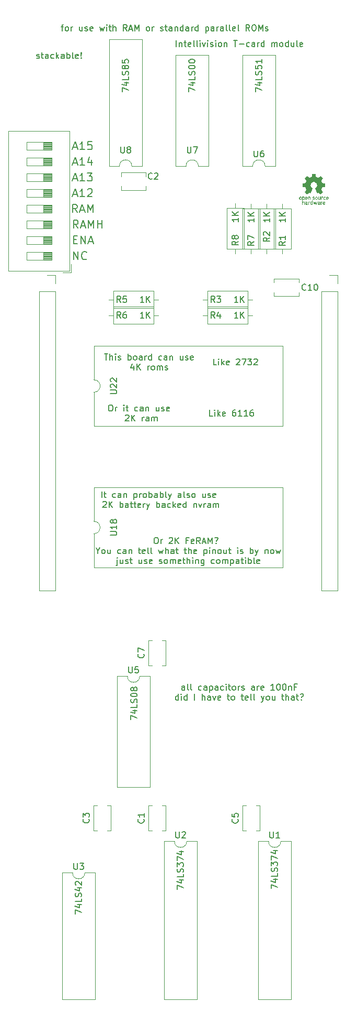
<source format=gto>
G04 #@! TF.GenerationSoftware,KiCad,Pcbnew,(6.0.4)*
G04 #@! TF.CreationDate,2022-12-31T00:19:43-05:00*
G04 #@! TF.ProjectId,intellivision t-card replic,696e7465-6c6c-4697-9669-73696f6e2074,rev?*
G04 #@! TF.SameCoordinates,Original*
G04 #@! TF.FileFunction,Legend,Top*
G04 #@! TF.FilePolarity,Positive*
%FSLAX46Y46*%
G04 Gerber Fmt 4.6, Leading zero omitted, Abs format (unit mm)*
G04 Created by KiCad (PCBNEW (6.0.4)) date 2022-12-31 00:19:43*
%MOMM*%
%LPD*%
G01*
G04 APERTURE LIST*
%ADD10C,0.150000*%
%ADD11C,0.200000*%
%ADD12C,0.120000*%
%ADD13C,1.600000*%
%ADD14O,1.600000X1.600000*%
%ADD15R,1.600000X1.600000*%
%ADD16R,1.700000X1.700000*%
%ADD17O,1.700000X1.700000*%
%ADD18C,3.200000*%
%ADD19R,1.270000X8.840000*%
G04 APERTURE END LIST*
D10*
X123317380Y-82367380D02*
X122841190Y-82367380D01*
X122841190Y-81367380D01*
X123650714Y-82367380D02*
X123650714Y-81700714D01*
X123650714Y-81367380D02*
X123603095Y-81415000D01*
X123650714Y-81462619D01*
X123698333Y-81415000D01*
X123650714Y-81367380D01*
X123650714Y-81462619D01*
X124126904Y-82367380D02*
X124126904Y-81367380D01*
X124222142Y-81986428D02*
X124507857Y-82367380D01*
X124507857Y-81700714D02*
X124126904Y-82081666D01*
X125317380Y-82319761D02*
X125222142Y-82367380D01*
X125031666Y-82367380D01*
X124936428Y-82319761D01*
X124888809Y-82224523D01*
X124888809Y-81843571D01*
X124936428Y-81748333D01*
X125031666Y-81700714D01*
X125222142Y-81700714D01*
X125317380Y-81748333D01*
X125365000Y-81843571D01*
X125365000Y-81938809D01*
X124888809Y-82034047D01*
X126984047Y-81367380D02*
X126793571Y-81367380D01*
X126698333Y-81415000D01*
X126650714Y-81462619D01*
X126555476Y-81605476D01*
X126507857Y-81795952D01*
X126507857Y-82176904D01*
X126555476Y-82272142D01*
X126603095Y-82319761D01*
X126698333Y-82367380D01*
X126888809Y-82367380D01*
X126984047Y-82319761D01*
X127031666Y-82272142D01*
X127079285Y-82176904D01*
X127079285Y-81938809D01*
X127031666Y-81843571D01*
X126984047Y-81795952D01*
X126888809Y-81748333D01*
X126698333Y-81748333D01*
X126603095Y-81795952D01*
X126555476Y-81843571D01*
X126507857Y-81938809D01*
X128031666Y-82367380D02*
X127460238Y-82367380D01*
X127745952Y-82367380D02*
X127745952Y-81367380D01*
X127650714Y-81510238D01*
X127555476Y-81605476D01*
X127460238Y-81653095D01*
X128984047Y-82367380D02*
X128412619Y-82367380D01*
X128698333Y-82367380D02*
X128698333Y-81367380D01*
X128603095Y-81510238D01*
X128507857Y-81605476D01*
X128412619Y-81653095D01*
X129841190Y-81367380D02*
X129650714Y-81367380D01*
X129555476Y-81415000D01*
X129507857Y-81462619D01*
X129412619Y-81605476D01*
X129365000Y-81795952D01*
X129365000Y-82176904D01*
X129412619Y-82272142D01*
X129460238Y-82319761D01*
X129555476Y-82367380D01*
X129745952Y-82367380D01*
X129841190Y-82319761D01*
X129888809Y-82272142D01*
X129936428Y-82176904D01*
X129936428Y-81938809D01*
X129888809Y-81843571D01*
X129841190Y-81795952D01*
X129745952Y-81748333D01*
X129555476Y-81748333D01*
X129460238Y-81795952D01*
X129412619Y-81843571D01*
X129365000Y-81938809D01*
X98760476Y-19470714D02*
X99141428Y-19470714D01*
X98903333Y-20137380D02*
X98903333Y-19280238D01*
X98950952Y-19185000D01*
X99046190Y-19137380D01*
X99141428Y-19137380D01*
X99617619Y-20137380D02*
X99522380Y-20089761D01*
X99474761Y-20042142D01*
X99427142Y-19946904D01*
X99427142Y-19661190D01*
X99474761Y-19565952D01*
X99522380Y-19518333D01*
X99617619Y-19470714D01*
X99760476Y-19470714D01*
X99855714Y-19518333D01*
X99903333Y-19565952D01*
X99950952Y-19661190D01*
X99950952Y-19946904D01*
X99903333Y-20042142D01*
X99855714Y-20089761D01*
X99760476Y-20137380D01*
X99617619Y-20137380D01*
X100379523Y-20137380D02*
X100379523Y-19470714D01*
X100379523Y-19661190D02*
X100427142Y-19565952D01*
X100474761Y-19518333D01*
X100570000Y-19470714D01*
X100665238Y-19470714D01*
X102189047Y-19470714D02*
X102189047Y-20137380D01*
X101760476Y-19470714D02*
X101760476Y-19994523D01*
X101808095Y-20089761D01*
X101903333Y-20137380D01*
X102046190Y-20137380D01*
X102141428Y-20089761D01*
X102189047Y-20042142D01*
X102617619Y-20089761D02*
X102712857Y-20137380D01*
X102903333Y-20137380D01*
X102998571Y-20089761D01*
X103046190Y-19994523D01*
X103046190Y-19946904D01*
X102998571Y-19851666D01*
X102903333Y-19804047D01*
X102760476Y-19804047D01*
X102665238Y-19756428D01*
X102617619Y-19661190D01*
X102617619Y-19613571D01*
X102665238Y-19518333D01*
X102760476Y-19470714D01*
X102903333Y-19470714D01*
X102998571Y-19518333D01*
X103855714Y-20089761D02*
X103760476Y-20137380D01*
X103570000Y-20137380D01*
X103474761Y-20089761D01*
X103427142Y-19994523D01*
X103427142Y-19613571D01*
X103474761Y-19518333D01*
X103570000Y-19470714D01*
X103760476Y-19470714D01*
X103855714Y-19518333D01*
X103903333Y-19613571D01*
X103903333Y-19708809D01*
X103427142Y-19804047D01*
X104998571Y-19470714D02*
X105189047Y-20137380D01*
X105379523Y-19661190D01*
X105570000Y-20137380D01*
X105760476Y-19470714D01*
X106141428Y-20137380D02*
X106141428Y-19470714D01*
X106141428Y-19137380D02*
X106093809Y-19185000D01*
X106141428Y-19232619D01*
X106189047Y-19185000D01*
X106141428Y-19137380D01*
X106141428Y-19232619D01*
X106474761Y-19470714D02*
X106855714Y-19470714D01*
X106617619Y-19137380D02*
X106617619Y-19994523D01*
X106665238Y-20089761D01*
X106760476Y-20137380D01*
X106855714Y-20137380D01*
X107189047Y-20137380D02*
X107189047Y-19137380D01*
X107617619Y-20137380D02*
X107617619Y-19613571D01*
X107570000Y-19518333D01*
X107474761Y-19470714D01*
X107331904Y-19470714D01*
X107236666Y-19518333D01*
X107189047Y-19565952D01*
X109427142Y-20137380D02*
X109093809Y-19661190D01*
X108855714Y-20137380D02*
X108855714Y-19137380D01*
X109236666Y-19137380D01*
X109331904Y-19185000D01*
X109379523Y-19232619D01*
X109427142Y-19327857D01*
X109427142Y-19470714D01*
X109379523Y-19565952D01*
X109331904Y-19613571D01*
X109236666Y-19661190D01*
X108855714Y-19661190D01*
X109808095Y-19851666D02*
X110284285Y-19851666D01*
X109712857Y-20137380D02*
X110046190Y-19137380D01*
X110379523Y-20137380D01*
X110712857Y-20137380D02*
X110712857Y-19137380D01*
X111046190Y-19851666D01*
X111379523Y-19137380D01*
X111379523Y-20137380D01*
X112760476Y-20137380D02*
X112665238Y-20089761D01*
X112617619Y-20042142D01*
X112570000Y-19946904D01*
X112570000Y-19661190D01*
X112617619Y-19565952D01*
X112665238Y-19518333D01*
X112760476Y-19470714D01*
X112903333Y-19470714D01*
X112998571Y-19518333D01*
X113046190Y-19565952D01*
X113093809Y-19661190D01*
X113093809Y-19946904D01*
X113046190Y-20042142D01*
X112998571Y-20089761D01*
X112903333Y-20137380D01*
X112760476Y-20137380D01*
X113522380Y-20137380D02*
X113522380Y-19470714D01*
X113522380Y-19661190D02*
X113570000Y-19565952D01*
X113617619Y-19518333D01*
X113712857Y-19470714D01*
X113808095Y-19470714D01*
X114855714Y-20089761D02*
X114950952Y-20137380D01*
X115141428Y-20137380D01*
X115236666Y-20089761D01*
X115284285Y-19994523D01*
X115284285Y-19946904D01*
X115236666Y-19851666D01*
X115141428Y-19804047D01*
X114998571Y-19804047D01*
X114903333Y-19756428D01*
X114855714Y-19661190D01*
X114855714Y-19613571D01*
X114903333Y-19518333D01*
X114998571Y-19470714D01*
X115141428Y-19470714D01*
X115236666Y-19518333D01*
X115570000Y-19470714D02*
X115950952Y-19470714D01*
X115712857Y-19137380D02*
X115712857Y-19994523D01*
X115760476Y-20089761D01*
X115855714Y-20137380D01*
X115950952Y-20137380D01*
X116712857Y-20137380D02*
X116712857Y-19613571D01*
X116665238Y-19518333D01*
X116569999Y-19470714D01*
X116379523Y-19470714D01*
X116284285Y-19518333D01*
X116712857Y-20089761D02*
X116617619Y-20137380D01*
X116379523Y-20137380D01*
X116284285Y-20089761D01*
X116236666Y-19994523D01*
X116236666Y-19899285D01*
X116284285Y-19804047D01*
X116379523Y-19756428D01*
X116617619Y-19756428D01*
X116712857Y-19708809D01*
X117189047Y-19470714D02*
X117189047Y-20137380D01*
X117189047Y-19565952D02*
X117236666Y-19518333D01*
X117331904Y-19470714D01*
X117474761Y-19470714D01*
X117569999Y-19518333D01*
X117617619Y-19613571D01*
X117617619Y-20137380D01*
X118522380Y-20137380D02*
X118522380Y-19137380D01*
X118522380Y-20089761D02*
X118427142Y-20137380D01*
X118236666Y-20137380D01*
X118141428Y-20089761D01*
X118093809Y-20042142D01*
X118046190Y-19946904D01*
X118046190Y-19661190D01*
X118093809Y-19565952D01*
X118141428Y-19518333D01*
X118236666Y-19470714D01*
X118427142Y-19470714D01*
X118522380Y-19518333D01*
X119427142Y-20137380D02*
X119427142Y-19613571D01*
X119379523Y-19518333D01*
X119284285Y-19470714D01*
X119093809Y-19470714D01*
X118998571Y-19518333D01*
X119427142Y-20089761D02*
X119331904Y-20137380D01*
X119093809Y-20137380D01*
X118998571Y-20089761D01*
X118950952Y-19994523D01*
X118950952Y-19899285D01*
X118998571Y-19804047D01*
X119093809Y-19756428D01*
X119331904Y-19756428D01*
X119427142Y-19708809D01*
X119903333Y-20137380D02*
X119903333Y-19470714D01*
X119903333Y-19661190D02*
X119950952Y-19565952D01*
X119998571Y-19518333D01*
X120093809Y-19470714D01*
X120189047Y-19470714D01*
X120950952Y-20137380D02*
X120950952Y-19137380D01*
X120950952Y-20089761D02*
X120855714Y-20137380D01*
X120665238Y-20137380D01*
X120569999Y-20089761D01*
X120522380Y-20042142D01*
X120474761Y-19946904D01*
X120474761Y-19661190D01*
X120522380Y-19565952D01*
X120569999Y-19518333D01*
X120665238Y-19470714D01*
X120855714Y-19470714D01*
X120950952Y-19518333D01*
X122189047Y-19470714D02*
X122189047Y-20470714D01*
X122189047Y-19518333D02*
X122284285Y-19470714D01*
X122474761Y-19470714D01*
X122569999Y-19518333D01*
X122617619Y-19565952D01*
X122665238Y-19661190D01*
X122665238Y-19946904D01*
X122617619Y-20042142D01*
X122569999Y-20089761D01*
X122474761Y-20137380D01*
X122284285Y-20137380D01*
X122189047Y-20089761D01*
X123522380Y-20137380D02*
X123522380Y-19613571D01*
X123474761Y-19518333D01*
X123379523Y-19470714D01*
X123189047Y-19470714D01*
X123093809Y-19518333D01*
X123522380Y-20089761D02*
X123427142Y-20137380D01*
X123189047Y-20137380D01*
X123093809Y-20089761D01*
X123046190Y-19994523D01*
X123046190Y-19899285D01*
X123093809Y-19804047D01*
X123189047Y-19756428D01*
X123427142Y-19756428D01*
X123522380Y-19708809D01*
X123998571Y-20137380D02*
X123998571Y-19470714D01*
X123998571Y-19661190D02*
X124046190Y-19565952D01*
X124093809Y-19518333D01*
X124189047Y-19470714D01*
X124284285Y-19470714D01*
X125046190Y-20137380D02*
X125046190Y-19613571D01*
X124998571Y-19518333D01*
X124903333Y-19470714D01*
X124712857Y-19470714D01*
X124617619Y-19518333D01*
X125046190Y-20089761D02*
X124950952Y-20137380D01*
X124712857Y-20137380D01*
X124617619Y-20089761D01*
X124569999Y-19994523D01*
X124569999Y-19899285D01*
X124617619Y-19804047D01*
X124712857Y-19756428D01*
X124950952Y-19756428D01*
X125046190Y-19708809D01*
X125665238Y-20137380D02*
X125569999Y-20089761D01*
X125522380Y-19994523D01*
X125522380Y-19137380D01*
X126189047Y-20137380D02*
X126093809Y-20089761D01*
X126046190Y-19994523D01*
X126046190Y-19137380D01*
X126950952Y-20089761D02*
X126855714Y-20137380D01*
X126665238Y-20137380D01*
X126569999Y-20089761D01*
X126522380Y-19994523D01*
X126522380Y-19613571D01*
X126569999Y-19518333D01*
X126665238Y-19470714D01*
X126855714Y-19470714D01*
X126950952Y-19518333D01*
X126998571Y-19613571D01*
X126998571Y-19708809D01*
X126522380Y-19804047D01*
X127569999Y-20137380D02*
X127474761Y-20089761D01*
X127427142Y-19994523D01*
X127427142Y-19137380D01*
X129284285Y-20137380D02*
X128950952Y-19661190D01*
X128712857Y-20137380D02*
X128712857Y-19137380D01*
X129093809Y-19137380D01*
X129189047Y-19185000D01*
X129236666Y-19232619D01*
X129284285Y-19327857D01*
X129284285Y-19470714D01*
X129236666Y-19565952D01*
X129189047Y-19613571D01*
X129093809Y-19661190D01*
X128712857Y-19661190D01*
X129903333Y-19137380D02*
X130093809Y-19137380D01*
X130189047Y-19185000D01*
X130284285Y-19280238D01*
X130331904Y-19470714D01*
X130331904Y-19804047D01*
X130284285Y-19994523D01*
X130189047Y-20089761D01*
X130093809Y-20137380D01*
X129903333Y-20137380D01*
X129808095Y-20089761D01*
X129712857Y-19994523D01*
X129665238Y-19804047D01*
X129665238Y-19470714D01*
X129712857Y-19280238D01*
X129808095Y-19185000D01*
X129903333Y-19137380D01*
X130760476Y-20137380D02*
X130760476Y-19137380D01*
X131093809Y-19851666D01*
X131427142Y-19137380D01*
X131427142Y-20137380D01*
X131855714Y-20089761D02*
X131950952Y-20137380D01*
X132141428Y-20137380D01*
X132236666Y-20089761D01*
X132284285Y-19994523D01*
X132284285Y-19946904D01*
X132236666Y-19851666D01*
X132141428Y-19804047D01*
X131998571Y-19804047D01*
X131903333Y-19756428D01*
X131855714Y-19661190D01*
X131855714Y-19613571D01*
X131903333Y-19518333D01*
X131998571Y-19470714D01*
X132141428Y-19470714D01*
X132236666Y-19518333D01*
D11*
X100707619Y-44031666D02*
X101326666Y-44031666D01*
X100583809Y-44403095D02*
X101017142Y-43103095D01*
X101450476Y-44403095D01*
X102564761Y-44403095D02*
X101821904Y-44403095D01*
X102193333Y-44403095D02*
X102193333Y-43103095D01*
X102069523Y-43288809D01*
X101945714Y-43412619D01*
X101821904Y-43474523D01*
X102998095Y-43103095D02*
X103802857Y-43103095D01*
X103369523Y-43598333D01*
X103555238Y-43598333D01*
X103679047Y-43660238D01*
X103740952Y-43722142D01*
X103802857Y-43845952D01*
X103802857Y-44155476D01*
X103740952Y-44279285D01*
X103679047Y-44341190D01*
X103555238Y-44403095D01*
X103183809Y-44403095D01*
X103060000Y-44341190D01*
X102998095Y-44279285D01*
X100769523Y-53882142D02*
X101202857Y-53882142D01*
X101388571Y-54563095D02*
X100769523Y-54563095D01*
X100769523Y-53263095D01*
X101388571Y-53263095D01*
X101945714Y-54563095D02*
X101945714Y-53263095D01*
X102688571Y-54563095D01*
X102688571Y-53263095D01*
X103245714Y-54191666D02*
X103864761Y-54191666D01*
X103121904Y-54563095D02*
X103555238Y-53263095D01*
X103988571Y-54563095D01*
X100707619Y-38951666D02*
X101326666Y-38951666D01*
X100583809Y-39323095D02*
X101017142Y-38023095D01*
X101450476Y-39323095D01*
X102564761Y-39323095D02*
X101821904Y-39323095D01*
X102193333Y-39323095D02*
X102193333Y-38023095D01*
X102069523Y-38208809D01*
X101945714Y-38332619D01*
X101821904Y-38394523D01*
X103740952Y-38023095D02*
X103121904Y-38023095D01*
X103060000Y-38642142D01*
X103121904Y-38580238D01*
X103245714Y-38518333D01*
X103555238Y-38518333D01*
X103679047Y-38580238D01*
X103740952Y-38642142D01*
X103802857Y-38765952D01*
X103802857Y-39075476D01*
X103740952Y-39199285D01*
X103679047Y-39261190D01*
X103555238Y-39323095D01*
X103245714Y-39323095D01*
X103121904Y-39261190D01*
X103060000Y-39199285D01*
D10*
X117420714Y-22677380D02*
X117420714Y-21677380D01*
X117896904Y-22010714D02*
X117896904Y-22677380D01*
X117896904Y-22105952D02*
X117944523Y-22058333D01*
X118039761Y-22010714D01*
X118182619Y-22010714D01*
X118277857Y-22058333D01*
X118325476Y-22153571D01*
X118325476Y-22677380D01*
X118658809Y-22010714D02*
X119039761Y-22010714D01*
X118801666Y-21677380D02*
X118801666Y-22534523D01*
X118849285Y-22629761D01*
X118944523Y-22677380D01*
X119039761Y-22677380D01*
X119754047Y-22629761D02*
X119658809Y-22677380D01*
X119468333Y-22677380D01*
X119373095Y-22629761D01*
X119325476Y-22534523D01*
X119325476Y-22153571D01*
X119373095Y-22058333D01*
X119468333Y-22010714D01*
X119658809Y-22010714D01*
X119754047Y-22058333D01*
X119801666Y-22153571D01*
X119801666Y-22248809D01*
X119325476Y-22344047D01*
X120373095Y-22677380D02*
X120277857Y-22629761D01*
X120230238Y-22534523D01*
X120230238Y-21677380D01*
X120896904Y-22677380D02*
X120801666Y-22629761D01*
X120754047Y-22534523D01*
X120754047Y-21677380D01*
X121277857Y-22677380D02*
X121277857Y-22010714D01*
X121277857Y-21677380D02*
X121230238Y-21725000D01*
X121277857Y-21772619D01*
X121325476Y-21725000D01*
X121277857Y-21677380D01*
X121277857Y-21772619D01*
X121658809Y-22010714D02*
X121896904Y-22677380D01*
X122135000Y-22010714D01*
X122515952Y-22677380D02*
X122515952Y-22010714D01*
X122515952Y-21677380D02*
X122468333Y-21725000D01*
X122515952Y-21772619D01*
X122563571Y-21725000D01*
X122515952Y-21677380D01*
X122515952Y-21772619D01*
X122944523Y-22629761D02*
X123039761Y-22677380D01*
X123230238Y-22677380D01*
X123325476Y-22629761D01*
X123373095Y-22534523D01*
X123373095Y-22486904D01*
X123325476Y-22391666D01*
X123230238Y-22344047D01*
X123087380Y-22344047D01*
X122992142Y-22296428D01*
X122944523Y-22201190D01*
X122944523Y-22153571D01*
X122992142Y-22058333D01*
X123087380Y-22010714D01*
X123230238Y-22010714D01*
X123325476Y-22058333D01*
X123801666Y-22677380D02*
X123801666Y-22010714D01*
X123801666Y-21677380D02*
X123754047Y-21725000D01*
X123801666Y-21772619D01*
X123849285Y-21725000D01*
X123801666Y-21677380D01*
X123801666Y-21772619D01*
X124420714Y-22677380D02*
X124325476Y-22629761D01*
X124277857Y-22582142D01*
X124230238Y-22486904D01*
X124230238Y-22201190D01*
X124277857Y-22105952D01*
X124325476Y-22058333D01*
X124420714Y-22010714D01*
X124563571Y-22010714D01*
X124658809Y-22058333D01*
X124706428Y-22105952D01*
X124754047Y-22201190D01*
X124754047Y-22486904D01*
X124706428Y-22582142D01*
X124658809Y-22629761D01*
X124563571Y-22677380D01*
X124420714Y-22677380D01*
X125182619Y-22010714D02*
X125182619Y-22677380D01*
X125182619Y-22105952D02*
X125230238Y-22058333D01*
X125325476Y-22010714D01*
X125468333Y-22010714D01*
X125563571Y-22058333D01*
X125611190Y-22153571D01*
X125611190Y-22677380D01*
X126706428Y-21677380D02*
X127277857Y-21677380D01*
X126992142Y-22677380D02*
X126992142Y-21677380D01*
X127611190Y-22296428D02*
X128373095Y-22296428D01*
X129277857Y-22629761D02*
X129182619Y-22677380D01*
X128992142Y-22677380D01*
X128896904Y-22629761D01*
X128849285Y-22582142D01*
X128801666Y-22486904D01*
X128801666Y-22201190D01*
X128849285Y-22105952D01*
X128896904Y-22058333D01*
X128992142Y-22010714D01*
X129182619Y-22010714D01*
X129277857Y-22058333D01*
X130135000Y-22677380D02*
X130135000Y-22153571D01*
X130087380Y-22058333D01*
X129992142Y-22010714D01*
X129801666Y-22010714D01*
X129706428Y-22058333D01*
X130135000Y-22629761D02*
X130039761Y-22677380D01*
X129801666Y-22677380D01*
X129706428Y-22629761D01*
X129658809Y-22534523D01*
X129658809Y-22439285D01*
X129706428Y-22344047D01*
X129801666Y-22296428D01*
X130039761Y-22296428D01*
X130135000Y-22248809D01*
X130611190Y-22677380D02*
X130611190Y-22010714D01*
X130611190Y-22201190D02*
X130658809Y-22105952D01*
X130706428Y-22058333D01*
X130801666Y-22010714D01*
X130896904Y-22010714D01*
X131658809Y-22677380D02*
X131658809Y-21677380D01*
X131658809Y-22629761D02*
X131563571Y-22677380D01*
X131373095Y-22677380D01*
X131277857Y-22629761D01*
X131230238Y-22582142D01*
X131182619Y-22486904D01*
X131182619Y-22201190D01*
X131230238Y-22105952D01*
X131277857Y-22058333D01*
X131373095Y-22010714D01*
X131563571Y-22010714D01*
X131658809Y-22058333D01*
X132896904Y-22677380D02*
X132896904Y-22010714D01*
X132896904Y-22105952D02*
X132944523Y-22058333D01*
X133039761Y-22010714D01*
X133182619Y-22010714D01*
X133277857Y-22058333D01*
X133325476Y-22153571D01*
X133325476Y-22677380D01*
X133325476Y-22153571D02*
X133373095Y-22058333D01*
X133468333Y-22010714D01*
X133611190Y-22010714D01*
X133706428Y-22058333D01*
X133754047Y-22153571D01*
X133754047Y-22677380D01*
X134373095Y-22677380D02*
X134277857Y-22629761D01*
X134230238Y-22582142D01*
X134182619Y-22486904D01*
X134182619Y-22201190D01*
X134230238Y-22105952D01*
X134277857Y-22058333D01*
X134373095Y-22010714D01*
X134515952Y-22010714D01*
X134611190Y-22058333D01*
X134658809Y-22105952D01*
X134706428Y-22201190D01*
X134706428Y-22486904D01*
X134658809Y-22582142D01*
X134611190Y-22629761D01*
X134515952Y-22677380D01*
X134373095Y-22677380D01*
X135563571Y-22677380D02*
X135563571Y-21677380D01*
X135563571Y-22629761D02*
X135468333Y-22677380D01*
X135277857Y-22677380D01*
X135182619Y-22629761D01*
X135135000Y-22582142D01*
X135087380Y-22486904D01*
X135087380Y-22201190D01*
X135135000Y-22105952D01*
X135182619Y-22058333D01*
X135277857Y-22010714D01*
X135468333Y-22010714D01*
X135563571Y-22058333D01*
X136468333Y-22010714D02*
X136468333Y-22677380D01*
X136039761Y-22010714D02*
X136039761Y-22534523D01*
X136087380Y-22629761D01*
X136182619Y-22677380D01*
X136325476Y-22677380D01*
X136420714Y-22629761D01*
X136468333Y-22582142D01*
X137087380Y-22677380D02*
X136992142Y-22629761D01*
X136944523Y-22534523D01*
X136944523Y-21677380D01*
X137849285Y-22629761D02*
X137754047Y-22677380D01*
X137563571Y-22677380D01*
X137468333Y-22629761D01*
X137420714Y-22534523D01*
X137420714Y-22153571D01*
X137468333Y-22058333D01*
X137563571Y-22010714D01*
X137754047Y-22010714D01*
X137849285Y-22058333D01*
X137896904Y-22153571D01*
X137896904Y-22248809D01*
X137420714Y-22344047D01*
X123952380Y-74112380D02*
X123476190Y-74112380D01*
X123476190Y-73112380D01*
X124285714Y-74112380D02*
X124285714Y-73445714D01*
X124285714Y-73112380D02*
X124238095Y-73160000D01*
X124285714Y-73207619D01*
X124333333Y-73160000D01*
X124285714Y-73112380D01*
X124285714Y-73207619D01*
X124761904Y-74112380D02*
X124761904Y-73112380D01*
X124857142Y-73731428D02*
X125142857Y-74112380D01*
X125142857Y-73445714D02*
X124761904Y-73826666D01*
X125952380Y-74064761D02*
X125857142Y-74112380D01*
X125666666Y-74112380D01*
X125571428Y-74064761D01*
X125523809Y-73969523D01*
X125523809Y-73588571D01*
X125571428Y-73493333D01*
X125666666Y-73445714D01*
X125857142Y-73445714D01*
X125952380Y-73493333D01*
X126000000Y-73588571D01*
X126000000Y-73683809D01*
X125523809Y-73779047D01*
X127142857Y-73207619D02*
X127190476Y-73160000D01*
X127285714Y-73112380D01*
X127523809Y-73112380D01*
X127619047Y-73160000D01*
X127666666Y-73207619D01*
X127714285Y-73302857D01*
X127714285Y-73398095D01*
X127666666Y-73540952D01*
X127095238Y-74112380D01*
X127714285Y-74112380D01*
X128047619Y-73112380D02*
X128714285Y-73112380D01*
X128285714Y-74112380D01*
X129000000Y-73112380D02*
X129619047Y-73112380D01*
X129285714Y-73493333D01*
X129428571Y-73493333D01*
X129523809Y-73540952D01*
X129571428Y-73588571D01*
X129619047Y-73683809D01*
X129619047Y-73921904D01*
X129571428Y-74017142D01*
X129523809Y-74064761D01*
X129428571Y-74112380D01*
X129142857Y-74112380D01*
X129047619Y-74064761D01*
X129000000Y-74017142D01*
X130000000Y-73207619D02*
X130047619Y-73160000D01*
X130142857Y-73112380D01*
X130380952Y-73112380D01*
X130476190Y-73160000D01*
X130523809Y-73207619D01*
X130571428Y-73302857D01*
X130571428Y-73398095D01*
X130523809Y-73540952D01*
X129952380Y-74112380D01*
X130571428Y-74112380D01*
D11*
X100707619Y-41491666D02*
X101326666Y-41491666D01*
X100583809Y-41863095D02*
X101017142Y-40563095D01*
X101450476Y-41863095D01*
X102564761Y-41863095D02*
X101821904Y-41863095D01*
X102193333Y-41863095D02*
X102193333Y-40563095D01*
X102069523Y-40748809D01*
X101945714Y-40872619D01*
X101821904Y-40934523D01*
X103679047Y-40996428D02*
X103679047Y-41863095D01*
X103369523Y-40501190D02*
X103060000Y-41429761D01*
X103864761Y-41429761D01*
D10*
X106688571Y-80562380D02*
X106879047Y-80562380D01*
X106974285Y-80610000D01*
X107069523Y-80705238D01*
X107117142Y-80895714D01*
X107117142Y-81229047D01*
X107069523Y-81419523D01*
X106974285Y-81514761D01*
X106879047Y-81562380D01*
X106688571Y-81562380D01*
X106593333Y-81514761D01*
X106498095Y-81419523D01*
X106450476Y-81229047D01*
X106450476Y-80895714D01*
X106498095Y-80705238D01*
X106593333Y-80610000D01*
X106688571Y-80562380D01*
X107545714Y-81562380D02*
X107545714Y-80895714D01*
X107545714Y-81086190D02*
X107593333Y-80990952D01*
X107640952Y-80943333D01*
X107736190Y-80895714D01*
X107831428Y-80895714D01*
X108926666Y-81562380D02*
X108926666Y-80895714D01*
X108926666Y-80562380D02*
X108879047Y-80610000D01*
X108926666Y-80657619D01*
X108974285Y-80610000D01*
X108926666Y-80562380D01*
X108926666Y-80657619D01*
X109260000Y-80895714D02*
X109640952Y-80895714D01*
X109402857Y-80562380D02*
X109402857Y-81419523D01*
X109450476Y-81514761D01*
X109545714Y-81562380D01*
X109640952Y-81562380D01*
X111164761Y-81514761D02*
X111069523Y-81562380D01*
X110879047Y-81562380D01*
X110783809Y-81514761D01*
X110736190Y-81467142D01*
X110688571Y-81371904D01*
X110688571Y-81086190D01*
X110736190Y-80990952D01*
X110783809Y-80943333D01*
X110879047Y-80895714D01*
X111069523Y-80895714D01*
X111164761Y-80943333D01*
X112021904Y-81562380D02*
X112021904Y-81038571D01*
X111974285Y-80943333D01*
X111879047Y-80895714D01*
X111688571Y-80895714D01*
X111593333Y-80943333D01*
X112021904Y-81514761D02*
X111926666Y-81562380D01*
X111688571Y-81562380D01*
X111593333Y-81514761D01*
X111545714Y-81419523D01*
X111545714Y-81324285D01*
X111593333Y-81229047D01*
X111688571Y-81181428D01*
X111926666Y-81181428D01*
X112021904Y-81133809D01*
X112498095Y-80895714D02*
X112498095Y-81562380D01*
X112498095Y-80990952D02*
X112545714Y-80943333D01*
X112640952Y-80895714D01*
X112783809Y-80895714D01*
X112879047Y-80943333D01*
X112926666Y-81038571D01*
X112926666Y-81562380D01*
X114593333Y-80895714D02*
X114593333Y-81562380D01*
X114164761Y-80895714D02*
X114164761Y-81419523D01*
X114212380Y-81514761D01*
X114307619Y-81562380D01*
X114450476Y-81562380D01*
X114545714Y-81514761D01*
X114593333Y-81467142D01*
X115021904Y-81514761D02*
X115117142Y-81562380D01*
X115307619Y-81562380D01*
X115402857Y-81514761D01*
X115450476Y-81419523D01*
X115450476Y-81371904D01*
X115402857Y-81276666D01*
X115307619Y-81229047D01*
X115164761Y-81229047D01*
X115069523Y-81181428D01*
X115021904Y-81086190D01*
X115021904Y-81038571D01*
X115069523Y-80943333D01*
X115164761Y-80895714D01*
X115307619Y-80895714D01*
X115402857Y-80943333D01*
X116260000Y-81514761D02*
X116164761Y-81562380D01*
X115974285Y-81562380D01*
X115879047Y-81514761D01*
X115831428Y-81419523D01*
X115831428Y-81038571D01*
X115879047Y-80943333D01*
X115974285Y-80895714D01*
X116164761Y-80895714D01*
X116260000Y-80943333D01*
X116307619Y-81038571D01*
X116307619Y-81133809D01*
X115831428Y-81229047D01*
X109164761Y-82267619D02*
X109212380Y-82220000D01*
X109307619Y-82172380D01*
X109545714Y-82172380D01*
X109640952Y-82220000D01*
X109688571Y-82267619D01*
X109736190Y-82362857D01*
X109736190Y-82458095D01*
X109688571Y-82600952D01*
X109117142Y-83172380D01*
X109736190Y-83172380D01*
X110164761Y-83172380D02*
X110164761Y-82172380D01*
X110736190Y-83172380D02*
X110307619Y-82600952D01*
X110736190Y-82172380D02*
X110164761Y-82743809D01*
X111926666Y-83172380D02*
X111926666Y-82505714D01*
X111926666Y-82696190D02*
X111974285Y-82600952D01*
X112021904Y-82553333D01*
X112117142Y-82505714D01*
X112212380Y-82505714D01*
X112974285Y-83172380D02*
X112974285Y-82648571D01*
X112926666Y-82553333D01*
X112831428Y-82505714D01*
X112640952Y-82505714D01*
X112545714Y-82553333D01*
X112974285Y-83124761D02*
X112879047Y-83172380D01*
X112640952Y-83172380D01*
X112545714Y-83124761D01*
X112498095Y-83029523D01*
X112498095Y-82934285D01*
X112545714Y-82839047D01*
X112640952Y-82791428D01*
X112879047Y-82791428D01*
X112974285Y-82743809D01*
X113450476Y-83172380D02*
X113450476Y-82505714D01*
X113450476Y-82600952D02*
X113498095Y-82553333D01*
X113593333Y-82505714D01*
X113736190Y-82505714D01*
X113831428Y-82553333D01*
X113879047Y-82648571D01*
X113879047Y-83172380D01*
X113879047Y-82648571D02*
X113926666Y-82553333D01*
X114021904Y-82505714D01*
X114164761Y-82505714D01*
X114260000Y-82553333D01*
X114307619Y-82648571D01*
X114307619Y-83172380D01*
X118777857Y-126647380D02*
X118777857Y-126123571D01*
X118730238Y-126028333D01*
X118635000Y-125980714D01*
X118444523Y-125980714D01*
X118349285Y-126028333D01*
X118777857Y-126599761D02*
X118682619Y-126647380D01*
X118444523Y-126647380D01*
X118349285Y-126599761D01*
X118301666Y-126504523D01*
X118301666Y-126409285D01*
X118349285Y-126314047D01*
X118444523Y-126266428D01*
X118682619Y-126266428D01*
X118777857Y-126218809D01*
X119396904Y-126647380D02*
X119301666Y-126599761D01*
X119254047Y-126504523D01*
X119254047Y-125647380D01*
X119920714Y-126647380D02*
X119825476Y-126599761D01*
X119777857Y-126504523D01*
X119777857Y-125647380D01*
X121492142Y-126599761D02*
X121396904Y-126647380D01*
X121206428Y-126647380D01*
X121111190Y-126599761D01*
X121063571Y-126552142D01*
X121015952Y-126456904D01*
X121015952Y-126171190D01*
X121063571Y-126075952D01*
X121111190Y-126028333D01*
X121206428Y-125980714D01*
X121396904Y-125980714D01*
X121492142Y-126028333D01*
X122349285Y-126647380D02*
X122349285Y-126123571D01*
X122301666Y-126028333D01*
X122206428Y-125980714D01*
X122015952Y-125980714D01*
X121920714Y-126028333D01*
X122349285Y-126599761D02*
X122254047Y-126647380D01*
X122015952Y-126647380D01*
X121920714Y-126599761D01*
X121873095Y-126504523D01*
X121873095Y-126409285D01*
X121920714Y-126314047D01*
X122015952Y-126266428D01*
X122254047Y-126266428D01*
X122349285Y-126218809D01*
X122825476Y-125980714D02*
X122825476Y-126980714D01*
X122825476Y-126028333D02*
X122920714Y-125980714D01*
X123111190Y-125980714D01*
X123206428Y-126028333D01*
X123254047Y-126075952D01*
X123301666Y-126171190D01*
X123301666Y-126456904D01*
X123254047Y-126552142D01*
X123206428Y-126599761D01*
X123111190Y-126647380D01*
X122920714Y-126647380D01*
X122825476Y-126599761D01*
X124158809Y-126647380D02*
X124158809Y-126123571D01*
X124111190Y-126028333D01*
X124015952Y-125980714D01*
X123825476Y-125980714D01*
X123730238Y-126028333D01*
X124158809Y-126599761D02*
X124063571Y-126647380D01*
X123825476Y-126647380D01*
X123730238Y-126599761D01*
X123682619Y-126504523D01*
X123682619Y-126409285D01*
X123730238Y-126314047D01*
X123825476Y-126266428D01*
X124063571Y-126266428D01*
X124158809Y-126218809D01*
X125063571Y-126599761D02*
X124968333Y-126647380D01*
X124777857Y-126647380D01*
X124682619Y-126599761D01*
X124635000Y-126552142D01*
X124587380Y-126456904D01*
X124587380Y-126171190D01*
X124635000Y-126075952D01*
X124682619Y-126028333D01*
X124777857Y-125980714D01*
X124968333Y-125980714D01*
X125063571Y-126028333D01*
X125492142Y-126647380D02*
X125492142Y-125980714D01*
X125492142Y-125647380D02*
X125444523Y-125695000D01*
X125492142Y-125742619D01*
X125539761Y-125695000D01*
X125492142Y-125647380D01*
X125492142Y-125742619D01*
X125825476Y-125980714D02*
X126206428Y-125980714D01*
X125968333Y-125647380D02*
X125968333Y-126504523D01*
X126015952Y-126599761D01*
X126111190Y-126647380D01*
X126206428Y-126647380D01*
X126682619Y-126647380D02*
X126587380Y-126599761D01*
X126539761Y-126552142D01*
X126492142Y-126456904D01*
X126492142Y-126171190D01*
X126539761Y-126075952D01*
X126587380Y-126028333D01*
X126682619Y-125980714D01*
X126825476Y-125980714D01*
X126920714Y-126028333D01*
X126968333Y-126075952D01*
X127015952Y-126171190D01*
X127015952Y-126456904D01*
X126968333Y-126552142D01*
X126920714Y-126599761D01*
X126825476Y-126647380D01*
X126682619Y-126647380D01*
X127444523Y-126647380D02*
X127444523Y-125980714D01*
X127444523Y-126171190D02*
X127492142Y-126075952D01*
X127539761Y-126028333D01*
X127635000Y-125980714D01*
X127730238Y-125980714D01*
X128015952Y-126599761D02*
X128111190Y-126647380D01*
X128301666Y-126647380D01*
X128396904Y-126599761D01*
X128444523Y-126504523D01*
X128444523Y-126456904D01*
X128396904Y-126361666D01*
X128301666Y-126314047D01*
X128158809Y-126314047D01*
X128063571Y-126266428D01*
X128015952Y-126171190D01*
X128015952Y-126123571D01*
X128063571Y-126028333D01*
X128158809Y-125980714D01*
X128301666Y-125980714D01*
X128396904Y-126028333D01*
X130063571Y-126647380D02*
X130063571Y-126123571D01*
X130015952Y-126028333D01*
X129920714Y-125980714D01*
X129730238Y-125980714D01*
X129635000Y-126028333D01*
X130063571Y-126599761D02*
X129968333Y-126647380D01*
X129730238Y-126647380D01*
X129635000Y-126599761D01*
X129587380Y-126504523D01*
X129587380Y-126409285D01*
X129635000Y-126314047D01*
X129730238Y-126266428D01*
X129968333Y-126266428D01*
X130063571Y-126218809D01*
X130539761Y-126647380D02*
X130539761Y-125980714D01*
X130539761Y-126171190D02*
X130587380Y-126075952D01*
X130635000Y-126028333D01*
X130730238Y-125980714D01*
X130825476Y-125980714D01*
X131539761Y-126599761D02*
X131444523Y-126647380D01*
X131254047Y-126647380D01*
X131158809Y-126599761D01*
X131111190Y-126504523D01*
X131111190Y-126123571D01*
X131158809Y-126028333D01*
X131254047Y-125980714D01*
X131444523Y-125980714D01*
X131539761Y-126028333D01*
X131587380Y-126123571D01*
X131587380Y-126218809D01*
X131111190Y-126314047D01*
X133301666Y-126647380D02*
X132730238Y-126647380D01*
X133015952Y-126647380D02*
X133015952Y-125647380D01*
X132920714Y-125790238D01*
X132825476Y-125885476D01*
X132730238Y-125933095D01*
X133920714Y-125647380D02*
X134015952Y-125647380D01*
X134111190Y-125695000D01*
X134158809Y-125742619D01*
X134206428Y-125837857D01*
X134254047Y-126028333D01*
X134254047Y-126266428D01*
X134206428Y-126456904D01*
X134158809Y-126552142D01*
X134111190Y-126599761D01*
X134015952Y-126647380D01*
X133920714Y-126647380D01*
X133825476Y-126599761D01*
X133777857Y-126552142D01*
X133730238Y-126456904D01*
X133682619Y-126266428D01*
X133682619Y-126028333D01*
X133730238Y-125837857D01*
X133777857Y-125742619D01*
X133825476Y-125695000D01*
X133920714Y-125647380D01*
X134873095Y-125647380D02*
X134968333Y-125647380D01*
X135063571Y-125695000D01*
X135111190Y-125742619D01*
X135158809Y-125837857D01*
X135206428Y-126028333D01*
X135206428Y-126266428D01*
X135158809Y-126456904D01*
X135111190Y-126552142D01*
X135063571Y-126599761D01*
X134968333Y-126647380D01*
X134873095Y-126647380D01*
X134777857Y-126599761D01*
X134730238Y-126552142D01*
X134682619Y-126456904D01*
X134635000Y-126266428D01*
X134635000Y-126028333D01*
X134682619Y-125837857D01*
X134730238Y-125742619D01*
X134777857Y-125695000D01*
X134873095Y-125647380D01*
X135635000Y-125980714D02*
X135635000Y-126647380D01*
X135635000Y-126075952D02*
X135682619Y-126028333D01*
X135777857Y-125980714D01*
X135920714Y-125980714D01*
X136015952Y-126028333D01*
X136063571Y-126123571D01*
X136063571Y-126647380D01*
X136873095Y-126123571D02*
X136539761Y-126123571D01*
X136539761Y-126647380D02*
X136539761Y-125647380D01*
X137015952Y-125647380D01*
X117754047Y-128257380D02*
X117754047Y-127257380D01*
X117754047Y-128209761D02*
X117658809Y-128257380D01*
X117468333Y-128257380D01*
X117373095Y-128209761D01*
X117325476Y-128162142D01*
X117277857Y-128066904D01*
X117277857Y-127781190D01*
X117325476Y-127685952D01*
X117373095Y-127638333D01*
X117468333Y-127590714D01*
X117658809Y-127590714D01*
X117754047Y-127638333D01*
X118230238Y-128257380D02*
X118230238Y-127590714D01*
X118230238Y-127257380D02*
X118182619Y-127305000D01*
X118230238Y-127352619D01*
X118277857Y-127305000D01*
X118230238Y-127257380D01*
X118230238Y-127352619D01*
X119135000Y-128257380D02*
X119135000Y-127257380D01*
X119135000Y-128209761D02*
X119039761Y-128257380D01*
X118849285Y-128257380D01*
X118754047Y-128209761D01*
X118706428Y-128162142D01*
X118658809Y-128066904D01*
X118658809Y-127781190D01*
X118706428Y-127685952D01*
X118754047Y-127638333D01*
X118849285Y-127590714D01*
X119039761Y-127590714D01*
X119135000Y-127638333D01*
X120373095Y-128257380D02*
X120373095Y-127257380D01*
X121611190Y-128257380D02*
X121611190Y-127257380D01*
X122039761Y-128257380D02*
X122039761Y-127733571D01*
X121992142Y-127638333D01*
X121896904Y-127590714D01*
X121754047Y-127590714D01*
X121658809Y-127638333D01*
X121611190Y-127685952D01*
X122944523Y-128257380D02*
X122944523Y-127733571D01*
X122896904Y-127638333D01*
X122801666Y-127590714D01*
X122611190Y-127590714D01*
X122515952Y-127638333D01*
X122944523Y-128209761D02*
X122849285Y-128257380D01*
X122611190Y-128257380D01*
X122515952Y-128209761D01*
X122468333Y-128114523D01*
X122468333Y-128019285D01*
X122515952Y-127924047D01*
X122611190Y-127876428D01*
X122849285Y-127876428D01*
X122944523Y-127828809D01*
X123325476Y-127590714D02*
X123563571Y-128257380D01*
X123801666Y-127590714D01*
X124563571Y-128209761D02*
X124468333Y-128257380D01*
X124277857Y-128257380D01*
X124182619Y-128209761D01*
X124135000Y-128114523D01*
X124135000Y-127733571D01*
X124182619Y-127638333D01*
X124277857Y-127590714D01*
X124468333Y-127590714D01*
X124563571Y-127638333D01*
X124611190Y-127733571D01*
X124611190Y-127828809D01*
X124135000Y-127924047D01*
X125658809Y-127590714D02*
X126039761Y-127590714D01*
X125801666Y-127257380D02*
X125801666Y-128114523D01*
X125849285Y-128209761D01*
X125944523Y-128257380D01*
X126039761Y-128257380D01*
X126515952Y-128257380D02*
X126420714Y-128209761D01*
X126373095Y-128162142D01*
X126325476Y-128066904D01*
X126325476Y-127781190D01*
X126373095Y-127685952D01*
X126420714Y-127638333D01*
X126515952Y-127590714D01*
X126658809Y-127590714D01*
X126754047Y-127638333D01*
X126801666Y-127685952D01*
X126849285Y-127781190D01*
X126849285Y-128066904D01*
X126801666Y-128162142D01*
X126754047Y-128209761D01*
X126658809Y-128257380D01*
X126515952Y-128257380D01*
X127896904Y-127590714D02*
X128277857Y-127590714D01*
X128039761Y-127257380D02*
X128039761Y-128114523D01*
X128087380Y-128209761D01*
X128182619Y-128257380D01*
X128277857Y-128257380D01*
X128992142Y-128209761D02*
X128896904Y-128257380D01*
X128706428Y-128257380D01*
X128611190Y-128209761D01*
X128563571Y-128114523D01*
X128563571Y-127733571D01*
X128611190Y-127638333D01*
X128706428Y-127590714D01*
X128896904Y-127590714D01*
X128992142Y-127638333D01*
X129039761Y-127733571D01*
X129039761Y-127828809D01*
X128563571Y-127924047D01*
X129611190Y-128257380D02*
X129515952Y-128209761D01*
X129468333Y-128114523D01*
X129468333Y-127257380D01*
X130135000Y-128257380D02*
X130039761Y-128209761D01*
X129992142Y-128114523D01*
X129992142Y-127257380D01*
X131182619Y-127590714D02*
X131420714Y-128257380D01*
X131658809Y-127590714D02*
X131420714Y-128257380D01*
X131325476Y-128495476D01*
X131277857Y-128543095D01*
X131182619Y-128590714D01*
X132182619Y-128257380D02*
X132087380Y-128209761D01*
X132039761Y-128162142D01*
X131992142Y-128066904D01*
X131992142Y-127781190D01*
X132039761Y-127685952D01*
X132087380Y-127638333D01*
X132182619Y-127590714D01*
X132325476Y-127590714D01*
X132420714Y-127638333D01*
X132468333Y-127685952D01*
X132515952Y-127781190D01*
X132515952Y-128066904D01*
X132468333Y-128162142D01*
X132420714Y-128209761D01*
X132325476Y-128257380D01*
X132182619Y-128257380D01*
X133373095Y-127590714D02*
X133373095Y-128257380D01*
X132944523Y-127590714D02*
X132944523Y-128114523D01*
X132992142Y-128209761D01*
X133087380Y-128257380D01*
X133230238Y-128257380D01*
X133325476Y-128209761D01*
X133373095Y-128162142D01*
X134468333Y-127590714D02*
X134849285Y-127590714D01*
X134611190Y-127257380D02*
X134611190Y-128114523D01*
X134658809Y-128209761D01*
X134754047Y-128257380D01*
X134849285Y-128257380D01*
X135182619Y-128257380D02*
X135182619Y-127257380D01*
X135611190Y-128257380D02*
X135611190Y-127733571D01*
X135563571Y-127638333D01*
X135468333Y-127590714D01*
X135325476Y-127590714D01*
X135230238Y-127638333D01*
X135182619Y-127685952D01*
X136515952Y-128257380D02*
X136515952Y-127733571D01*
X136468333Y-127638333D01*
X136373095Y-127590714D01*
X136182619Y-127590714D01*
X136087380Y-127638333D01*
X136515952Y-128209761D02*
X136420714Y-128257380D01*
X136182619Y-128257380D01*
X136087380Y-128209761D01*
X136039761Y-128114523D01*
X136039761Y-128019285D01*
X136087380Y-127924047D01*
X136182619Y-127876428D01*
X136420714Y-127876428D01*
X136515952Y-127828809D01*
X136849285Y-127590714D02*
X137230238Y-127590714D01*
X136992142Y-127257380D02*
X136992142Y-128114523D01*
X137039761Y-128209761D01*
X137135000Y-128257380D01*
X137230238Y-128257380D01*
X137706428Y-128162142D02*
X137754047Y-128209761D01*
X137706428Y-128257380D01*
X137658809Y-128209761D01*
X137706428Y-128162142D01*
X137706428Y-128257380D01*
X137515952Y-127305000D02*
X137611190Y-127257380D01*
X137849285Y-127257380D01*
X137944523Y-127305000D01*
X137992142Y-127400238D01*
X137992142Y-127495476D01*
X137944523Y-127590714D01*
X137896904Y-127638333D01*
X137801666Y-127685952D01*
X137754047Y-127733571D01*
X137706428Y-127828809D01*
X137706428Y-127876428D01*
D11*
X100707619Y-46571666D02*
X101326666Y-46571666D01*
X100583809Y-46943095D02*
X101017142Y-45643095D01*
X101450476Y-46943095D01*
X102564761Y-46943095D02*
X101821904Y-46943095D01*
X102193333Y-46943095D02*
X102193333Y-45643095D01*
X102069523Y-45828809D01*
X101945714Y-45952619D01*
X101821904Y-46014523D01*
X103060000Y-45766904D02*
X103121904Y-45705000D01*
X103245714Y-45643095D01*
X103555238Y-45643095D01*
X103679047Y-45705000D01*
X103740952Y-45766904D01*
X103802857Y-45890714D01*
X103802857Y-46014523D01*
X103740952Y-46200238D01*
X102998095Y-46943095D01*
X103802857Y-46943095D01*
D10*
X114065476Y-101982380D02*
X114255952Y-101982380D01*
X114351190Y-102030000D01*
X114446428Y-102125238D01*
X114494047Y-102315714D01*
X114494047Y-102649047D01*
X114446428Y-102839523D01*
X114351190Y-102934761D01*
X114255952Y-102982380D01*
X114065476Y-102982380D01*
X113970238Y-102934761D01*
X113875000Y-102839523D01*
X113827380Y-102649047D01*
X113827380Y-102315714D01*
X113875000Y-102125238D01*
X113970238Y-102030000D01*
X114065476Y-101982380D01*
X114922619Y-102982380D02*
X114922619Y-102315714D01*
X114922619Y-102506190D02*
X114970238Y-102410952D01*
X115017857Y-102363333D01*
X115113095Y-102315714D01*
X115208333Y-102315714D01*
X116255952Y-102077619D02*
X116303571Y-102030000D01*
X116398809Y-101982380D01*
X116636904Y-101982380D01*
X116732142Y-102030000D01*
X116779761Y-102077619D01*
X116827380Y-102172857D01*
X116827380Y-102268095D01*
X116779761Y-102410952D01*
X116208333Y-102982380D01*
X116827380Y-102982380D01*
X117255952Y-102982380D02*
X117255952Y-101982380D01*
X117827380Y-102982380D02*
X117398809Y-102410952D01*
X117827380Y-101982380D02*
X117255952Y-102553809D01*
X119351190Y-102458571D02*
X119017857Y-102458571D01*
X119017857Y-102982380D02*
X119017857Y-101982380D01*
X119494047Y-101982380D01*
X120255952Y-102934761D02*
X120160714Y-102982380D01*
X119970238Y-102982380D01*
X119875000Y-102934761D01*
X119827380Y-102839523D01*
X119827380Y-102458571D01*
X119875000Y-102363333D01*
X119970238Y-102315714D01*
X120160714Y-102315714D01*
X120255952Y-102363333D01*
X120303571Y-102458571D01*
X120303571Y-102553809D01*
X119827380Y-102649047D01*
X121303571Y-102982380D02*
X120970238Y-102506190D01*
X120732142Y-102982380D02*
X120732142Y-101982380D01*
X121113095Y-101982380D01*
X121208333Y-102030000D01*
X121255952Y-102077619D01*
X121303571Y-102172857D01*
X121303571Y-102315714D01*
X121255952Y-102410952D01*
X121208333Y-102458571D01*
X121113095Y-102506190D01*
X120732142Y-102506190D01*
X121684523Y-102696666D02*
X122160714Y-102696666D01*
X121589285Y-102982380D02*
X121922619Y-101982380D01*
X122255952Y-102982380D01*
X122589285Y-102982380D02*
X122589285Y-101982380D01*
X122922619Y-102696666D01*
X123255952Y-101982380D01*
X123255952Y-102982380D01*
X123875000Y-102887142D02*
X123922619Y-102934761D01*
X123875000Y-102982380D01*
X123827380Y-102934761D01*
X123875000Y-102887142D01*
X123875000Y-102982380D01*
X123684523Y-102030000D02*
X123779761Y-101982380D01*
X124017857Y-101982380D01*
X124113095Y-102030000D01*
X124160714Y-102125238D01*
X124160714Y-102220476D01*
X124113095Y-102315714D01*
X124065476Y-102363333D01*
X123970238Y-102410952D01*
X123922619Y-102458571D01*
X123875000Y-102553809D01*
X123875000Y-102601428D01*
X104732142Y-104116190D02*
X104732142Y-104592380D01*
X104398809Y-103592380D02*
X104732142Y-104116190D01*
X105065476Y-103592380D01*
X105541666Y-104592380D02*
X105446428Y-104544761D01*
X105398809Y-104497142D01*
X105351190Y-104401904D01*
X105351190Y-104116190D01*
X105398809Y-104020952D01*
X105446428Y-103973333D01*
X105541666Y-103925714D01*
X105684523Y-103925714D01*
X105779761Y-103973333D01*
X105827380Y-104020952D01*
X105875000Y-104116190D01*
X105875000Y-104401904D01*
X105827380Y-104497142D01*
X105779761Y-104544761D01*
X105684523Y-104592380D01*
X105541666Y-104592380D01*
X106732142Y-103925714D02*
X106732142Y-104592380D01*
X106303571Y-103925714D02*
X106303571Y-104449523D01*
X106351190Y-104544761D01*
X106446428Y-104592380D01*
X106589285Y-104592380D01*
X106684523Y-104544761D01*
X106732142Y-104497142D01*
X108398809Y-104544761D02*
X108303571Y-104592380D01*
X108113095Y-104592380D01*
X108017857Y-104544761D01*
X107970238Y-104497142D01*
X107922619Y-104401904D01*
X107922619Y-104116190D01*
X107970238Y-104020952D01*
X108017857Y-103973333D01*
X108113095Y-103925714D01*
X108303571Y-103925714D01*
X108398809Y-103973333D01*
X109255952Y-104592380D02*
X109255952Y-104068571D01*
X109208333Y-103973333D01*
X109113095Y-103925714D01*
X108922619Y-103925714D01*
X108827380Y-103973333D01*
X109255952Y-104544761D02*
X109160714Y-104592380D01*
X108922619Y-104592380D01*
X108827380Y-104544761D01*
X108779761Y-104449523D01*
X108779761Y-104354285D01*
X108827380Y-104259047D01*
X108922619Y-104211428D01*
X109160714Y-104211428D01*
X109255952Y-104163809D01*
X109732142Y-103925714D02*
X109732142Y-104592380D01*
X109732142Y-104020952D02*
X109779761Y-103973333D01*
X109875000Y-103925714D01*
X110017857Y-103925714D01*
X110113095Y-103973333D01*
X110160714Y-104068571D01*
X110160714Y-104592380D01*
X111255952Y-103925714D02*
X111636904Y-103925714D01*
X111398809Y-103592380D02*
X111398809Y-104449523D01*
X111446428Y-104544761D01*
X111541666Y-104592380D01*
X111636904Y-104592380D01*
X112351190Y-104544761D02*
X112255952Y-104592380D01*
X112065476Y-104592380D01*
X111970238Y-104544761D01*
X111922619Y-104449523D01*
X111922619Y-104068571D01*
X111970238Y-103973333D01*
X112065476Y-103925714D01*
X112255952Y-103925714D01*
X112351190Y-103973333D01*
X112398809Y-104068571D01*
X112398809Y-104163809D01*
X111922619Y-104259047D01*
X112970238Y-104592380D02*
X112875000Y-104544761D01*
X112827380Y-104449523D01*
X112827380Y-103592380D01*
X113494047Y-104592380D02*
X113398809Y-104544761D01*
X113351190Y-104449523D01*
X113351190Y-103592380D01*
X114541666Y-103925714D02*
X114732142Y-104592380D01*
X114922619Y-104116190D01*
X115113095Y-104592380D01*
X115303571Y-103925714D01*
X115684523Y-104592380D02*
X115684523Y-103592380D01*
X116113095Y-104592380D02*
X116113095Y-104068571D01*
X116065476Y-103973333D01*
X115970238Y-103925714D01*
X115827380Y-103925714D01*
X115732142Y-103973333D01*
X115684523Y-104020952D01*
X117017857Y-104592380D02*
X117017857Y-104068571D01*
X116970238Y-103973333D01*
X116875000Y-103925714D01*
X116684523Y-103925714D01*
X116589285Y-103973333D01*
X117017857Y-104544761D02*
X116922619Y-104592380D01*
X116684523Y-104592380D01*
X116589285Y-104544761D01*
X116541666Y-104449523D01*
X116541666Y-104354285D01*
X116589285Y-104259047D01*
X116684523Y-104211428D01*
X116922619Y-104211428D01*
X117017857Y-104163809D01*
X117351190Y-103925714D02*
X117732142Y-103925714D01*
X117494047Y-103592380D02*
X117494047Y-104449523D01*
X117541666Y-104544761D01*
X117636904Y-104592380D01*
X117732142Y-104592380D01*
X118684523Y-103925714D02*
X119065476Y-103925714D01*
X118827380Y-103592380D02*
X118827380Y-104449523D01*
X118875000Y-104544761D01*
X118970238Y-104592380D01*
X119065476Y-104592380D01*
X119398809Y-104592380D02*
X119398809Y-103592380D01*
X119827380Y-104592380D02*
X119827380Y-104068571D01*
X119779761Y-103973333D01*
X119684523Y-103925714D01*
X119541666Y-103925714D01*
X119446428Y-103973333D01*
X119398809Y-104020952D01*
X120684523Y-104544761D02*
X120589285Y-104592380D01*
X120398809Y-104592380D01*
X120303571Y-104544761D01*
X120255952Y-104449523D01*
X120255952Y-104068571D01*
X120303571Y-103973333D01*
X120398809Y-103925714D01*
X120589285Y-103925714D01*
X120684523Y-103973333D01*
X120732142Y-104068571D01*
X120732142Y-104163809D01*
X120255952Y-104259047D01*
X121922619Y-103925714D02*
X121922619Y-104925714D01*
X121922619Y-103973333D02*
X122017857Y-103925714D01*
X122208333Y-103925714D01*
X122303571Y-103973333D01*
X122351190Y-104020952D01*
X122398809Y-104116190D01*
X122398809Y-104401904D01*
X122351190Y-104497142D01*
X122303571Y-104544761D01*
X122208333Y-104592380D01*
X122017857Y-104592380D01*
X121922619Y-104544761D01*
X122827380Y-104592380D02*
X122827380Y-103925714D01*
X122827380Y-103592380D02*
X122779761Y-103640000D01*
X122827380Y-103687619D01*
X122875000Y-103640000D01*
X122827380Y-103592380D01*
X122827380Y-103687619D01*
X123303571Y-103925714D02*
X123303571Y-104592380D01*
X123303571Y-104020952D02*
X123351190Y-103973333D01*
X123446428Y-103925714D01*
X123589285Y-103925714D01*
X123684523Y-103973333D01*
X123732142Y-104068571D01*
X123732142Y-104592380D01*
X124351190Y-104592380D02*
X124255952Y-104544761D01*
X124208333Y-104497142D01*
X124160714Y-104401904D01*
X124160714Y-104116190D01*
X124208333Y-104020952D01*
X124255952Y-103973333D01*
X124351190Y-103925714D01*
X124494047Y-103925714D01*
X124589285Y-103973333D01*
X124636904Y-104020952D01*
X124684523Y-104116190D01*
X124684523Y-104401904D01*
X124636904Y-104497142D01*
X124589285Y-104544761D01*
X124494047Y-104592380D01*
X124351190Y-104592380D01*
X125541666Y-103925714D02*
X125541666Y-104592380D01*
X125113095Y-103925714D02*
X125113095Y-104449523D01*
X125160714Y-104544761D01*
X125255952Y-104592380D01*
X125398809Y-104592380D01*
X125494047Y-104544761D01*
X125541666Y-104497142D01*
X125875000Y-103925714D02*
X126255952Y-103925714D01*
X126017857Y-103592380D02*
X126017857Y-104449523D01*
X126065476Y-104544761D01*
X126160714Y-104592380D01*
X126255952Y-104592380D01*
X127351190Y-104592380D02*
X127351190Y-103925714D01*
X127351190Y-103592380D02*
X127303571Y-103640000D01*
X127351190Y-103687619D01*
X127398809Y-103640000D01*
X127351190Y-103592380D01*
X127351190Y-103687619D01*
X127779761Y-104544761D02*
X127875000Y-104592380D01*
X128065476Y-104592380D01*
X128160714Y-104544761D01*
X128208333Y-104449523D01*
X128208333Y-104401904D01*
X128160714Y-104306666D01*
X128065476Y-104259047D01*
X127922619Y-104259047D01*
X127827380Y-104211428D01*
X127779761Y-104116190D01*
X127779761Y-104068571D01*
X127827380Y-103973333D01*
X127922619Y-103925714D01*
X128065476Y-103925714D01*
X128160714Y-103973333D01*
X129398809Y-104592380D02*
X129398809Y-103592380D01*
X129398809Y-103973333D02*
X129494047Y-103925714D01*
X129684523Y-103925714D01*
X129779761Y-103973333D01*
X129827380Y-104020952D01*
X129875000Y-104116190D01*
X129875000Y-104401904D01*
X129827380Y-104497142D01*
X129779761Y-104544761D01*
X129684523Y-104592380D01*
X129494047Y-104592380D01*
X129398809Y-104544761D01*
X130208333Y-103925714D02*
X130446428Y-104592380D01*
X130684523Y-103925714D02*
X130446428Y-104592380D01*
X130351190Y-104830476D01*
X130303571Y-104878095D01*
X130208333Y-104925714D01*
X131827380Y-103925714D02*
X131827380Y-104592380D01*
X131827380Y-104020952D02*
X131875000Y-103973333D01*
X131970238Y-103925714D01*
X132113095Y-103925714D01*
X132208333Y-103973333D01*
X132255952Y-104068571D01*
X132255952Y-104592380D01*
X132874999Y-104592380D02*
X132779761Y-104544761D01*
X132732142Y-104497142D01*
X132684523Y-104401904D01*
X132684523Y-104116190D01*
X132732142Y-104020952D01*
X132779761Y-103973333D01*
X132874999Y-103925714D01*
X133017857Y-103925714D01*
X133113095Y-103973333D01*
X133160714Y-104020952D01*
X133208333Y-104116190D01*
X133208333Y-104401904D01*
X133160714Y-104497142D01*
X133113095Y-104544761D01*
X133017857Y-104592380D01*
X132874999Y-104592380D01*
X133541666Y-103925714D02*
X133732142Y-104592380D01*
X133922619Y-104116190D01*
X134113095Y-104592380D01*
X134303571Y-103925714D01*
X107851190Y-105535714D02*
X107851190Y-106392857D01*
X107803571Y-106488095D01*
X107708333Y-106535714D01*
X107660714Y-106535714D01*
X107851190Y-105202380D02*
X107803571Y-105250000D01*
X107851190Y-105297619D01*
X107898809Y-105250000D01*
X107851190Y-105202380D01*
X107851190Y-105297619D01*
X108755952Y-105535714D02*
X108755952Y-106202380D01*
X108327380Y-105535714D02*
X108327380Y-106059523D01*
X108375000Y-106154761D01*
X108470238Y-106202380D01*
X108613095Y-106202380D01*
X108708333Y-106154761D01*
X108755952Y-106107142D01*
X109184523Y-106154761D02*
X109279761Y-106202380D01*
X109470238Y-106202380D01*
X109565476Y-106154761D01*
X109613095Y-106059523D01*
X109613095Y-106011904D01*
X109565476Y-105916666D01*
X109470238Y-105869047D01*
X109327380Y-105869047D01*
X109232142Y-105821428D01*
X109184523Y-105726190D01*
X109184523Y-105678571D01*
X109232142Y-105583333D01*
X109327380Y-105535714D01*
X109470238Y-105535714D01*
X109565476Y-105583333D01*
X109898809Y-105535714D02*
X110279761Y-105535714D01*
X110041666Y-105202380D02*
X110041666Y-106059523D01*
X110089285Y-106154761D01*
X110184523Y-106202380D01*
X110279761Y-106202380D01*
X111803571Y-105535714D02*
X111803571Y-106202380D01*
X111375000Y-105535714D02*
X111375000Y-106059523D01*
X111422619Y-106154761D01*
X111517857Y-106202380D01*
X111660714Y-106202380D01*
X111755952Y-106154761D01*
X111803571Y-106107142D01*
X112232142Y-106154761D02*
X112327380Y-106202380D01*
X112517857Y-106202380D01*
X112613095Y-106154761D01*
X112660714Y-106059523D01*
X112660714Y-106011904D01*
X112613095Y-105916666D01*
X112517857Y-105869047D01*
X112375000Y-105869047D01*
X112279761Y-105821428D01*
X112232142Y-105726190D01*
X112232142Y-105678571D01*
X112279761Y-105583333D01*
X112375000Y-105535714D01*
X112517857Y-105535714D01*
X112613095Y-105583333D01*
X113470238Y-106154761D02*
X113375000Y-106202380D01*
X113184523Y-106202380D01*
X113089285Y-106154761D01*
X113041666Y-106059523D01*
X113041666Y-105678571D01*
X113089285Y-105583333D01*
X113184523Y-105535714D01*
X113375000Y-105535714D01*
X113470238Y-105583333D01*
X113517857Y-105678571D01*
X113517857Y-105773809D01*
X113041666Y-105869047D01*
X114660714Y-106154761D02*
X114755952Y-106202380D01*
X114946428Y-106202380D01*
X115041666Y-106154761D01*
X115089285Y-106059523D01*
X115089285Y-106011904D01*
X115041666Y-105916666D01*
X114946428Y-105869047D01*
X114803571Y-105869047D01*
X114708333Y-105821428D01*
X114660714Y-105726190D01*
X114660714Y-105678571D01*
X114708333Y-105583333D01*
X114803571Y-105535714D01*
X114946428Y-105535714D01*
X115041666Y-105583333D01*
X115660714Y-106202380D02*
X115565476Y-106154761D01*
X115517857Y-106107142D01*
X115470238Y-106011904D01*
X115470238Y-105726190D01*
X115517857Y-105630952D01*
X115565476Y-105583333D01*
X115660714Y-105535714D01*
X115803571Y-105535714D01*
X115898809Y-105583333D01*
X115946428Y-105630952D01*
X115994047Y-105726190D01*
X115994047Y-106011904D01*
X115946428Y-106107142D01*
X115898809Y-106154761D01*
X115803571Y-106202380D01*
X115660714Y-106202380D01*
X116422619Y-106202380D02*
X116422619Y-105535714D01*
X116422619Y-105630952D02*
X116470238Y-105583333D01*
X116565476Y-105535714D01*
X116708333Y-105535714D01*
X116803571Y-105583333D01*
X116851190Y-105678571D01*
X116851190Y-106202380D01*
X116851190Y-105678571D02*
X116898809Y-105583333D01*
X116994047Y-105535714D01*
X117136904Y-105535714D01*
X117232142Y-105583333D01*
X117279761Y-105678571D01*
X117279761Y-106202380D01*
X118136904Y-106154761D02*
X118041666Y-106202380D01*
X117851190Y-106202380D01*
X117755952Y-106154761D01*
X117708333Y-106059523D01*
X117708333Y-105678571D01*
X117755952Y-105583333D01*
X117851190Y-105535714D01*
X118041666Y-105535714D01*
X118136904Y-105583333D01*
X118184523Y-105678571D01*
X118184523Y-105773809D01*
X117708333Y-105869047D01*
X118470238Y-105535714D02*
X118851190Y-105535714D01*
X118613095Y-105202380D02*
X118613095Y-106059523D01*
X118660714Y-106154761D01*
X118755952Y-106202380D01*
X118851190Y-106202380D01*
X119184523Y-106202380D02*
X119184523Y-105202380D01*
X119613095Y-106202380D02*
X119613095Y-105678571D01*
X119565476Y-105583333D01*
X119470238Y-105535714D01*
X119327380Y-105535714D01*
X119232142Y-105583333D01*
X119184523Y-105630952D01*
X120089285Y-106202380D02*
X120089285Y-105535714D01*
X120089285Y-105202380D02*
X120041666Y-105250000D01*
X120089285Y-105297619D01*
X120136904Y-105250000D01*
X120089285Y-105202380D01*
X120089285Y-105297619D01*
X120565476Y-105535714D02*
X120565476Y-106202380D01*
X120565476Y-105630952D02*
X120613095Y-105583333D01*
X120708333Y-105535714D01*
X120851190Y-105535714D01*
X120946428Y-105583333D01*
X120994047Y-105678571D01*
X120994047Y-106202380D01*
X121898809Y-105535714D02*
X121898809Y-106345238D01*
X121851190Y-106440476D01*
X121803571Y-106488095D01*
X121708333Y-106535714D01*
X121565476Y-106535714D01*
X121470238Y-106488095D01*
X121898809Y-106154761D02*
X121803571Y-106202380D01*
X121613095Y-106202380D01*
X121517857Y-106154761D01*
X121470238Y-106107142D01*
X121422619Y-106011904D01*
X121422619Y-105726190D01*
X121470238Y-105630952D01*
X121517857Y-105583333D01*
X121613095Y-105535714D01*
X121803571Y-105535714D01*
X121898809Y-105583333D01*
X123565476Y-106154761D02*
X123470238Y-106202380D01*
X123279761Y-106202380D01*
X123184523Y-106154761D01*
X123136904Y-106107142D01*
X123089285Y-106011904D01*
X123089285Y-105726190D01*
X123136904Y-105630952D01*
X123184523Y-105583333D01*
X123279761Y-105535714D01*
X123470238Y-105535714D01*
X123565476Y-105583333D01*
X124136904Y-106202380D02*
X124041666Y-106154761D01*
X123994047Y-106107142D01*
X123946428Y-106011904D01*
X123946428Y-105726190D01*
X123994047Y-105630952D01*
X124041666Y-105583333D01*
X124136904Y-105535714D01*
X124279761Y-105535714D01*
X124375000Y-105583333D01*
X124422619Y-105630952D01*
X124470238Y-105726190D01*
X124470238Y-106011904D01*
X124422619Y-106107142D01*
X124375000Y-106154761D01*
X124279761Y-106202380D01*
X124136904Y-106202380D01*
X124898809Y-106202380D02*
X124898809Y-105535714D01*
X124898809Y-105630952D02*
X124946428Y-105583333D01*
X125041666Y-105535714D01*
X125184523Y-105535714D01*
X125279761Y-105583333D01*
X125327380Y-105678571D01*
X125327380Y-106202380D01*
X125327380Y-105678571D02*
X125375000Y-105583333D01*
X125470238Y-105535714D01*
X125613095Y-105535714D01*
X125708333Y-105583333D01*
X125755952Y-105678571D01*
X125755952Y-106202380D01*
X126232142Y-105535714D02*
X126232142Y-106535714D01*
X126232142Y-105583333D02*
X126327380Y-105535714D01*
X126517857Y-105535714D01*
X126613095Y-105583333D01*
X126660714Y-105630952D01*
X126708333Y-105726190D01*
X126708333Y-106011904D01*
X126660714Y-106107142D01*
X126613095Y-106154761D01*
X126517857Y-106202380D01*
X126327380Y-106202380D01*
X126232142Y-106154761D01*
X127565476Y-106202380D02*
X127565476Y-105678571D01*
X127517857Y-105583333D01*
X127422619Y-105535714D01*
X127232142Y-105535714D01*
X127136904Y-105583333D01*
X127565476Y-106154761D02*
X127470238Y-106202380D01*
X127232142Y-106202380D01*
X127136904Y-106154761D01*
X127089285Y-106059523D01*
X127089285Y-105964285D01*
X127136904Y-105869047D01*
X127232142Y-105821428D01*
X127470238Y-105821428D01*
X127565476Y-105773809D01*
X127898809Y-105535714D02*
X128279761Y-105535714D01*
X128041666Y-105202380D02*
X128041666Y-106059523D01*
X128089285Y-106154761D01*
X128184523Y-106202380D01*
X128279761Y-106202380D01*
X128613095Y-106202380D02*
X128613095Y-105535714D01*
X128613095Y-105202380D02*
X128565476Y-105250000D01*
X128613095Y-105297619D01*
X128660714Y-105250000D01*
X128613095Y-105202380D01*
X128613095Y-105297619D01*
X129089285Y-106202380D02*
X129089285Y-105202380D01*
X129089285Y-105583333D02*
X129184523Y-105535714D01*
X129375000Y-105535714D01*
X129470238Y-105583333D01*
X129517857Y-105630952D01*
X129565476Y-105726190D01*
X129565476Y-106011904D01*
X129517857Y-106107142D01*
X129470238Y-106154761D01*
X129375000Y-106202380D01*
X129184523Y-106202380D01*
X129089285Y-106154761D01*
X130136904Y-106202380D02*
X130041666Y-106154761D01*
X129994047Y-106059523D01*
X129994047Y-105202380D01*
X130898809Y-106154761D02*
X130803571Y-106202380D01*
X130613095Y-106202380D01*
X130517857Y-106154761D01*
X130470238Y-106059523D01*
X130470238Y-105678571D01*
X130517857Y-105583333D01*
X130613095Y-105535714D01*
X130803571Y-105535714D01*
X130898809Y-105583333D01*
X130946428Y-105678571D01*
X130946428Y-105773809D01*
X130470238Y-105869047D01*
D11*
X101512380Y-52023095D02*
X101079047Y-51404047D01*
X100769523Y-52023095D02*
X100769523Y-50723095D01*
X101264761Y-50723095D01*
X101388571Y-50785000D01*
X101450476Y-50846904D01*
X101512380Y-50970714D01*
X101512380Y-51156428D01*
X101450476Y-51280238D01*
X101388571Y-51342142D01*
X101264761Y-51404047D01*
X100769523Y-51404047D01*
X102007619Y-51651666D02*
X102626666Y-51651666D01*
X101883809Y-52023095D02*
X102317142Y-50723095D01*
X102750476Y-52023095D01*
X103183809Y-52023095D02*
X103183809Y-50723095D01*
X103617142Y-51651666D01*
X104050476Y-50723095D01*
X104050476Y-52023095D01*
X104669523Y-52023095D02*
X104669523Y-50723095D01*
X104669523Y-51342142D02*
X105412380Y-51342142D01*
X105412380Y-52023095D02*
X105412380Y-50723095D01*
D10*
X94805952Y-24534761D02*
X94901190Y-24582380D01*
X95091666Y-24582380D01*
X95186904Y-24534761D01*
X95234523Y-24439523D01*
X95234523Y-24391904D01*
X95186904Y-24296666D01*
X95091666Y-24249047D01*
X94948809Y-24249047D01*
X94853571Y-24201428D01*
X94805952Y-24106190D01*
X94805952Y-24058571D01*
X94853571Y-23963333D01*
X94948809Y-23915714D01*
X95091666Y-23915714D01*
X95186904Y-23963333D01*
X95520238Y-23915714D02*
X95901190Y-23915714D01*
X95663095Y-23582380D02*
X95663095Y-24439523D01*
X95710714Y-24534761D01*
X95805952Y-24582380D01*
X95901190Y-24582380D01*
X96663095Y-24582380D02*
X96663095Y-24058571D01*
X96615476Y-23963333D01*
X96520238Y-23915714D01*
X96329761Y-23915714D01*
X96234523Y-23963333D01*
X96663095Y-24534761D02*
X96567857Y-24582380D01*
X96329761Y-24582380D01*
X96234523Y-24534761D01*
X96186904Y-24439523D01*
X96186904Y-24344285D01*
X96234523Y-24249047D01*
X96329761Y-24201428D01*
X96567857Y-24201428D01*
X96663095Y-24153809D01*
X97567857Y-24534761D02*
X97472619Y-24582380D01*
X97282142Y-24582380D01*
X97186904Y-24534761D01*
X97139285Y-24487142D01*
X97091666Y-24391904D01*
X97091666Y-24106190D01*
X97139285Y-24010952D01*
X97186904Y-23963333D01*
X97282142Y-23915714D01*
X97472619Y-23915714D01*
X97567857Y-23963333D01*
X97996428Y-24582380D02*
X97996428Y-23582380D01*
X98091666Y-24201428D02*
X98377380Y-24582380D01*
X98377380Y-23915714D02*
X97996428Y-24296666D01*
X99234523Y-24582380D02*
X99234523Y-24058571D01*
X99186904Y-23963333D01*
X99091666Y-23915714D01*
X98901190Y-23915714D01*
X98805952Y-23963333D01*
X99234523Y-24534761D02*
X99139285Y-24582380D01*
X98901190Y-24582380D01*
X98805952Y-24534761D01*
X98758333Y-24439523D01*
X98758333Y-24344285D01*
X98805952Y-24249047D01*
X98901190Y-24201428D01*
X99139285Y-24201428D01*
X99234523Y-24153809D01*
X99710714Y-24582380D02*
X99710714Y-23582380D01*
X99710714Y-23963333D02*
X99805952Y-23915714D01*
X99996428Y-23915714D01*
X100091666Y-23963333D01*
X100139285Y-24010952D01*
X100186904Y-24106190D01*
X100186904Y-24391904D01*
X100139285Y-24487142D01*
X100091666Y-24534761D01*
X99996428Y-24582380D01*
X99805952Y-24582380D01*
X99710714Y-24534761D01*
X100758333Y-24582380D02*
X100663095Y-24534761D01*
X100615476Y-24439523D01*
X100615476Y-23582380D01*
X101520238Y-24534761D02*
X101425000Y-24582380D01*
X101234523Y-24582380D01*
X101139285Y-24534761D01*
X101091666Y-24439523D01*
X101091666Y-24058571D01*
X101139285Y-23963333D01*
X101234523Y-23915714D01*
X101425000Y-23915714D01*
X101520238Y-23963333D01*
X101567857Y-24058571D01*
X101567857Y-24153809D01*
X101091666Y-24249047D01*
X101996428Y-24487142D02*
X102044047Y-24534761D01*
X101996428Y-24582380D01*
X101948809Y-24534761D01*
X101996428Y-24487142D01*
X101996428Y-24582380D01*
X101996428Y-24201428D02*
X101948809Y-23630000D01*
X101996428Y-23582380D01*
X102044047Y-23630000D01*
X101996428Y-24201428D01*
X101996428Y-23582380D01*
D11*
X100769523Y-57103095D02*
X100769523Y-55803095D01*
X101512380Y-57103095D01*
X101512380Y-55803095D01*
X102874285Y-56979285D02*
X102812380Y-57041190D01*
X102626666Y-57103095D01*
X102502857Y-57103095D01*
X102317142Y-57041190D01*
X102193333Y-56917380D01*
X102131428Y-56793571D01*
X102069523Y-56545952D01*
X102069523Y-56360238D01*
X102131428Y-56112619D01*
X102193333Y-55988809D01*
X102317142Y-55865000D01*
X102502857Y-55803095D01*
X102626666Y-55803095D01*
X102812380Y-55865000D01*
X102874285Y-55926904D01*
D10*
X105339761Y-95532380D02*
X105339761Y-94532380D01*
X105673095Y-94865714D02*
X106054047Y-94865714D01*
X105815952Y-94532380D02*
X105815952Y-95389523D01*
X105863571Y-95484761D01*
X105958809Y-95532380D01*
X106054047Y-95532380D01*
X107577857Y-95484761D02*
X107482619Y-95532380D01*
X107292142Y-95532380D01*
X107196904Y-95484761D01*
X107149285Y-95437142D01*
X107101666Y-95341904D01*
X107101666Y-95056190D01*
X107149285Y-94960952D01*
X107196904Y-94913333D01*
X107292142Y-94865714D01*
X107482619Y-94865714D01*
X107577857Y-94913333D01*
X108434999Y-95532380D02*
X108434999Y-95008571D01*
X108387380Y-94913333D01*
X108292142Y-94865714D01*
X108101666Y-94865714D01*
X108006428Y-94913333D01*
X108434999Y-95484761D02*
X108339761Y-95532380D01*
X108101666Y-95532380D01*
X108006428Y-95484761D01*
X107958809Y-95389523D01*
X107958809Y-95294285D01*
X108006428Y-95199047D01*
X108101666Y-95151428D01*
X108339761Y-95151428D01*
X108434999Y-95103809D01*
X108911190Y-94865714D02*
X108911190Y-95532380D01*
X108911190Y-94960952D02*
X108958809Y-94913333D01*
X109054047Y-94865714D01*
X109196904Y-94865714D01*
X109292142Y-94913333D01*
X109339761Y-95008571D01*
X109339761Y-95532380D01*
X110577857Y-94865714D02*
X110577857Y-95865714D01*
X110577857Y-94913333D02*
X110673095Y-94865714D01*
X110863571Y-94865714D01*
X110958809Y-94913333D01*
X111006428Y-94960952D01*
X111054047Y-95056190D01*
X111054047Y-95341904D01*
X111006428Y-95437142D01*
X110958809Y-95484761D01*
X110863571Y-95532380D01*
X110673095Y-95532380D01*
X110577857Y-95484761D01*
X111482619Y-95532380D02*
X111482619Y-94865714D01*
X111482619Y-95056190D02*
X111530238Y-94960952D01*
X111577857Y-94913333D01*
X111673095Y-94865714D01*
X111768333Y-94865714D01*
X112244523Y-95532380D02*
X112149285Y-95484761D01*
X112101666Y-95437142D01*
X112054047Y-95341904D01*
X112054047Y-95056190D01*
X112101666Y-94960952D01*
X112149285Y-94913333D01*
X112244523Y-94865714D01*
X112387380Y-94865714D01*
X112482619Y-94913333D01*
X112530238Y-94960952D01*
X112577857Y-95056190D01*
X112577857Y-95341904D01*
X112530238Y-95437142D01*
X112482619Y-95484761D01*
X112387380Y-95532380D01*
X112244523Y-95532380D01*
X113006428Y-95532380D02*
X113006428Y-94532380D01*
X113006428Y-94913333D02*
X113101666Y-94865714D01*
X113292142Y-94865714D01*
X113387380Y-94913333D01*
X113434999Y-94960952D01*
X113482619Y-95056190D01*
X113482619Y-95341904D01*
X113434999Y-95437142D01*
X113387380Y-95484761D01*
X113292142Y-95532380D01*
X113101666Y-95532380D01*
X113006428Y-95484761D01*
X114339761Y-95532380D02*
X114339761Y-95008571D01*
X114292142Y-94913333D01*
X114196904Y-94865714D01*
X114006428Y-94865714D01*
X113911190Y-94913333D01*
X114339761Y-95484761D02*
X114244523Y-95532380D01*
X114006428Y-95532380D01*
X113911190Y-95484761D01*
X113863571Y-95389523D01*
X113863571Y-95294285D01*
X113911190Y-95199047D01*
X114006428Y-95151428D01*
X114244523Y-95151428D01*
X114339761Y-95103809D01*
X114815952Y-95532380D02*
X114815952Y-94532380D01*
X114815952Y-94913333D02*
X114911190Y-94865714D01*
X115101666Y-94865714D01*
X115196904Y-94913333D01*
X115244523Y-94960952D01*
X115292142Y-95056190D01*
X115292142Y-95341904D01*
X115244523Y-95437142D01*
X115196904Y-95484761D01*
X115101666Y-95532380D01*
X114911190Y-95532380D01*
X114815952Y-95484761D01*
X115863571Y-95532380D02*
X115768333Y-95484761D01*
X115720714Y-95389523D01*
X115720714Y-94532380D01*
X116149285Y-94865714D02*
X116387380Y-95532380D01*
X116625476Y-94865714D02*
X116387380Y-95532380D01*
X116292142Y-95770476D01*
X116244523Y-95818095D01*
X116149285Y-95865714D01*
X118196904Y-95532380D02*
X118196904Y-95008571D01*
X118149285Y-94913333D01*
X118054047Y-94865714D01*
X117863571Y-94865714D01*
X117768333Y-94913333D01*
X118196904Y-95484761D02*
X118101666Y-95532380D01*
X117863571Y-95532380D01*
X117768333Y-95484761D01*
X117720714Y-95389523D01*
X117720714Y-95294285D01*
X117768333Y-95199047D01*
X117863571Y-95151428D01*
X118101666Y-95151428D01*
X118196904Y-95103809D01*
X118815952Y-95532380D02*
X118720714Y-95484761D01*
X118673095Y-95389523D01*
X118673095Y-94532380D01*
X119149285Y-95484761D02*
X119244523Y-95532380D01*
X119434999Y-95532380D01*
X119530238Y-95484761D01*
X119577857Y-95389523D01*
X119577857Y-95341904D01*
X119530238Y-95246666D01*
X119434999Y-95199047D01*
X119292142Y-95199047D01*
X119196904Y-95151428D01*
X119149285Y-95056190D01*
X119149285Y-95008571D01*
X119196904Y-94913333D01*
X119292142Y-94865714D01*
X119434999Y-94865714D01*
X119530238Y-94913333D01*
X120149285Y-95532380D02*
X120054047Y-95484761D01*
X120006428Y-95437142D01*
X119958809Y-95341904D01*
X119958809Y-95056190D01*
X120006428Y-94960952D01*
X120054047Y-94913333D01*
X120149285Y-94865714D01*
X120292142Y-94865714D01*
X120387380Y-94913333D01*
X120434999Y-94960952D01*
X120482619Y-95056190D01*
X120482619Y-95341904D01*
X120434999Y-95437142D01*
X120387380Y-95484761D01*
X120292142Y-95532380D01*
X120149285Y-95532380D01*
X122101666Y-94865714D02*
X122101666Y-95532380D01*
X121673095Y-94865714D02*
X121673095Y-95389523D01*
X121720714Y-95484761D01*
X121815952Y-95532380D01*
X121958809Y-95532380D01*
X122054047Y-95484761D01*
X122101666Y-95437142D01*
X122530238Y-95484761D02*
X122625476Y-95532380D01*
X122815952Y-95532380D01*
X122911190Y-95484761D01*
X122958809Y-95389523D01*
X122958809Y-95341904D01*
X122911190Y-95246666D01*
X122815952Y-95199047D01*
X122673095Y-95199047D01*
X122577857Y-95151428D01*
X122530238Y-95056190D01*
X122530238Y-95008571D01*
X122577857Y-94913333D01*
X122673095Y-94865714D01*
X122815952Y-94865714D01*
X122911190Y-94913333D01*
X123768333Y-95484761D02*
X123673095Y-95532380D01*
X123482619Y-95532380D01*
X123387380Y-95484761D01*
X123339761Y-95389523D01*
X123339761Y-95008571D01*
X123387380Y-94913333D01*
X123482619Y-94865714D01*
X123673095Y-94865714D01*
X123768333Y-94913333D01*
X123815952Y-95008571D01*
X123815952Y-95103809D01*
X123339761Y-95199047D01*
X105530238Y-96237619D02*
X105577857Y-96190000D01*
X105673095Y-96142380D01*
X105911190Y-96142380D01*
X106006428Y-96190000D01*
X106054047Y-96237619D01*
X106101666Y-96332857D01*
X106101666Y-96428095D01*
X106054047Y-96570952D01*
X105482619Y-97142380D01*
X106101666Y-97142380D01*
X106530238Y-97142380D02*
X106530238Y-96142380D01*
X107101666Y-97142380D02*
X106673095Y-96570952D01*
X107101666Y-96142380D02*
X106530238Y-96713809D01*
X108292142Y-97142380D02*
X108292142Y-96142380D01*
X108292142Y-96523333D02*
X108387380Y-96475714D01*
X108577857Y-96475714D01*
X108673095Y-96523333D01*
X108720714Y-96570952D01*
X108768333Y-96666190D01*
X108768333Y-96951904D01*
X108720714Y-97047142D01*
X108673095Y-97094761D01*
X108577857Y-97142380D01*
X108387380Y-97142380D01*
X108292142Y-97094761D01*
X109625476Y-97142380D02*
X109625476Y-96618571D01*
X109577857Y-96523333D01*
X109482619Y-96475714D01*
X109292142Y-96475714D01*
X109196904Y-96523333D01*
X109625476Y-97094761D02*
X109530238Y-97142380D01*
X109292142Y-97142380D01*
X109196904Y-97094761D01*
X109149285Y-96999523D01*
X109149285Y-96904285D01*
X109196904Y-96809047D01*
X109292142Y-96761428D01*
X109530238Y-96761428D01*
X109625476Y-96713809D01*
X109958809Y-96475714D02*
X110339761Y-96475714D01*
X110101666Y-96142380D02*
X110101666Y-96999523D01*
X110149285Y-97094761D01*
X110244523Y-97142380D01*
X110339761Y-97142380D01*
X110530238Y-96475714D02*
X110911190Y-96475714D01*
X110673095Y-96142380D02*
X110673095Y-96999523D01*
X110720714Y-97094761D01*
X110815952Y-97142380D01*
X110911190Y-97142380D01*
X111625476Y-97094761D02*
X111530238Y-97142380D01*
X111339761Y-97142380D01*
X111244523Y-97094761D01*
X111196904Y-96999523D01*
X111196904Y-96618571D01*
X111244523Y-96523333D01*
X111339761Y-96475714D01*
X111530238Y-96475714D01*
X111625476Y-96523333D01*
X111673095Y-96618571D01*
X111673095Y-96713809D01*
X111196904Y-96809047D01*
X112101666Y-97142380D02*
X112101666Y-96475714D01*
X112101666Y-96666190D02*
X112149285Y-96570952D01*
X112196904Y-96523333D01*
X112292142Y-96475714D01*
X112387380Y-96475714D01*
X112625476Y-96475714D02*
X112863571Y-97142380D01*
X113101666Y-96475714D02*
X112863571Y-97142380D01*
X112768333Y-97380476D01*
X112720714Y-97428095D01*
X112625476Y-97475714D01*
X114244523Y-97142380D02*
X114244523Y-96142380D01*
X114244523Y-96523333D02*
X114339761Y-96475714D01*
X114530238Y-96475714D01*
X114625476Y-96523333D01*
X114673095Y-96570952D01*
X114720714Y-96666190D01*
X114720714Y-96951904D01*
X114673095Y-97047142D01*
X114625476Y-97094761D01*
X114530238Y-97142380D01*
X114339761Y-97142380D01*
X114244523Y-97094761D01*
X115577857Y-97142380D02*
X115577857Y-96618571D01*
X115530238Y-96523333D01*
X115435000Y-96475714D01*
X115244523Y-96475714D01*
X115149285Y-96523333D01*
X115577857Y-97094761D02*
X115482619Y-97142380D01*
X115244523Y-97142380D01*
X115149285Y-97094761D01*
X115101666Y-96999523D01*
X115101666Y-96904285D01*
X115149285Y-96809047D01*
X115244523Y-96761428D01*
X115482619Y-96761428D01*
X115577857Y-96713809D01*
X116482619Y-97094761D02*
X116387380Y-97142380D01*
X116196904Y-97142380D01*
X116101666Y-97094761D01*
X116054047Y-97047142D01*
X116006428Y-96951904D01*
X116006428Y-96666190D01*
X116054047Y-96570952D01*
X116101666Y-96523333D01*
X116196904Y-96475714D01*
X116387380Y-96475714D01*
X116482619Y-96523333D01*
X116911190Y-97142380D02*
X116911190Y-96142380D01*
X117006428Y-96761428D02*
X117292142Y-97142380D01*
X117292142Y-96475714D02*
X116911190Y-96856666D01*
X118101666Y-97094761D02*
X118006428Y-97142380D01*
X117815952Y-97142380D01*
X117720714Y-97094761D01*
X117673095Y-96999523D01*
X117673095Y-96618571D01*
X117720714Y-96523333D01*
X117815952Y-96475714D01*
X118006428Y-96475714D01*
X118101666Y-96523333D01*
X118149285Y-96618571D01*
X118149285Y-96713809D01*
X117673095Y-96809047D01*
X119006428Y-97142380D02*
X119006428Y-96142380D01*
X119006428Y-97094761D02*
X118911190Y-97142380D01*
X118720714Y-97142380D01*
X118625476Y-97094761D01*
X118577857Y-97047142D01*
X118530238Y-96951904D01*
X118530238Y-96666190D01*
X118577857Y-96570952D01*
X118625476Y-96523333D01*
X118720714Y-96475714D01*
X118911190Y-96475714D01*
X119006428Y-96523333D01*
X120244523Y-96475714D02*
X120244523Y-97142380D01*
X120244523Y-96570952D02*
X120292142Y-96523333D01*
X120387380Y-96475714D01*
X120530238Y-96475714D01*
X120625476Y-96523333D01*
X120673095Y-96618571D01*
X120673095Y-97142380D01*
X121054047Y-96475714D02*
X121292142Y-97142380D01*
X121530238Y-96475714D01*
X121911190Y-97142380D02*
X121911190Y-96475714D01*
X121911190Y-96666190D02*
X121958809Y-96570952D01*
X122006428Y-96523333D01*
X122101666Y-96475714D01*
X122196904Y-96475714D01*
X122958809Y-97142380D02*
X122958809Y-96618571D01*
X122911190Y-96523333D01*
X122815952Y-96475714D01*
X122625476Y-96475714D01*
X122530238Y-96523333D01*
X122958809Y-97094761D02*
X122863571Y-97142380D01*
X122625476Y-97142380D01*
X122530238Y-97094761D01*
X122482619Y-96999523D01*
X122482619Y-96904285D01*
X122530238Y-96809047D01*
X122625476Y-96761428D01*
X122863571Y-96761428D01*
X122958809Y-96713809D01*
X123435000Y-97142380D02*
X123435000Y-96475714D01*
X123435000Y-96570952D02*
X123482619Y-96523333D01*
X123577857Y-96475714D01*
X123720714Y-96475714D01*
X123815952Y-96523333D01*
X123863571Y-96618571D01*
X123863571Y-97142380D01*
X123863571Y-96618571D02*
X123911190Y-96523333D01*
X124006428Y-96475714D01*
X124149285Y-96475714D01*
X124244523Y-96523333D01*
X124292142Y-96618571D01*
X124292142Y-97142380D01*
X105768095Y-72307380D02*
X106339523Y-72307380D01*
X106053809Y-73307380D02*
X106053809Y-72307380D01*
X106672857Y-73307380D02*
X106672857Y-72307380D01*
X107101428Y-73307380D02*
X107101428Y-72783571D01*
X107053809Y-72688333D01*
X106958571Y-72640714D01*
X106815714Y-72640714D01*
X106720476Y-72688333D01*
X106672857Y-72735952D01*
X107577619Y-73307380D02*
X107577619Y-72640714D01*
X107577619Y-72307380D02*
X107529999Y-72355000D01*
X107577619Y-72402619D01*
X107625238Y-72355000D01*
X107577619Y-72307380D01*
X107577619Y-72402619D01*
X108006190Y-73259761D02*
X108101428Y-73307380D01*
X108291904Y-73307380D01*
X108387142Y-73259761D01*
X108434761Y-73164523D01*
X108434761Y-73116904D01*
X108387142Y-73021666D01*
X108291904Y-72974047D01*
X108149047Y-72974047D01*
X108053809Y-72926428D01*
X108006190Y-72831190D01*
X108006190Y-72783571D01*
X108053809Y-72688333D01*
X108149047Y-72640714D01*
X108291904Y-72640714D01*
X108387142Y-72688333D01*
X109625238Y-73307380D02*
X109625238Y-72307380D01*
X109625238Y-72688333D02*
X109720476Y-72640714D01*
X109910952Y-72640714D01*
X110006190Y-72688333D01*
X110053809Y-72735952D01*
X110101428Y-72831190D01*
X110101428Y-73116904D01*
X110053809Y-73212142D01*
X110006190Y-73259761D01*
X109910952Y-73307380D01*
X109720476Y-73307380D01*
X109625238Y-73259761D01*
X110672857Y-73307380D02*
X110577619Y-73259761D01*
X110529999Y-73212142D01*
X110482380Y-73116904D01*
X110482380Y-72831190D01*
X110529999Y-72735952D01*
X110577619Y-72688333D01*
X110672857Y-72640714D01*
X110815714Y-72640714D01*
X110910952Y-72688333D01*
X110958571Y-72735952D01*
X111006190Y-72831190D01*
X111006190Y-73116904D01*
X110958571Y-73212142D01*
X110910952Y-73259761D01*
X110815714Y-73307380D01*
X110672857Y-73307380D01*
X111863333Y-73307380D02*
X111863333Y-72783571D01*
X111815714Y-72688333D01*
X111720476Y-72640714D01*
X111529999Y-72640714D01*
X111434761Y-72688333D01*
X111863333Y-73259761D02*
X111768095Y-73307380D01*
X111529999Y-73307380D01*
X111434761Y-73259761D01*
X111387142Y-73164523D01*
X111387142Y-73069285D01*
X111434761Y-72974047D01*
X111529999Y-72926428D01*
X111768095Y-72926428D01*
X111863333Y-72878809D01*
X112339523Y-73307380D02*
X112339523Y-72640714D01*
X112339523Y-72831190D02*
X112387142Y-72735952D01*
X112434761Y-72688333D01*
X112529999Y-72640714D01*
X112625238Y-72640714D01*
X113387142Y-73307380D02*
X113387142Y-72307380D01*
X113387142Y-73259761D02*
X113291904Y-73307380D01*
X113101428Y-73307380D01*
X113006190Y-73259761D01*
X112958571Y-73212142D01*
X112910952Y-73116904D01*
X112910952Y-72831190D01*
X112958571Y-72735952D01*
X113006190Y-72688333D01*
X113101428Y-72640714D01*
X113291904Y-72640714D01*
X113387142Y-72688333D01*
X115053809Y-73259761D02*
X114958571Y-73307380D01*
X114768095Y-73307380D01*
X114672857Y-73259761D01*
X114625238Y-73212142D01*
X114577619Y-73116904D01*
X114577619Y-72831190D01*
X114625238Y-72735952D01*
X114672857Y-72688333D01*
X114768095Y-72640714D01*
X114958571Y-72640714D01*
X115053809Y-72688333D01*
X115910952Y-73307380D02*
X115910952Y-72783571D01*
X115863333Y-72688333D01*
X115768095Y-72640714D01*
X115577619Y-72640714D01*
X115482380Y-72688333D01*
X115910952Y-73259761D02*
X115815714Y-73307380D01*
X115577619Y-73307380D01*
X115482380Y-73259761D01*
X115434761Y-73164523D01*
X115434761Y-73069285D01*
X115482380Y-72974047D01*
X115577619Y-72926428D01*
X115815714Y-72926428D01*
X115910952Y-72878809D01*
X116387142Y-72640714D02*
X116387142Y-73307380D01*
X116387142Y-72735952D02*
X116434761Y-72688333D01*
X116529999Y-72640714D01*
X116672857Y-72640714D01*
X116768095Y-72688333D01*
X116815714Y-72783571D01*
X116815714Y-73307380D01*
X118482380Y-72640714D02*
X118482380Y-73307380D01*
X118053809Y-72640714D02*
X118053809Y-73164523D01*
X118101428Y-73259761D01*
X118196666Y-73307380D01*
X118339523Y-73307380D01*
X118434761Y-73259761D01*
X118482380Y-73212142D01*
X118910952Y-73259761D02*
X119006190Y-73307380D01*
X119196666Y-73307380D01*
X119291904Y-73259761D01*
X119339523Y-73164523D01*
X119339523Y-73116904D01*
X119291904Y-73021666D01*
X119196666Y-72974047D01*
X119053809Y-72974047D01*
X118958571Y-72926428D01*
X118910952Y-72831190D01*
X118910952Y-72783571D01*
X118958571Y-72688333D01*
X119053809Y-72640714D01*
X119196666Y-72640714D01*
X119291904Y-72688333D01*
X120149047Y-73259761D02*
X120053809Y-73307380D01*
X119863333Y-73307380D01*
X119768095Y-73259761D01*
X119720476Y-73164523D01*
X119720476Y-72783571D01*
X119768095Y-72688333D01*
X119863333Y-72640714D01*
X120053809Y-72640714D01*
X120149047Y-72688333D01*
X120196666Y-72783571D01*
X120196666Y-72878809D01*
X119720476Y-72974047D01*
X110506190Y-74250714D02*
X110506190Y-74917380D01*
X110268095Y-73869761D02*
X110030000Y-74584047D01*
X110649047Y-74584047D01*
X111030000Y-74917380D02*
X111030000Y-73917380D01*
X111601428Y-74917380D02*
X111172857Y-74345952D01*
X111601428Y-73917380D02*
X111030000Y-74488809D01*
X112791904Y-74917380D02*
X112791904Y-74250714D01*
X112791904Y-74441190D02*
X112839523Y-74345952D01*
X112887142Y-74298333D01*
X112982380Y-74250714D01*
X113077619Y-74250714D01*
X113553809Y-74917380D02*
X113458571Y-74869761D01*
X113410952Y-74822142D01*
X113363333Y-74726904D01*
X113363333Y-74441190D01*
X113410952Y-74345952D01*
X113458571Y-74298333D01*
X113553809Y-74250714D01*
X113696666Y-74250714D01*
X113791904Y-74298333D01*
X113839523Y-74345952D01*
X113887142Y-74441190D01*
X113887142Y-74726904D01*
X113839523Y-74822142D01*
X113791904Y-74869761D01*
X113696666Y-74917380D01*
X113553809Y-74917380D01*
X114315714Y-74917380D02*
X114315714Y-74250714D01*
X114315714Y-74345952D02*
X114363333Y-74298333D01*
X114458571Y-74250714D01*
X114601428Y-74250714D01*
X114696666Y-74298333D01*
X114744285Y-74393571D01*
X114744285Y-74917380D01*
X114744285Y-74393571D02*
X114791904Y-74298333D01*
X114887142Y-74250714D01*
X115030000Y-74250714D01*
X115125238Y-74298333D01*
X115172857Y-74393571D01*
X115172857Y-74917380D01*
X115601428Y-74869761D02*
X115696666Y-74917380D01*
X115887142Y-74917380D01*
X115982380Y-74869761D01*
X116030000Y-74774523D01*
X116030000Y-74726904D01*
X115982380Y-74631666D01*
X115887142Y-74584047D01*
X115744285Y-74584047D01*
X115649047Y-74536428D01*
X115601428Y-74441190D01*
X115601428Y-74393571D01*
X115649047Y-74298333D01*
X115744285Y-74250714D01*
X115887142Y-74250714D01*
X115982380Y-74298333D01*
D11*
X101382380Y-49483095D02*
X100949047Y-48864047D01*
X100639523Y-49483095D02*
X100639523Y-48183095D01*
X101134761Y-48183095D01*
X101258571Y-48245000D01*
X101320476Y-48306904D01*
X101382380Y-48430714D01*
X101382380Y-48616428D01*
X101320476Y-48740238D01*
X101258571Y-48802142D01*
X101134761Y-48864047D01*
X100639523Y-48864047D01*
X101877619Y-49111666D02*
X102496666Y-49111666D01*
X101753809Y-49483095D02*
X102187142Y-48183095D01*
X102620476Y-49483095D01*
X103053809Y-49483095D02*
X103053809Y-48183095D01*
X103487142Y-49111666D01*
X103920476Y-48183095D01*
X103920476Y-49483095D01*
D10*
X108413333Y-66534880D02*
X108080000Y-66058690D01*
X107841904Y-66534880D02*
X107841904Y-65534880D01*
X108222857Y-65534880D01*
X108318095Y-65582500D01*
X108365714Y-65630119D01*
X108413333Y-65725357D01*
X108413333Y-65868214D01*
X108365714Y-65963452D01*
X108318095Y-66011071D01*
X108222857Y-66058690D01*
X107841904Y-66058690D01*
X109270476Y-65534880D02*
X109080000Y-65534880D01*
X108984761Y-65582500D01*
X108937142Y-65630119D01*
X108841904Y-65772976D01*
X108794285Y-65963452D01*
X108794285Y-66344404D01*
X108841904Y-66439642D01*
X108889523Y-66487261D01*
X108984761Y-66534880D01*
X109175238Y-66534880D01*
X109270476Y-66487261D01*
X109318095Y-66439642D01*
X109365714Y-66344404D01*
X109365714Y-66106309D01*
X109318095Y-66011071D01*
X109270476Y-65963452D01*
X109175238Y-65915833D01*
X108984761Y-65915833D01*
X108889523Y-65963452D01*
X108841904Y-66011071D01*
X108794285Y-66106309D01*
X112175714Y-66534880D02*
X111604285Y-66534880D01*
X111890000Y-66534880D02*
X111890000Y-65534880D01*
X111794761Y-65677738D01*
X111699523Y-65772976D01*
X111604285Y-65820595D01*
X112604285Y-66534880D02*
X112604285Y-65534880D01*
X113175714Y-66534880D02*
X112747142Y-65963452D01*
X113175714Y-65534880D02*
X112604285Y-66106309D01*
X135067380Y-54184166D02*
X134591190Y-54517500D01*
X135067380Y-54755595D02*
X134067380Y-54755595D01*
X134067380Y-54374642D01*
X134115000Y-54279404D01*
X134162619Y-54231785D01*
X134257857Y-54184166D01*
X134400714Y-54184166D01*
X134495952Y-54231785D01*
X134543571Y-54279404D01*
X134591190Y-54374642D01*
X134591190Y-54755595D01*
X135067380Y-53231785D02*
X135067380Y-53803214D01*
X135067380Y-53517500D02*
X134067380Y-53517500D01*
X134210238Y-53612738D01*
X134305476Y-53707976D01*
X134353095Y-53803214D01*
X135067380Y-50421785D02*
X135067380Y-50993214D01*
X135067380Y-50707500D02*
X134067380Y-50707500D01*
X134210238Y-50802738D01*
X134305476Y-50897976D01*
X134353095Y-50993214D01*
X135067380Y-49993214D02*
X134067380Y-49993214D01*
X135067380Y-49421785D02*
X134495952Y-49850357D01*
X134067380Y-49421785D02*
X134638809Y-49993214D01*
X132527380Y-53549166D02*
X132051190Y-53882500D01*
X132527380Y-54120595D02*
X131527380Y-54120595D01*
X131527380Y-53739642D01*
X131575000Y-53644404D01*
X131622619Y-53596785D01*
X131717857Y-53549166D01*
X131860714Y-53549166D01*
X131955952Y-53596785D01*
X132003571Y-53644404D01*
X132051190Y-53739642D01*
X132051190Y-54120595D01*
X131622619Y-53168214D02*
X131575000Y-53120595D01*
X131527380Y-53025357D01*
X131527380Y-52787261D01*
X131575000Y-52692023D01*
X131622619Y-52644404D01*
X131717857Y-52596785D01*
X131813095Y-52596785D01*
X131955952Y-52644404D01*
X132527380Y-53215833D01*
X132527380Y-52596785D01*
X132527380Y-50421785D02*
X132527380Y-50993214D01*
X132527380Y-50707500D02*
X131527380Y-50707500D01*
X131670238Y-50802738D01*
X131765476Y-50897976D01*
X131813095Y-50993214D01*
X132527380Y-49993214D02*
X131527380Y-49993214D01*
X132527380Y-49421785D02*
X131955952Y-49850357D01*
X131527380Y-49421785D02*
X132098809Y-49993214D01*
X113518333Y-44012142D02*
X113470714Y-44059761D01*
X113327857Y-44107380D01*
X113232619Y-44107380D01*
X113089761Y-44059761D01*
X112994523Y-43964523D01*
X112946904Y-43869285D01*
X112899285Y-43678809D01*
X112899285Y-43535952D01*
X112946904Y-43345476D01*
X112994523Y-43250238D01*
X113089761Y-43155000D01*
X113232619Y-43107380D01*
X113327857Y-43107380D01*
X113470714Y-43155000D01*
X113518333Y-43202619D01*
X113899285Y-43202619D02*
X113946904Y-43155000D01*
X114042142Y-43107380D01*
X114280238Y-43107380D01*
X114375476Y-43155000D01*
X114423095Y-43202619D01*
X114470714Y-43297857D01*
X114470714Y-43393095D01*
X114423095Y-43535952D01*
X113851666Y-44107380D01*
X114470714Y-44107380D01*
X106762380Y-101610595D02*
X107571904Y-101610595D01*
X107667142Y-101562976D01*
X107714761Y-101515357D01*
X107762380Y-101420119D01*
X107762380Y-101229642D01*
X107714761Y-101134404D01*
X107667142Y-101086785D01*
X107571904Y-101039166D01*
X106762380Y-101039166D01*
X107762380Y-100039166D02*
X107762380Y-100610595D01*
X107762380Y-100324880D02*
X106762380Y-100324880D01*
X106905238Y-100420119D01*
X107000476Y-100515357D01*
X107048095Y-100610595D01*
X107190952Y-99467738D02*
X107143333Y-99562976D01*
X107095714Y-99610595D01*
X107000476Y-99658214D01*
X106952857Y-99658214D01*
X106857619Y-99610595D01*
X106810000Y-99562976D01*
X106762380Y-99467738D01*
X106762380Y-99277261D01*
X106810000Y-99182023D01*
X106857619Y-99134404D01*
X106952857Y-99086785D01*
X107000476Y-99086785D01*
X107095714Y-99134404D01*
X107143333Y-99182023D01*
X107190952Y-99277261D01*
X107190952Y-99467738D01*
X107238571Y-99562976D01*
X107286190Y-99610595D01*
X107381428Y-99658214D01*
X107571904Y-99658214D01*
X107667142Y-99610595D01*
X107714761Y-99562976D01*
X107762380Y-99467738D01*
X107762380Y-99277261D01*
X107714761Y-99182023D01*
X107667142Y-99134404D01*
X107571904Y-99086785D01*
X107381428Y-99086785D01*
X107286190Y-99134404D01*
X107238571Y-99182023D01*
X107190952Y-99277261D01*
X127347142Y-147506666D02*
X127394761Y-147554285D01*
X127442380Y-147697142D01*
X127442380Y-147792380D01*
X127394761Y-147935238D01*
X127299523Y-148030476D01*
X127204285Y-148078095D01*
X127013809Y-148125714D01*
X126870952Y-148125714D01*
X126680476Y-148078095D01*
X126585238Y-148030476D01*
X126490000Y-147935238D01*
X126442380Y-147792380D01*
X126442380Y-147697142D01*
X126490000Y-147554285D01*
X126537619Y-147506666D01*
X126442380Y-146601904D02*
X126442380Y-147078095D01*
X126918571Y-147125714D01*
X126870952Y-147078095D01*
X126823333Y-146982857D01*
X126823333Y-146744761D01*
X126870952Y-146649523D01*
X126918571Y-146601904D01*
X127013809Y-146554285D01*
X127251904Y-146554285D01*
X127347142Y-146601904D01*
X127394761Y-146649523D01*
X127442380Y-146744761D01*
X127442380Y-146982857D01*
X127394761Y-147078095D01*
X127347142Y-147125714D01*
X108443095Y-38864880D02*
X108443095Y-39674404D01*
X108490714Y-39769642D01*
X108538333Y-39817261D01*
X108633571Y-39864880D01*
X108824047Y-39864880D01*
X108919285Y-39817261D01*
X108966904Y-39769642D01*
X109014523Y-39674404D01*
X109014523Y-38864880D01*
X109633571Y-39293452D02*
X109538333Y-39245833D01*
X109490714Y-39198214D01*
X109443095Y-39102976D01*
X109443095Y-39055357D01*
X109490714Y-38960119D01*
X109538333Y-38912500D01*
X109633571Y-38864880D01*
X109824047Y-38864880D01*
X109919285Y-38912500D01*
X109966904Y-38960119D01*
X110014523Y-39055357D01*
X110014523Y-39102976D01*
X109966904Y-39198214D01*
X109919285Y-39245833D01*
X109824047Y-39293452D01*
X109633571Y-39293452D01*
X109538333Y-39341071D01*
X109490714Y-39388690D01*
X109443095Y-39483928D01*
X109443095Y-39674404D01*
X109490714Y-39769642D01*
X109538333Y-39817261D01*
X109633571Y-39864880D01*
X109824047Y-39864880D01*
X109919285Y-39817261D01*
X109966904Y-39769642D01*
X110014523Y-39674404D01*
X110014523Y-39483928D01*
X109966904Y-39388690D01*
X109919285Y-39341071D01*
X109824047Y-39293452D01*
X108667380Y-29990357D02*
X108667380Y-29323690D01*
X109667380Y-29752261D01*
X109000714Y-28514166D02*
X109667380Y-28514166D01*
X108619761Y-28752261D02*
X109334047Y-28990357D01*
X109334047Y-28371309D01*
X109667380Y-27514166D02*
X109667380Y-27990357D01*
X108667380Y-27990357D01*
X109619761Y-27228452D02*
X109667380Y-27085595D01*
X109667380Y-26847500D01*
X109619761Y-26752261D01*
X109572142Y-26704642D01*
X109476904Y-26657023D01*
X109381666Y-26657023D01*
X109286428Y-26704642D01*
X109238809Y-26752261D01*
X109191190Y-26847500D01*
X109143571Y-27037976D01*
X109095952Y-27133214D01*
X109048333Y-27180833D01*
X108953095Y-27228452D01*
X108857857Y-27228452D01*
X108762619Y-27180833D01*
X108715000Y-27133214D01*
X108667380Y-27037976D01*
X108667380Y-26799880D01*
X108715000Y-26657023D01*
X109095952Y-26085595D02*
X109048333Y-26180833D01*
X109000714Y-26228452D01*
X108905476Y-26276071D01*
X108857857Y-26276071D01*
X108762619Y-26228452D01*
X108715000Y-26180833D01*
X108667380Y-26085595D01*
X108667380Y-25895119D01*
X108715000Y-25799880D01*
X108762619Y-25752261D01*
X108857857Y-25704642D01*
X108905476Y-25704642D01*
X109000714Y-25752261D01*
X109048333Y-25799880D01*
X109095952Y-25895119D01*
X109095952Y-26085595D01*
X109143571Y-26180833D01*
X109191190Y-26228452D01*
X109286428Y-26276071D01*
X109476904Y-26276071D01*
X109572142Y-26228452D01*
X109619761Y-26180833D01*
X109667380Y-26085595D01*
X109667380Y-25895119D01*
X109619761Y-25799880D01*
X109572142Y-25752261D01*
X109476904Y-25704642D01*
X109286428Y-25704642D01*
X109191190Y-25752261D01*
X109143571Y-25799880D01*
X109095952Y-25895119D01*
X108667380Y-24799880D02*
X108667380Y-25276071D01*
X109143571Y-25323690D01*
X109095952Y-25276071D01*
X109048333Y-25180833D01*
X109048333Y-24942738D01*
X109095952Y-24847500D01*
X109143571Y-24799880D01*
X109238809Y-24752261D01*
X109476904Y-24752261D01*
X109572142Y-24799880D01*
X109619761Y-24847500D01*
X109667380Y-24942738D01*
X109667380Y-25180833D01*
X109619761Y-25276071D01*
X109572142Y-25323690D01*
X123653333Y-63994880D02*
X123320000Y-63518690D01*
X123081904Y-63994880D02*
X123081904Y-62994880D01*
X123462857Y-62994880D01*
X123558095Y-63042500D01*
X123605714Y-63090119D01*
X123653333Y-63185357D01*
X123653333Y-63328214D01*
X123605714Y-63423452D01*
X123558095Y-63471071D01*
X123462857Y-63518690D01*
X123081904Y-63518690D01*
X123986666Y-62994880D02*
X124605714Y-62994880D01*
X124272380Y-63375833D01*
X124415238Y-63375833D01*
X124510476Y-63423452D01*
X124558095Y-63471071D01*
X124605714Y-63566309D01*
X124605714Y-63804404D01*
X124558095Y-63899642D01*
X124510476Y-63947261D01*
X124415238Y-63994880D01*
X124129523Y-63994880D01*
X124034285Y-63947261D01*
X123986666Y-63899642D01*
X127415714Y-63994880D02*
X126844285Y-63994880D01*
X127130000Y-63994880D02*
X127130000Y-62994880D01*
X127034761Y-63137738D01*
X126939523Y-63232976D01*
X126844285Y-63280595D01*
X127844285Y-63994880D02*
X127844285Y-62994880D01*
X128415714Y-63994880D02*
X127987142Y-63423452D01*
X128415714Y-62994880D02*
X127844285Y-63566309D01*
X123653333Y-66534880D02*
X123320000Y-66058690D01*
X123081904Y-66534880D02*
X123081904Y-65534880D01*
X123462857Y-65534880D01*
X123558095Y-65582500D01*
X123605714Y-65630119D01*
X123653333Y-65725357D01*
X123653333Y-65868214D01*
X123605714Y-65963452D01*
X123558095Y-66011071D01*
X123462857Y-66058690D01*
X123081904Y-66058690D01*
X124510476Y-65868214D02*
X124510476Y-66534880D01*
X124272380Y-65487261D02*
X124034285Y-66201547D01*
X124653333Y-66201547D01*
X127415714Y-66534880D02*
X126844285Y-66534880D01*
X127130000Y-66534880D02*
X127130000Y-65534880D01*
X127034761Y-65677738D01*
X126939523Y-65772976D01*
X126844285Y-65820595D01*
X127844285Y-66534880D02*
X127844285Y-65534880D01*
X128415714Y-66534880D02*
X127987142Y-65963452D01*
X128415714Y-65534880D02*
X127844285Y-66106309D01*
X106762380Y-78750595D02*
X107571904Y-78750595D01*
X107667142Y-78702976D01*
X107714761Y-78655357D01*
X107762380Y-78560119D01*
X107762380Y-78369642D01*
X107714761Y-78274404D01*
X107667142Y-78226785D01*
X107571904Y-78179166D01*
X106762380Y-78179166D01*
X106857619Y-77750595D02*
X106810000Y-77702976D01*
X106762380Y-77607738D01*
X106762380Y-77369642D01*
X106810000Y-77274404D01*
X106857619Y-77226785D01*
X106952857Y-77179166D01*
X107048095Y-77179166D01*
X107190952Y-77226785D01*
X107762380Y-77798214D01*
X107762380Y-77179166D01*
X106857619Y-76798214D02*
X106810000Y-76750595D01*
X106762380Y-76655357D01*
X106762380Y-76417261D01*
X106810000Y-76322023D01*
X106857619Y-76274404D01*
X106952857Y-76226785D01*
X107048095Y-76226785D01*
X107190952Y-76274404D01*
X107762380Y-76845833D01*
X107762380Y-76226785D01*
X103217142Y-147486666D02*
X103264761Y-147534285D01*
X103312380Y-147677142D01*
X103312380Y-147772380D01*
X103264761Y-147915238D01*
X103169523Y-148010476D01*
X103074285Y-148058095D01*
X102883809Y-148105714D01*
X102740952Y-148105714D01*
X102550476Y-148058095D01*
X102455238Y-148010476D01*
X102360000Y-147915238D01*
X102312380Y-147772380D01*
X102312380Y-147677142D01*
X102360000Y-147534285D01*
X102407619Y-147486666D01*
X102312380Y-147153333D02*
X102312380Y-146534285D01*
X102693333Y-146867619D01*
X102693333Y-146724761D01*
X102740952Y-146629523D01*
X102788571Y-146581904D01*
X102883809Y-146534285D01*
X103121904Y-146534285D01*
X103217142Y-146581904D01*
X103264761Y-146629523D01*
X103312380Y-146724761D01*
X103312380Y-147010476D01*
X103264761Y-147105714D01*
X103217142Y-147153333D01*
X100838095Y-154602380D02*
X100838095Y-155411904D01*
X100885714Y-155507142D01*
X100933333Y-155554761D01*
X101028571Y-155602380D01*
X101219047Y-155602380D01*
X101314285Y-155554761D01*
X101361904Y-155507142D01*
X101409523Y-155411904D01*
X101409523Y-154602380D01*
X101790476Y-154602380D02*
X102409523Y-154602380D01*
X102076190Y-154983333D01*
X102219047Y-154983333D01*
X102314285Y-155030952D01*
X102361904Y-155078571D01*
X102409523Y-155173809D01*
X102409523Y-155411904D01*
X102361904Y-155507142D01*
X102314285Y-155554761D01*
X102219047Y-155602380D01*
X101933333Y-155602380D01*
X101838095Y-155554761D01*
X101790476Y-155507142D01*
X101052380Y-162789857D02*
X101052380Y-162123190D01*
X102052380Y-162551761D01*
X101385714Y-161313666D02*
X102052380Y-161313666D01*
X101004761Y-161551761D02*
X101719047Y-161789857D01*
X101719047Y-161170809D01*
X102052380Y-160313666D02*
X102052380Y-160789857D01*
X101052380Y-160789857D01*
X102004761Y-160027952D02*
X102052380Y-159885095D01*
X102052380Y-159647000D01*
X102004761Y-159551761D01*
X101957142Y-159504142D01*
X101861904Y-159456523D01*
X101766666Y-159456523D01*
X101671428Y-159504142D01*
X101623809Y-159551761D01*
X101576190Y-159647000D01*
X101528571Y-159837476D01*
X101480952Y-159932714D01*
X101433333Y-159980333D01*
X101338095Y-160027952D01*
X101242857Y-160027952D01*
X101147619Y-159980333D01*
X101100000Y-159932714D01*
X101052380Y-159837476D01*
X101052380Y-159599380D01*
X101100000Y-159456523D01*
X101385714Y-158599380D02*
X102052380Y-158599380D01*
X101004761Y-158837476D02*
X101719047Y-159075571D01*
X101719047Y-158456523D01*
X101147619Y-158123190D02*
X101100000Y-158075571D01*
X101052380Y-157980333D01*
X101052380Y-157742238D01*
X101100000Y-157647000D01*
X101147619Y-157599380D01*
X101242857Y-157551761D01*
X101338095Y-157551761D01*
X101480952Y-157599380D01*
X102052380Y-158170809D01*
X102052380Y-157551761D01*
X112107142Y-120816666D02*
X112154761Y-120864285D01*
X112202380Y-121007142D01*
X112202380Y-121102380D01*
X112154761Y-121245238D01*
X112059523Y-121340476D01*
X111964285Y-121388095D01*
X111773809Y-121435714D01*
X111630952Y-121435714D01*
X111440476Y-121388095D01*
X111345238Y-121340476D01*
X111250000Y-121245238D01*
X111202380Y-121102380D01*
X111202380Y-121007142D01*
X111250000Y-120864285D01*
X111297619Y-120816666D01*
X111202380Y-120483333D02*
X111202380Y-119816666D01*
X112202380Y-120245238D01*
X117348095Y-149522380D02*
X117348095Y-150331904D01*
X117395714Y-150427142D01*
X117443333Y-150474761D01*
X117538571Y-150522380D01*
X117729047Y-150522380D01*
X117824285Y-150474761D01*
X117871904Y-150427142D01*
X117919523Y-150331904D01*
X117919523Y-149522380D01*
X118348095Y-149617619D02*
X118395714Y-149570000D01*
X118490952Y-149522380D01*
X118729047Y-149522380D01*
X118824285Y-149570000D01*
X118871904Y-149617619D01*
X118919523Y-149712857D01*
X118919523Y-149808095D01*
X118871904Y-149950952D01*
X118300476Y-150522380D01*
X118919523Y-150522380D01*
X117562380Y-158821047D02*
X117562380Y-158154380D01*
X118562380Y-158582952D01*
X117895714Y-157344857D02*
X118562380Y-157344857D01*
X117514761Y-157582952D02*
X118229047Y-157821047D01*
X118229047Y-157202000D01*
X118562380Y-156344857D02*
X118562380Y-156821047D01*
X117562380Y-156821047D01*
X118514761Y-156059142D02*
X118562380Y-155916285D01*
X118562380Y-155678190D01*
X118514761Y-155582952D01*
X118467142Y-155535333D01*
X118371904Y-155487714D01*
X118276666Y-155487714D01*
X118181428Y-155535333D01*
X118133809Y-155582952D01*
X118086190Y-155678190D01*
X118038571Y-155868666D01*
X117990952Y-155963904D01*
X117943333Y-156011523D01*
X117848095Y-156059142D01*
X117752857Y-156059142D01*
X117657619Y-156011523D01*
X117610000Y-155963904D01*
X117562380Y-155868666D01*
X117562380Y-155630571D01*
X117610000Y-155487714D01*
X117562380Y-155154380D02*
X117562380Y-154535333D01*
X117943333Y-154868666D01*
X117943333Y-154725809D01*
X117990952Y-154630571D01*
X118038571Y-154582952D01*
X118133809Y-154535333D01*
X118371904Y-154535333D01*
X118467142Y-154582952D01*
X118514761Y-154630571D01*
X118562380Y-154725809D01*
X118562380Y-155011523D01*
X118514761Y-155106761D01*
X118467142Y-155154380D01*
X117562380Y-154202000D02*
X117562380Y-153535333D01*
X118562380Y-153963904D01*
X117895714Y-152725809D02*
X118562380Y-152725809D01*
X117514761Y-152963904D02*
X118229047Y-153202000D01*
X118229047Y-152582952D01*
X127447380Y-54141666D02*
X126971190Y-54475000D01*
X127447380Y-54713095D02*
X126447380Y-54713095D01*
X126447380Y-54332142D01*
X126495000Y-54236904D01*
X126542619Y-54189285D01*
X126637857Y-54141666D01*
X126780714Y-54141666D01*
X126875952Y-54189285D01*
X126923571Y-54236904D01*
X126971190Y-54332142D01*
X126971190Y-54713095D01*
X126875952Y-53570238D02*
X126828333Y-53665476D01*
X126780714Y-53713095D01*
X126685476Y-53760714D01*
X126637857Y-53760714D01*
X126542619Y-53713095D01*
X126495000Y-53665476D01*
X126447380Y-53570238D01*
X126447380Y-53379761D01*
X126495000Y-53284523D01*
X126542619Y-53236904D01*
X126637857Y-53189285D01*
X126685476Y-53189285D01*
X126780714Y-53236904D01*
X126828333Y-53284523D01*
X126875952Y-53379761D01*
X126875952Y-53570238D01*
X126923571Y-53665476D01*
X126971190Y-53713095D01*
X127066428Y-53760714D01*
X127256904Y-53760714D01*
X127352142Y-53713095D01*
X127399761Y-53665476D01*
X127447380Y-53570238D01*
X127447380Y-53379761D01*
X127399761Y-53284523D01*
X127352142Y-53236904D01*
X127256904Y-53189285D01*
X127066428Y-53189285D01*
X126971190Y-53236904D01*
X126923571Y-53284523D01*
X126875952Y-53379761D01*
X127447380Y-50379285D02*
X127447380Y-50950714D01*
X127447380Y-50665000D02*
X126447380Y-50665000D01*
X126590238Y-50760238D01*
X126685476Y-50855476D01*
X126733095Y-50950714D01*
X127447380Y-49950714D02*
X126447380Y-49950714D01*
X127447380Y-49379285D02*
X126875952Y-49807857D01*
X126447380Y-49379285D02*
X127018809Y-49950714D01*
X132588095Y-149522380D02*
X132588095Y-150331904D01*
X132635714Y-150427142D01*
X132683333Y-150474761D01*
X132778571Y-150522380D01*
X132969047Y-150522380D01*
X133064285Y-150474761D01*
X133111904Y-150427142D01*
X133159523Y-150331904D01*
X133159523Y-149522380D01*
X134159523Y-150522380D02*
X133588095Y-150522380D01*
X133873809Y-150522380D02*
X133873809Y-149522380D01*
X133778571Y-149665238D01*
X133683333Y-149760476D01*
X133588095Y-149808095D01*
X132802380Y-158694047D02*
X132802380Y-158027380D01*
X133802380Y-158455952D01*
X133135714Y-157217857D02*
X133802380Y-157217857D01*
X132754761Y-157455952D02*
X133469047Y-157694047D01*
X133469047Y-157075000D01*
X133802380Y-156217857D02*
X133802380Y-156694047D01*
X132802380Y-156694047D01*
X133754761Y-155932142D02*
X133802380Y-155789285D01*
X133802380Y-155551190D01*
X133754761Y-155455952D01*
X133707142Y-155408333D01*
X133611904Y-155360714D01*
X133516666Y-155360714D01*
X133421428Y-155408333D01*
X133373809Y-155455952D01*
X133326190Y-155551190D01*
X133278571Y-155741666D01*
X133230952Y-155836904D01*
X133183333Y-155884523D01*
X133088095Y-155932142D01*
X132992857Y-155932142D01*
X132897619Y-155884523D01*
X132850000Y-155836904D01*
X132802380Y-155741666D01*
X132802380Y-155503571D01*
X132850000Y-155360714D01*
X132802380Y-155027380D02*
X132802380Y-154408333D01*
X133183333Y-154741666D01*
X133183333Y-154598809D01*
X133230952Y-154503571D01*
X133278571Y-154455952D01*
X133373809Y-154408333D01*
X133611904Y-154408333D01*
X133707142Y-154455952D01*
X133754761Y-154503571D01*
X133802380Y-154598809D01*
X133802380Y-154884523D01*
X133754761Y-154979761D01*
X133707142Y-155027380D01*
X132802380Y-154075000D02*
X132802380Y-153408333D01*
X133802380Y-153836904D01*
X133135714Y-152598809D02*
X133802380Y-152598809D01*
X132754761Y-152836904D02*
X133469047Y-153075000D01*
X133469047Y-152455952D01*
X130033095Y-39499880D02*
X130033095Y-40309404D01*
X130080714Y-40404642D01*
X130128333Y-40452261D01*
X130223571Y-40499880D01*
X130414047Y-40499880D01*
X130509285Y-40452261D01*
X130556904Y-40404642D01*
X130604523Y-40309404D01*
X130604523Y-39499880D01*
X131509285Y-39499880D02*
X131318809Y-39499880D01*
X131223571Y-39547500D01*
X131175952Y-39595119D01*
X131080714Y-39737976D01*
X131033095Y-39928452D01*
X131033095Y-40309404D01*
X131080714Y-40404642D01*
X131128333Y-40452261D01*
X131223571Y-40499880D01*
X131414047Y-40499880D01*
X131509285Y-40452261D01*
X131556904Y-40404642D01*
X131604523Y-40309404D01*
X131604523Y-40071309D01*
X131556904Y-39976071D01*
X131509285Y-39928452D01*
X131414047Y-39880833D01*
X131223571Y-39880833D01*
X131128333Y-39928452D01*
X131080714Y-39976071D01*
X131033095Y-40071309D01*
X130247380Y-29990357D02*
X130247380Y-29323690D01*
X131247380Y-29752261D01*
X130580714Y-28514166D02*
X131247380Y-28514166D01*
X130199761Y-28752261D02*
X130914047Y-28990357D01*
X130914047Y-28371309D01*
X131247380Y-27514166D02*
X131247380Y-27990357D01*
X130247380Y-27990357D01*
X131199761Y-27228452D02*
X131247380Y-27085595D01*
X131247380Y-26847500D01*
X131199761Y-26752261D01*
X131152142Y-26704642D01*
X131056904Y-26657023D01*
X130961666Y-26657023D01*
X130866428Y-26704642D01*
X130818809Y-26752261D01*
X130771190Y-26847500D01*
X130723571Y-27037976D01*
X130675952Y-27133214D01*
X130628333Y-27180833D01*
X130533095Y-27228452D01*
X130437857Y-27228452D01*
X130342619Y-27180833D01*
X130295000Y-27133214D01*
X130247380Y-27037976D01*
X130247380Y-26799880D01*
X130295000Y-26657023D01*
X130247380Y-25752261D02*
X130247380Y-26228452D01*
X130723571Y-26276071D01*
X130675952Y-26228452D01*
X130628333Y-26133214D01*
X130628333Y-25895119D01*
X130675952Y-25799880D01*
X130723571Y-25752261D01*
X130818809Y-25704642D01*
X131056904Y-25704642D01*
X131152142Y-25752261D01*
X131199761Y-25799880D01*
X131247380Y-25895119D01*
X131247380Y-26133214D01*
X131199761Y-26228452D01*
X131152142Y-26276071D01*
X131247380Y-24752261D02*
X131247380Y-25323690D01*
X131247380Y-25037976D02*
X130247380Y-25037976D01*
X130390238Y-25133214D01*
X130485476Y-25228452D01*
X130533095Y-25323690D01*
X112107142Y-147506666D02*
X112154761Y-147554285D01*
X112202380Y-147697142D01*
X112202380Y-147792380D01*
X112154761Y-147935238D01*
X112059523Y-148030476D01*
X111964285Y-148078095D01*
X111773809Y-148125714D01*
X111630952Y-148125714D01*
X111440476Y-148078095D01*
X111345238Y-148030476D01*
X111250000Y-147935238D01*
X111202380Y-147792380D01*
X111202380Y-147697142D01*
X111250000Y-147554285D01*
X111297619Y-147506666D01*
X112202380Y-146554285D02*
X112202380Y-147125714D01*
X112202380Y-146840000D02*
X111202380Y-146840000D01*
X111345238Y-146935238D01*
X111440476Y-147030476D01*
X111488095Y-147125714D01*
X138402142Y-61952142D02*
X138354523Y-61999761D01*
X138211666Y-62047380D01*
X138116428Y-62047380D01*
X137973571Y-61999761D01*
X137878333Y-61904523D01*
X137830714Y-61809285D01*
X137783095Y-61618809D01*
X137783095Y-61475952D01*
X137830714Y-61285476D01*
X137878333Y-61190238D01*
X137973571Y-61095000D01*
X138116428Y-61047380D01*
X138211666Y-61047380D01*
X138354523Y-61095000D01*
X138402142Y-61142619D01*
X139354523Y-62047380D02*
X138783095Y-62047380D01*
X139068809Y-62047380D02*
X139068809Y-61047380D01*
X138973571Y-61190238D01*
X138878333Y-61285476D01*
X138783095Y-61333095D01*
X139973571Y-61047380D02*
X140068809Y-61047380D01*
X140164047Y-61095000D01*
X140211666Y-61142619D01*
X140259285Y-61237857D01*
X140306904Y-61428333D01*
X140306904Y-61666428D01*
X140259285Y-61856904D01*
X140211666Y-61952142D01*
X140164047Y-61999761D01*
X140068809Y-62047380D01*
X139973571Y-62047380D01*
X139878333Y-61999761D01*
X139830714Y-61952142D01*
X139783095Y-61856904D01*
X139735476Y-61666428D01*
X139735476Y-61428333D01*
X139783095Y-61237857D01*
X139830714Y-61142619D01*
X139878333Y-61095000D01*
X139973571Y-61047380D01*
X108413333Y-63994880D02*
X108080000Y-63518690D01*
X107841904Y-63994880D02*
X107841904Y-62994880D01*
X108222857Y-62994880D01*
X108318095Y-63042500D01*
X108365714Y-63090119D01*
X108413333Y-63185357D01*
X108413333Y-63328214D01*
X108365714Y-63423452D01*
X108318095Y-63471071D01*
X108222857Y-63518690D01*
X107841904Y-63518690D01*
X109318095Y-62994880D02*
X108841904Y-62994880D01*
X108794285Y-63471071D01*
X108841904Y-63423452D01*
X108937142Y-63375833D01*
X109175238Y-63375833D01*
X109270476Y-63423452D01*
X109318095Y-63471071D01*
X109365714Y-63566309D01*
X109365714Y-63804404D01*
X109318095Y-63899642D01*
X109270476Y-63947261D01*
X109175238Y-63994880D01*
X108937142Y-63994880D01*
X108841904Y-63947261D01*
X108794285Y-63899642D01*
X112175714Y-63994880D02*
X111604285Y-63994880D01*
X111890000Y-63994880D02*
X111890000Y-62994880D01*
X111794761Y-63137738D01*
X111699523Y-63232976D01*
X111604285Y-63280595D01*
X112604285Y-63994880D02*
X112604285Y-62994880D01*
X113175714Y-63994880D02*
X112747142Y-63423452D01*
X113175714Y-62994880D02*
X112604285Y-63566309D01*
X109728095Y-122852380D02*
X109728095Y-123661904D01*
X109775714Y-123757142D01*
X109823333Y-123804761D01*
X109918571Y-123852380D01*
X110109047Y-123852380D01*
X110204285Y-123804761D01*
X110251904Y-123757142D01*
X110299523Y-123661904D01*
X110299523Y-122852380D01*
X111251904Y-122852380D02*
X110775714Y-122852380D01*
X110728095Y-123328571D01*
X110775714Y-123280952D01*
X110870952Y-123233333D01*
X111109047Y-123233333D01*
X111204285Y-123280952D01*
X111251904Y-123328571D01*
X111299523Y-123423809D01*
X111299523Y-123661904D01*
X111251904Y-123757142D01*
X111204285Y-123804761D01*
X111109047Y-123852380D01*
X110870952Y-123852380D01*
X110775714Y-123804761D01*
X110728095Y-123757142D01*
X110069380Y-131420857D02*
X110069380Y-130754190D01*
X111069380Y-131182761D01*
X110402714Y-129944666D02*
X111069380Y-129944666D01*
X110021761Y-130182761D02*
X110736047Y-130420857D01*
X110736047Y-129801809D01*
X111069380Y-128944666D02*
X111069380Y-129420857D01*
X110069380Y-129420857D01*
X111021761Y-128658952D02*
X111069380Y-128516095D01*
X111069380Y-128278000D01*
X111021761Y-128182761D01*
X110974142Y-128135142D01*
X110878904Y-128087523D01*
X110783666Y-128087523D01*
X110688428Y-128135142D01*
X110640809Y-128182761D01*
X110593190Y-128278000D01*
X110545571Y-128468476D01*
X110497952Y-128563714D01*
X110450333Y-128611333D01*
X110355095Y-128658952D01*
X110259857Y-128658952D01*
X110164619Y-128611333D01*
X110117000Y-128563714D01*
X110069380Y-128468476D01*
X110069380Y-128230380D01*
X110117000Y-128087523D01*
X110069380Y-127468476D02*
X110069380Y-127373238D01*
X110117000Y-127278000D01*
X110164619Y-127230380D01*
X110259857Y-127182761D01*
X110450333Y-127135142D01*
X110688428Y-127135142D01*
X110878904Y-127182761D01*
X110974142Y-127230380D01*
X111021761Y-127278000D01*
X111069380Y-127373238D01*
X111069380Y-127468476D01*
X111021761Y-127563714D01*
X110974142Y-127611333D01*
X110878904Y-127658952D01*
X110688428Y-127706571D01*
X110450333Y-127706571D01*
X110259857Y-127658952D01*
X110164619Y-127611333D01*
X110117000Y-127563714D01*
X110069380Y-127468476D01*
X110497952Y-126563714D02*
X110450333Y-126658952D01*
X110402714Y-126706571D01*
X110307476Y-126754190D01*
X110259857Y-126754190D01*
X110164619Y-126706571D01*
X110117000Y-126658952D01*
X110069380Y-126563714D01*
X110069380Y-126373238D01*
X110117000Y-126278000D01*
X110164619Y-126230380D01*
X110259857Y-126182761D01*
X110307476Y-126182761D01*
X110402714Y-126230380D01*
X110450333Y-126278000D01*
X110497952Y-126373238D01*
X110497952Y-126563714D01*
X110545571Y-126658952D01*
X110593190Y-126706571D01*
X110688428Y-126754190D01*
X110878904Y-126754190D01*
X110974142Y-126706571D01*
X111021761Y-126658952D01*
X111069380Y-126563714D01*
X111069380Y-126373238D01*
X111021761Y-126278000D01*
X110974142Y-126230380D01*
X110878904Y-126182761D01*
X110688428Y-126182761D01*
X110593190Y-126230380D01*
X110545571Y-126278000D01*
X110497952Y-126373238D01*
X129987380Y-54184166D02*
X129511190Y-54517500D01*
X129987380Y-54755595D02*
X128987380Y-54755595D01*
X128987380Y-54374642D01*
X129035000Y-54279404D01*
X129082619Y-54231785D01*
X129177857Y-54184166D01*
X129320714Y-54184166D01*
X129415952Y-54231785D01*
X129463571Y-54279404D01*
X129511190Y-54374642D01*
X129511190Y-54755595D01*
X128987380Y-53850833D02*
X128987380Y-53184166D01*
X129987380Y-53612738D01*
X129987380Y-50421785D02*
X129987380Y-50993214D01*
X129987380Y-50707500D02*
X128987380Y-50707500D01*
X129130238Y-50802738D01*
X129225476Y-50897976D01*
X129273095Y-50993214D01*
X129987380Y-49993214D02*
X128987380Y-49993214D01*
X129987380Y-49421785D02*
X129415952Y-49850357D01*
X128987380Y-49421785D02*
X129558809Y-49993214D01*
X119228095Y-38864880D02*
X119228095Y-39674404D01*
X119275714Y-39769642D01*
X119323333Y-39817261D01*
X119418571Y-39864880D01*
X119609047Y-39864880D01*
X119704285Y-39817261D01*
X119751904Y-39769642D01*
X119799523Y-39674404D01*
X119799523Y-38864880D01*
X120180476Y-38864880D02*
X120847142Y-38864880D01*
X120418571Y-39864880D01*
X119442380Y-29990357D02*
X119442380Y-29323690D01*
X120442380Y-29752261D01*
X119775714Y-28514166D02*
X120442380Y-28514166D01*
X119394761Y-28752261D02*
X120109047Y-28990357D01*
X120109047Y-28371309D01*
X120442380Y-27514166D02*
X120442380Y-27990357D01*
X119442380Y-27990357D01*
X120394761Y-27228452D02*
X120442380Y-27085595D01*
X120442380Y-26847500D01*
X120394761Y-26752261D01*
X120347142Y-26704642D01*
X120251904Y-26657023D01*
X120156666Y-26657023D01*
X120061428Y-26704642D01*
X120013809Y-26752261D01*
X119966190Y-26847500D01*
X119918571Y-27037976D01*
X119870952Y-27133214D01*
X119823333Y-27180833D01*
X119728095Y-27228452D01*
X119632857Y-27228452D01*
X119537619Y-27180833D01*
X119490000Y-27133214D01*
X119442380Y-27037976D01*
X119442380Y-26799880D01*
X119490000Y-26657023D01*
X119442380Y-26037976D02*
X119442380Y-25942738D01*
X119490000Y-25847500D01*
X119537619Y-25799880D01*
X119632857Y-25752261D01*
X119823333Y-25704642D01*
X120061428Y-25704642D01*
X120251904Y-25752261D01*
X120347142Y-25799880D01*
X120394761Y-25847500D01*
X120442380Y-25942738D01*
X120442380Y-26037976D01*
X120394761Y-26133214D01*
X120347142Y-26180833D01*
X120251904Y-26228452D01*
X120061428Y-26276071D01*
X119823333Y-26276071D01*
X119632857Y-26228452D01*
X119537619Y-26180833D01*
X119490000Y-26133214D01*
X119442380Y-26037976D01*
X119442380Y-25085595D02*
X119442380Y-24990357D01*
X119490000Y-24895119D01*
X119537619Y-24847500D01*
X119632857Y-24799880D01*
X119823333Y-24752261D01*
X120061428Y-24752261D01*
X120251904Y-24799880D01*
X120347142Y-24847500D01*
X120394761Y-24895119D01*
X120442380Y-24990357D01*
X120442380Y-25085595D01*
X120394761Y-25180833D01*
X120347142Y-25228452D01*
X120251904Y-25276071D01*
X120061428Y-25323690D01*
X119823333Y-25323690D01*
X119632857Y-25276071D01*
X119537619Y-25228452D01*
X119490000Y-25180833D01*
X119442380Y-25085595D01*
D12*
X106445000Y-66082500D02*
X107215000Y-66082500D01*
X107215000Y-64712500D02*
X107215000Y-67452500D01*
X114525000Y-66082500D02*
X113755000Y-66082500D01*
X113755000Y-64712500D02*
X107215000Y-64712500D01*
X107215000Y-67452500D02*
X113755000Y-67452500D01*
X113755000Y-67452500D02*
X113755000Y-64712500D01*
X135985000Y-48842500D02*
X133245000Y-48842500D01*
X133245000Y-48842500D02*
X133245000Y-55382500D01*
X135985000Y-55382500D02*
X135985000Y-48842500D01*
X134615000Y-56152500D02*
X134615000Y-55382500D01*
X134615000Y-48072500D02*
X134615000Y-48842500D01*
X133245000Y-55382500D02*
X135985000Y-55382500D01*
G36*
X138299497Y-48007197D02*
G01*
X138317051Y-47975966D01*
X138328538Y-47963071D01*
X138345312Y-47949137D01*
X138363137Y-47938814D01*
X138384320Y-47931508D01*
X138411170Y-47926623D01*
X138445996Y-47923565D01*
X138488765Y-47921805D01*
X138580975Y-47919179D01*
X138580975Y-47885065D01*
X138579762Y-47863354D01*
X138576660Y-47845205D01*
X138574220Y-47838331D01*
X138560268Y-47824349D01*
X138536852Y-47814125D01*
X138506706Y-47808657D01*
X138491310Y-47808014D01*
X138456413Y-47809474D01*
X138430847Y-47814342D01*
X138411730Y-47823351D01*
X138402723Y-47830518D01*
X138386834Y-47845244D01*
X138349496Y-47816248D01*
X138331604Y-47801767D01*
X138318389Y-47789955D01*
X138312307Y-47783031D01*
X138312159Y-47782491D01*
X138316539Y-47776123D01*
X138327830Y-47764729D01*
X138338560Y-47755132D01*
X138364909Y-47736543D01*
X138394575Y-47724034D01*
X138429985Y-47717008D01*
X138473568Y-47714870D01*
X138499980Y-47715479D01*
X138532514Y-47717268D01*
X138556330Y-47719986D01*
X138575213Y-47724373D01*
X138592947Y-47731171D01*
X138602099Y-47735477D01*
X138636718Y-47757763D01*
X138661557Y-47786681D01*
X138675002Y-47814265D01*
X138677708Y-47825811D01*
X138679988Y-47845444D01*
X138681887Y-47874040D01*
X138683452Y-47912473D01*
X138684725Y-47961620D01*
X138685753Y-48022355D01*
X138685792Y-48025255D01*
X138688349Y-48214364D01*
X138580975Y-48214364D01*
X138580975Y-48175743D01*
X138562026Y-48191687D01*
X138542683Y-48204380D01*
X138521309Y-48213657D01*
X138519828Y-48214088D01*
X138490599Y-48218875D01*
X138455582Y-48219812D01*
X138420842Y-48217020D01*
X138395455Y-48211616D01*
X138355089Y-48193586D01*
X138322420Y-48167802D01*
X138299078Y-48135757D01*
X138290723Y-48115740D01*
X138285322Y-48081167D01*
X138286501Y-48067599D01*
X138381257Y-48067599D01*
X138388156Y-48088733D01*
X138403535Y-48106711D01*
X138426359Y-48118911D01*
X138434418Y-48121036D01*
X138453672Y-48123214D01*
X138479293Y-48123796D01*
X138506829Y-48122946D01*
X138531831Y-48120827D01*
X138549845Y-48117600D01*
X138552549Y-48116712D01*
X138565665Y-48105439D01*
X138575275Y-48084494D01*
X138580396Y-48056452D01*
X138580975Y-48042272D01*
X138580975Y-48007094D01*
X138497063Y-48009141D01*
X138462897Y-48010111D01*
X138438852Y-48011340D01*
X138422551Y-48013238D01*
X138411613Y-48016213D01*
X138403659Y-48020676D01*
X138397039Y-48026344D01*
X138383873Y-48045929D01*
X138381257Y-48067599D01*
X138286501Y-48067599D01*
X138288583Y-48043625D01*
X138299497Y-48007197D01*
G37*
G36*
X139688993Y-46930866D02*
G01*
X139724637Y-46936275D01*
X139757668Y-46943958D01*
X139780464Y-46951902D01*
X139804117Y-46963462D01*
X139825322Y-46975807D01*
X139841357Y-46987151D01*
X139849498Y-46995712D01*
X139849994Y-46997442D01*
X139846224Y-47004483D01*
X139836270Y-47018032D01*
X139822238Y-47035233D01*
X139821362Y-47036261D01*
X139792687Y-47069826D01*
X139757984Y-47050241D01*
X139727154Y-47037083D01*
X139692288Y-47028912D01*
X139657299Y-47026109D01*
X139626099Y-47029058D01*
X139607074Y-47035511D01*
X139587593Y-47050755D01*
X139577470Y-47069678D01*
X139576969Y-47089409D01*
X139586354Y-47107077D01*
X139599585Y-47117017D01*
X139614993Y-47122231D01*
X139637941Y-47126876D01*
X139663470Y-47129950D01*
X139663572Y-47129958D01*
X139715511Y-47135225D01*
X139756705Y-47142565D01*
X139788838Y-47152699D01*
X139813596Y-47166351D01*
X139832663Y-47184241D01*
X139847725Y-47207092D01*
X139848924Y-47209383D01*
X139860066Y-47241406D01*
X139864401Y-47277819D01*
X139861763Y-47313604D01*
X139853302Y-47341098D01*
X139831979Y-47372060D01*
X139800943Y-47397812D01*
X139762152Y-47417634D01*
X139717563Y-47430800D01*
X139669133Y-47436589D01*
X139618821Y-47434276D01*
X139606227Y-47432356D01*
X139581655Y-47426252D01*
X139553134Y-47416572D01*
X139532164Y-47407800D01*
X139509295Y-47395956D01*
X139486422Y-47382200D01*
X139466168Y-47368355D01*
X139451159Y-47356242D01*
X139444020Y-47347685D01*
X139443766Y-47346437D01*
X139448172Y-47340578D01*
X139459719Y-47328995D01*
X139476020Y-47314063D01*
X139478092Y-47312239D01*
X139512338Y-47282204D01*
X139540459Y-47301552D01*
X139578532Y-47323264D01*
X139617364Y-47335304D01*
X139661777Y-47339144D01*
X139663478Y-47339148D01*
X139704015Y-47336206D01*
X139733687Y-47327297D01*
X139752679Y-47312300D01*
X139761179Y-47291094D01*
X139761327Y-47275399D01*
X139757565Y-47260105D01*
X139748649Y-47248542D01*
X139732918Y-47239940D01*
X139708711Y-47233525D01*
X139674366Y-47228527D01*
X139656439Y-47226656D01*
X139605491Y-47219892D01*
X139565236Y-47210022D01*
X139534083Y-47196253D01*
X139510437Y-47177793D01*
X139492707Y-47153849D01*
X139486760Y-47142225D01*
X139479509Y-47119819D01*
X139475411Y-47094215D01*
X139475082Y-47086686D01*
X139480006Y-47042007D01*
X139495189Y-47004461D01*
X139520596Y-46974083D01*
X139556194Y-46950908D01*
X139601948Y-46934969D01*
X139628966Y-46929672D01*
X139655511Y-46928432D01*
X139688993Y-46930866D01*
G37*
G36*
X139925506Y-47124460D02*
G01*
X139930502Y-47085000D01*
X139938405Y-47053404D01*
X139940555Y-47047796D01*
X139963754Y-47007152D01*
X139994843Y-46974667D01*
X140032002Y-46950621D01*
X140073414Y-46935294D01*
X140117257Y-46928968D01*
X140161715Y-46931922D01*
X140204966Y-46944438D01*
X140245192Y-46966796D01*
X140277529Y-46995813D01*
X140295421Y-47017655D01*
X140308676Y-47039350D01*
X140317932Y-47063289D01*
X140323824Y-47091867D01*
X140326988Y-47127476D01*
X140328061Y-47172509D01*
X140328076Y-47185986D01*
X140327784Y-47223881D01*
X140326898Y-47251993D01*
X140325118Y-47273039D01*
X140322143Y-47289735D01*
X140317674Y-47304799D01*
X140313811Y-47315035D01*
X140295370Y-47348013D01*
X140268392Y-47379539D01*
X140236615Y-47405797D01*
X140210858Y-47420182D01*
X140176214Y-47430546D01*
X140135970Y-47435441D01*
X140096045Y-47434265D01*
X140086256Y-47432858D01*
X140040169Y-47418832D01*
X139999489Y-47394331D01*
X139966048Y-47360762D01*
X139943063Y-47322669D01*
X139933981Y-47294055D01*
X139927654Y-47256582D01*
X139924112Y-47213596D01*
X139923614Y-47182622D01*
X140025217Y-47182622D01*
X140026648Y-47228243D01*
X140031290Y-47263237D01*
X140039962Y-47289248D01*
X140053484Y-47307919D01*
X140072675Y-47320895D01*
X140098355Y-47329820D01*
X140098593Y-47329881D01*
X140135133Y-47333735D01*
X140168176Y-47326316D01*
X140187136Y-47315466D01*
X140203187Y-47301558D01*
X140214564Y-47286017D01*
X140222008Y-47266462D01*
X140226256Y-47240510D01*
X140228048Y-47205778D01*
X140228255Y-47182860D01*
X140227996Y-47148861D01*
X140226989Y-47124662D01*
X140224888Y-47107566D01*
X140221345Y-47094874D01*
X140216015Y-47083891D01*
X140215414Y-47082856D01*
X140192888Y-47055289D01*
X140164170Y-47038568D01*
X140129487Y-47032825D01*
X140128771Y-47032823D01*
X140092643Y-47037473D01*
X140064344Y-47051670D01*
X140043209Y-47075788D01*
X140039146Y-47083059D01*
X140032871Y-47096870D01*
X140028778Y-47111081D01*
X140026430Y-47128809D01*
X140025393Y-47153170D01*
X140025217Y-47182622D01*
X139923614Y-47182622D01*
X139923386Y-47168440D01*
X139925506Y-47124460D01*
G37*
G36*
X137918312Y-46932798D02*
G01*
X137918312Y-46981965D01*
X137949362Y-46961070D01*
X137989543Y-46940547D01*
X138031145Y-46930892D01*
X138072346Y-46931514D01*
X138111328Y-46941821D01*
X138146270Y-46961222D01*
X138175352Y-46989125D01*
X138196756Y-47024939D01*
X138203452Y-47043668D01*
X138207827Y-47066517D01*
X138210986Y-47098754D01*
X138212928Y-47137334D01*
X138213651Y-47179209D01*
X138213156Y-47221333D01*
X138211441Y-47260661D01*
X138208505Y-47294146D01*
X138204348Y-47318742D01*
X138203536Y-47321763D01*
X138186086Y-47360746D01*
X138159496Y-47392870D01*
X138125758Y-47416972D01*
X138086864Y-47431887D01*
X138044806Y-47436451D01*
X138013771Y-47432693D01*
X137991560Y-47425327D01*
X137966338Y-47413433D01*
X137951132Y-47404443D01*
X137918312Y-47382781D01*
X137918312Y-47573886D01*
X137918410Y-47629612D01*
X137918734Y-47673893D01*
X137919329Y-47707785D01*
X137920239Y-47732346D01*
X137921508Y-47748631D01*
X137923180Y-47757698D01*
X137925299Y-47760602D01*
X137926126Y-47760376D01*
X137936225Y-47753746D01*
X137950666Y-47743586D01*
X137952695Y-47742116D01*
X137988462Y-47723430D01*
X138028609Y-47714657D01*
X138070208Y-47715566D01*
X138110329Y-47725927D01*
X138146044Y-47745508D01*
X138161206Y-47758557D01*
X138173897Y-47771460D01*
X138184116Y-47783126D01*
X138192145Y-47795054D01*
X138198265Y-47808744D01*
X138202760Y-47825694D01*
X138205912Y-47847404D01*
X138208002Y-47875373D01*
X138209314Y-47911100D01*
X138210129Y-47956085D01*
X138210729Y-48011827D01*
X138210827Y-48022129D01*
X138212646Y-48214364D01*
X138112109Y-48214364D01*
X138112100Y-48050261D01*
X138111966Y-47995995D01*
X138111397Y-47952721D01*
X138110127Y-47918927D01*
X138107893Y-47893103D01*
X138104429Y-47873738D01*
X138099472Y-47859322D01*
X138092756Y-47848344D01*
X138084018Y-47839294D01*
X138073751Y-47831214D01*
X138046380Y-47818325D01*
X138015479Y-47815062D01*
X137984488Y-47820771D01*
X137956851Y-47834799D01*
X137936008Y-47856494D01*
X137935397Y-47857461D01*
X137931203Y-47864706D01*
X137927920Y-47872412D01*
X137925413Y-47882172D01*
X137923549Y-47895577D01*
X137922195Y-47914222D01*
X137921217Y-47939697D01*
X137920481Y-47973597D01*
X137919855Y-48017512D01*
X137919502Y-48047135D01*
X137917566Y-48214364D01*
X137818287Y-48214364D01*
X137818287Y-47195623D01*
X137917912Y-47195623D01*
X137921243Y-47235414D01*
X137929033Y-47271046D01*
X137941301Y-47299379D01*
X137947296Y-47307764D01*
X137967881Y-47323372D01*
X137995349Y-47332293D01*
X138025777Y-47334127D01*
X138055244Y-47328480D01*
X138072309Y-47320429D01*
X138085924Y-47310073D01*
X138095790Y-47297347D01*
X138102468Y-47280193D01*
X138106518Y-47256556D01*
X138108502Y-47224380D01*
X138108984Y-47185986D01*
X138108699Y-47148724D01*
X138107677Y-47121514D01*
X138105669Y-47101916D01*
X138102425Y-47087489D01*
X138097714Y-47075828D01*
X138081298Y-47052914D01*
X138058605Y-47039064D01*
X138028142Y-47033596D01*
X138005847Y-47034032D01*
X137983125Y-47036336D01*
X137968522Y-47040372D01*
X137957655Y-47047959D01*
X137948800Y-47057694D01*
X137934484Y-47082709D01*
X137924551Y-47116130D01*
X137919021Y-47154815D01*
X137917912Y-47195623D01*
X137818287Y-47195623D01*
X137818287Y-46932798D01*
X137918312Y-46932798D01*
G37*
G36*
X140296160Y-48025731D02*
G01*
X140313204Y-47988661D01*
X140340470Y-47958461D01*
X140375166Y-47936873D01*
X140388641Y-47931518D01*
X140403849Y-47927665D01*
X140423330Y-47924992D01*
X140449625Y-47923178D01*
X140485272Y-47921901D01*
X140495508Y-47921639D01*
X140587718Y-47919395D01*
X140587718Y-47883151D01*
X140585906Y-47856354D01*
X140580080Y-47838986D01*
X140576778Y-47834416D01*
X140557483Y-47820661D01*
X140530317Y-47811843D01*
X140498722Y-47807950D01*
X140466142Y-47808970D01*
X140436017Y-47814890D01*
X140411791Y-47825698D01*
X140401083Y-47835041D01*
X140395803Y-47839568D01*
X140389094Y-47839431D01*
X140378425Y-47833615D01*
X140361263Y-47821106D01*
X140355759Y-47816889D01*
X140337957Y-47802545D01*
X140324878Y-47790775D01*
X140319007Y-47783840D01*
X140318902Y-47783369D01*
X140324034Y-47773735D01*
X140337395Y-47760921D01*
X140355931Y-47747137D01*
X140376592Y-47734593D01*
X140396323Y-47725500D01*
X140400934Y-47723971D01*
X140434419Y-47717434D01*
X140474894Y-47714642D01*
X140517431Y-47715574D01*
X140557099Y-47720206D01*
X140577603Y-47724788D01*
X140610910Y-47738802D01*
X140640988Y-47760037D01*
X140664895Y-47785853D01*
X140679686Y-47813610D01*
X140680832Y-47817391D01*
X140682948Y-47831792D01*
X140684719Y-47857654D01*
X140686110Y-47893939D01*
X140687087Y-47939609D01*
X140687618Y-47993627D01*
X140687708Y-48028380D01*
X140687743Y-48214364D01*
X140587718Y-48214364D01*
X140587718Y-48175743D01*
X140568770Y-48191687D01*
X140549426Y-48204380D01*
X140528052Y-48213657D01*
X140526572Y-48214088D01*
X140495789Y-48219122D01*
X140459335Y-48219914D01*
X140423050Y-48216670D01*
X140392775Y-48209592D01*
X140392277Y-48209415D01*
X140352546Y-48189309D01*
X140321830Y-48161522D01*
X140300896Y-48127519D01*
X140290511Y-48088767D01*
X140291018Y-48065890D01*
X140387868Y-48065890D01*
X140392943Y-48090406D01*
X140407430Y-48108436D01*
X140426582Y-48117062D01*
X140444019Y-48120948D01*
X140453310Y-48123129D01*
X140471551Y-48124973D01*
X140495875Y-48124227D01*
X140521737Y-48121400D01*
X140544592Y-48117004D01*
X140559897Y-48111552D01*
X140560727Y-48111041D01*
X140576007Y-48095765D01*
X140584746Y-48073220D01*
X140587708Y-48041370D01*
X140587718Y-48038914D01*
X140587718Y-48008063D01*
X140509163Y-48008063D01*
X140466674Y-48008933D01*
X140435100Y-48012020D01*
X140412942Y-48018037D01*
X140398704Y-48027699D01*
X140390887Y-48041719D01*
X140387994Y-48060813D01*
X140387868Y-48065890D01*
X140291018Y-48065890D01*
X140291442Y-48046733D01*
X140296160Y-48025731D01*
G37*
G36*
X138307894Y-47049101D02*
G01*
X138329798Y-47008073D01*
X138350152Y-46983288D01*
X138386052Y-46955782D01*
X138427372Y-46938143D01*
X138471907Y-46930332D01*
X138517448Y-46932312D01*
X138561787Y-46944044D01*
X138602717Y-46965489D01*
X138630090Y-46988165D01*
X138656648Y-47020759D01*
X138675600Y-47058594D01*
X138687514Y-47103407D01*
X138692960Y-47156930D01*
X138693455Y-47181297D01*
X138693502Y-47220369D01*
X138380359Y-47220369D01*
X138384532Y-47243812D01*
X138395862Y-47279670D01*
X138415116Y-47308031D01*
X138440314Y-47326645D01*
X138476809Y-47337639D01*
X138516307Y-47337834D01*
X138556179Y-47327592D01*
X138593796Y-47307275D01*
X138596864Y-47305052D01*
X138604121Y-47300788D01*
X138611438Y-47300842D01*
X138621584Y-47306362D01*
X138637330Y-47318494D01*
X138645488Y-47325185D01*
X138681349Y-47354777D01*
X138652857Y-47380966D01*
X138630872Y-47398007D01*
X138605673Y-47413062D01*
X138591701Y-47419376D01*
X138556580Y-47429114D01*
X138516941Y-47434766D01*
X138478307Y-47435811D01*
X138450516Y-47432715D01*
X138407452Y-47418874D01*
X138368373Y-47396949D01*
X138345209Y-47377443D01*
X138319244Y-47342730D01*
X138300207Y-47300000D01*
X138288068Y-47251625D01*
X138282797Y-47199975D01*
X138284364Y-47147424D01*
X138285729Y-47139099D01*
X138381238Y-47139099D01*
X138587226Y-47139099D01*
X138587226Y-47121328D01*
X138582339Y-47097179D01*
X138569667Y-47071635D01*
X138552195Y-47049653D01*
X138537156Y-47038170D01*
X138508414Y-47028494D01*
X138476499Y-47026741D01*
X138446371Y-47032794D01*
X138430299Y-47040720D01*
X138408016Y-47062597D01*
X138391796Y-47093361D01*
X138384906Y-47118781D01*
X138381238Y-47139099D01*
X138285729Y-47139099D01*
X138292740Y-47096342D01*
X138307894Y-47049101D01*
G37*
G36*
X139134236Y-47970554D02*
G01*
X139134534Y-47919432D01*
X139135735Y-47878955D01*
X139138295Y-47847270D01*
X139142671Y-47822528D01*
X139149322Y-47802877D01*
X139158704Y-47786465D01*
X139171274Y-47771443D01*
X139187188Y-47756230D01*
X139218730Y-47732925D01*
X139252105Y-47719481D01*
X139291283Y-47714433D01*
X139300627Y-47714302D01*
X139328083Y-47717443D01*
X139357133Y-47725674D01*
X139383405Y-47737342D01*
X139402526Y-47750796D01*
X139405380Y-47753881D01*
X139414540Y-47762273D01*
X139419314Y-47764253D01*
X139421033Y-47758315D01*
X139422695Y-47741758D01*
X139424193Y-47716464D01*
X139425420Y-47684317D01*
X139426268Y-47647201D01*
X139426363Y-47640785D01*
X139428058Y-47517317D01*
X139476508Y-47515491D01*
X139524957Y-47513665D01*
X139524957Y-48214364D01*
X139424932Y-48214364D01*
X139424932Y-48192483D01*
X139423274Y-48176086D01*
X139417775Y-48171470D01*
X139407648Y-48178290D01*
X139403171Y-48182975D01*
X139386795Y-48195019D01*
X139362305Y-48206148D01*
X139334078Y-48214859D01*
X139306487Y-48219651D01*
X139294978Y-48220122D01*
X139270154Y-48217683D01*
X139245202Y-48212243D01*
X139239795Y-48210505D01*
X139206657Y-48193135D01*
X139176302Y-48167005D01*
X139152805Y-48135791D01*
X139148851Y-48128388D01*
X139143907Y-48117724D01*
X139140223Y-48107291D01*
X139137615Y-48095095D01*
X139135897Y-48079143D01*
X139134886Y-48057442D01*
X139134396Y-48027999D01*
X139134278Y-47997486D01*
X139232056Y-47997486D01*
X139236603Y-48039552D01*
X139246300Y-48071685D01*
X139261431Y-48094740D01*
X139282281Y-48109566D01*
X139288451Y-48112097D01*
X139321227Y-48119449D01*
X139352004Y-48115832D01*
X139372365Y-48107811D01*
X139390363Y-48097296D01*
X139403519Y-48084413D01*
X139412537Y-48067164D01*
X139418121Y-48043550D01*
X139420976Y-48011573D01*
X139421804Y-47969233D01*
X139421805Y-47967428D01*
X139421546Y-47932439D01*
X139420547Y-47907222D01*
X139418476Y-47889052D01*
X139415003Y-47875206D01*
X139409794Y-47862958D01*
X139408875Y-47861152D01*
X139390249Y-47837231D01*
X139365259Y-47821665D01*
X139336662Y-47814486D01*
X139307212Y-47815724D01*
X139279665Y-47825411D01*
X139256776Y-47843578D01*
X139246028Y-47859312D01*
X139239445Y-47878902D01*
X139234862Y-47909000D01*
X139232372Y-47944638D01*
X139232056Y-47997486D01*
X139134278Y-47997486D01*
X139134244Y-47988820D01*
X139134236Y-47970554D01*
G37*
G36*
X140022897Y-47889002D02*
G01*
X140037066Y-47932228D01*
X140050158Y-47971047D01*
X140061658Y-48004018D01*
X140071048Y-48029696D01*
X140077813Y-48046638D01*
X140081434Y-48053400D01*
X140081744Y-48053395D01*
X140084441Y-48046314D01*
X140089879Y-48028806D01*
X140097581Y-48002524D01*
X140107070Y-47969124D01*
X140117867Y-47930260D01*
X140128192Y-47892409D01*
X140139730Y-47849880D01*
X140150300Y-47811149D01*
X140159434Y-47777913D01*
X140166664Y-47751867D01*
X140171522Y-47734707D01*
X140173463Y-47728306D01*
X140180500Y-47723953D01*
X140198142Y-47721390D01*
X140227263Y-47720495D01*
X140229593Y-47720492D01*
X140256597Y-47720977D01*
X140272722Y-47722595D01*
X140279557Y-47725595D01*
X140279810Y-47728306D01*
X140277068Y-47736505D01*
X140271194Y-47754612D01*
X140262836Y-47780618D01*
X140252638Y-47812513D01*
X140241248Y-47848288D01*
X140241133Y-47848649D01*
X140227173Y-47892526D01*
X140210840Y-47943767D01*
X140193585Y-47997832D01*
X140176855Y-48050180D01*
X140164824Y-48087770D01*
X140124272Y-48214364D01*
X140034124Y-48214364D01*
X139984625Y-48048315D01*
X139971580Y-48004932D01*
X139959537Y-47965601D01*
X139948992Y-47931880D01*
X139940436Y-47905325D01*
X139934366Y-47887492D01*
X139931274Y-47879938D01*
X139931145Y-47879806D01*
X139928412Y-47884899D01*
X139922679Y-47900504D01*
X139914431Y-47925128D01*
X139904155Y-47957276D01*
X139892337Y-47995454D01*
X139879463Y-48038166D01*
X139877643Y-48044291D01*
X139828123Y-48211238D01*
X139782726Y-48213076D01*
X139756579Y-48213366D01*
X139741095Y-48211492D01*
X139734583Y-48207237D01*
X139734413Y-48206825D01*
X139731099Y-48196944D01*
X139724681Y-48177200D01*
X139715648Y-48149135D01*
X139704488Y-48114289D01*
X139691692Y-48074204D01*
X139677747Y-48030421D01*
X139663143Y-47984480D01*
X139648369Y-47937923D01*
X139633913Y-47892290D01*
X139620265Y-47849123D01*
X139607914Y-47809962D01*
X139597348Y-47776349D01*
X139589056Y-47749824D01*
X139583528Y-47731929D01*
X139581252Y-47724205D01*
X139581221Y-47724029D01*
X139586992Y-47722426D01*
X139602387Y-47721203D01*
X139624526Y-47720550D01*
X139634065Y-47720492D01*
X139686909Y-47720492D01*
X139692448Y-47740810D01*
X139695600Y-47752430D01*
X139701486Y-47774182D01*
X139709582Y-47804124D01*
X139719362Y-47840316D01*
X139730303Y-47880819D01*
X139738065Y-47909565D01*
X139749233Y-47950475D01*
X139759456Y-47987062D01*
X139768258Y-48017694D01*
X139775165Y-48040741D01*
X139779701Y-48054573D01*
X139781270Y-48057917D01*
X139783908Y-48052185D01*
X139789805Y-48036040D01*
X139798449Y-48010989D01*
X139809330Y-47978542D01*
X139821936Y-47940207D01*
X139835757Y-47897491D01*
X139837927Y-47890724D01*
X139891459Y-47723618D01*
X139929839Y-47721764D01*
X139968219Y-47719911D01*
X140022897Y-47889002D01*
G37*
G36*
X141088657Y-47725579D02*
G01*
X141124685Y-47744426D01*
X141127377Y-47749283D01*
X141124490Y-47757879D01*
X141115049Y-47771992D01*
X141098080Y-47793397D01*
X141097301Y-47794346D01*
X141061206Y-47838221D01*
X141036728Y-47825462D01*
X141005401Y-47815525D01*
X140973879Y-47816753D01*
X140944887Y-47828292D01*
X140921153Y-47849290D01*
X140911245Y-47864722D01*
X140907882Y-47872595D01*
X140905277Y-47882474D01*
X140903335Y-47895944D01*
X140901964Y-47914591D01*
X140901070Y-47940000D01*
X140900559Y-47973757D01*
X140900338Y-48017446D01*
X140900305Y-48050261D01*
X140900295Y-48214364D01*
X140800271Y-48214364D01*
X140800271Y-47720492D01*
X140900295Y-47720492D01*
X140900295Y-47764889D01*
X140922163Y-47748210D01*
X140960140Y-47726756D01*
X141002323Y-47715800D01*
X141046050Y-47715391D01*
X141088657Y-47725579D01*
G37*
G36*
X140520230Y-47104023D02*
G01*
X140520826Y-47155054D01*
X140521463Y-47195104D01*
X140522263Y-47225694D01*
X140523342Y-47248346D01*
X140524819Y-47264580D01*
X140526814Y-47275918D01*
X140529445Y-47283882D01*
X140532831Y-47289993D01*
X140534967Y-47292994D01*
X140556121Y-47316186D01*
X140578753Y-47329097D01*
X140606631Y-47333738D01*
X140611515Y-47333845D01*
X140646195Y-47329554D01*
X140673314Y-47315627D01*
X140694032Y-47291387D01*
X140698683Y-47282980D01*
X140702974Y-47274003D01*
X140706291Y-47264969D01*
X140708759Y-47254197D01*
X140710504Y-47240008D01*
X140711649Y-47220721D01*
X140712321Y-47194655D01*
X140712644Y-47160131D01*
X140712744Y-47115468D01*
X140712749Y-47094014D01*
X140712749Y-46932798D01*
X140812774Y-46932798D01*
X140812774Y-47432921D01*
X140712749Y-47432921D01*
X140712749Y-47383754D01*
X140681699Y-47404650D01*
X140640748Y-47425917D01*
X140598322Y-47436291D01*
X140556687Y-47435289D01*
X140547083Y-47433307D01*
X140503802Y-47416638D01*
X140467647Y-47389845D01*
X140439395Y-47353573D01*
X140430235Y-47336022D01*
X140426111Y-47326638D01*
X140422862Y-47317436D01*
X140420383Y-47306855D01*
X140418569Y-47293328D01*
X140417318Y-47275292D01*
X140416523Y-47251183D01*
X140416080Y-47219436D01*
X140415886Y-47178487D01*
X140415835Y-47126771D01*
X140415833Y-47120344D01*
X140415801Y-46935924D01*
X140467092Y-46934113D01*
X140518384Y-46932302D01*
X140520230Y-47104023D01*
G37*
G36*
X139034442Y-46932882D02*
G01*
X139070102Y-46943112D01*
X139077972Y-46946819D01*
X139112855Y-46969184D01*
X139138806Y-46997025D01*
X139157344Y-47029697D01*
X139161470Y-47039130D01*
X139164745Y-47048541D01*
X139167289Y-47059486D01*
X139169218Y-47073524D01*
X139170651Y-47092211D01*
X139171704Y-47117104D01*
X139172497Y-47149759D01*
X139173146Y-47191735D01*
X139173770Y-47244587D01*
X139173799Y-47247199D01*
X139175853Y-47433443D01*
X139123787Y-47431619D01*
X139071720Y-47429796D01*
X139068595Y-47261004D01*
X139067575Y-47209895D01*
X139066549Y-47169741D01*
X139065394Y-47138997D01*
X139063989Y-47116116D01*
X139062209Y-47099551D01*
X139059933Y-47087755D01*
X139057038Y-47079182D01*
X139053681Y-47072742D01*
X139033871Y-47049841D01*
X139007501Y-47036765D01*
X138975109Y-47032823D01*
X138941441Y-47036614D01*
X138915657Y-47048786D01*
X138895404Y-47070537D01*
X138892592Y-47074869D01*
X138888193Y-47082343D01*
X138884752Y-47089994D01*
X138882127Y-47099420D01*
X138880179Y-47112222D01*
X138878768Y-47130000D01*
X138877755Y-47154355D01*
X138876999Y-47186886D01*
X138876361Y-47229193D01*
X138875906Y-47265693D01*
X138873890Y-47432921D01*
X138774772Y-47432921D01*
X138774772Y-46932798D01*
X138874797Y-46932798D01*
X138874797Y-46957804D01*
X138876096Y-46975629D01*
X138880851Y-46981696D01*
X138890349Y-46976500D01*
X138899655Y-46967339D01*
X138925534Y-46948183D01*
X138958838Y-46935800D01*
X138996247Y-46930572D01*
X139034442Y-46932882D01*
G37*
G36*
X137331924Y-47085908D02*
G01*
X137342378Y-47050103D01*
X137358249Y-47019849D01*
X137380248Y-46992975D01*
X137389719Y-46983789D01*
X137429089Y-46955134D01*
X137472116Y-46937034D01*
X137517003Y-46929129D01*
X137561955Y-46931056D01*
X137605176Y-46942456D01*
X137644871Y-46962967D01*
X137679243Y-46992228D01*
X137706497Y-47029878D01*
X137715926Y-47049377D01*
X137723106Y-47074811D01*
X137728084Y-47109300D01*
X137730863Y-47149595D01*
X137731445Y-47192443D01*
X137729834Y-47234595D01*
X137726031Y-47272798D01*
X137720041Y-47303802D01*
X137715695Y-47316896D01*
X137693178Y-47356289D01*
X137662097Y-47389732D01*
X137625070Y-47414783D01*
X137599483Y-47425277D01*
X137562255Y-47433121D01*
X137521686Y-47435788D01*
X137486458Y-47433036D01*
X137441470Y-47418863D01*
X137400457Y-47393032D01*
X137384899Y-47379091D01*
X137361617Y-47351840D01*
X137344568Y-47321065D01*
X137333113Y-47284692D01*
X137326611Y-47240644D01*
X137324424Y-47186846D01*
X137324416Y-47182860D01*
X137427566Y-47182860D01*
X137428347Y-47223214D01*
X137431187Y-47253524D01*
X137436830Y-47276180D01*
X137446023Y-47293574D01*
X137459509Y-47308094D01*
X137468969Y-47315678D01*
X137496617Y-47329083D01*
X137529090Y-47333697D01*
X137562301Y-47329496D01*
X137592158Y-47316454D01*
X137592193Y-47316431D01*
X137607929Y-47301791D01*
X137619182Y-47280494D01*
X137626390Y-47251015D01*
X137629991Y-47211827D01*
X137630604Y-47182622D01*
X137630359Y-47149832D01*
X137629189Y-47126421D01*
X137626657Y-47109273D01*
X137622328Y-47095271D01*
X137616675Y-47083059D01*
X137597162Y-47057171D01*
X137571431Y-47040271D01*
X137541961Y-47032361D01*
X137511228Y-47033446D01*
X137481709Y-47043528D01*
X137455882Y-47062609D01*
X137440407Y-47082856D01*
X137434893Y-47093818D01*
X137431198Y-47106236D01*
X137428976Y-47122807D01*
X137427882Y-47146228D01*
X137427568Y-47179198D01*
X137427566Y-47182860D01*
X137324416Y-47182860D01*
X137326174Y-47129437D01*
X137331924Y-47085908D01*
G37*
G36*
X139765147Y-43219406D02*
G01*
X139815844Y-43219508D01*
X139856396Y-43219748D01*
X139887982Y-43220181D01*
X139911781Y-43220864D01*
X139928972Y-43221854D01*
X139940734Y-43223207D01*
X139948246Y-43224980D01*
X139952686Y-43227228D01*
X139955235Y-43230010D01*
X139956108Y-43231505D01*
X139958678Y-43240210D01*
X139963204Y-43259795D01*
X139969398Y-43288839D01*
X139976971Y-43325921D01*
X139985633Y-43369621D01*
X139995095Y-43418520D01*
X140005068Y-43471196D01*
X140006715Y-43480004D01*
X140016763Y-43532967D01*
X140026416Y-43582209D01*
X140035379Y-43626339D01*
X140043355Y-43663968D01*
X140050050Y-43693705D01*
X140055165Y-43714161D01*
X140058407Y-43723946D01*
X140058759Y-43724457D01*
X140067050Y-43729406D01*
X140085149Y-43738103D01*
X140111202Y-43749788D01*
X140143352Y-43763700D01*
X140179746Y-43779079D01*
X140218530Y-43795166D01*
X140257848Y-43811200D01*
X140295846Y-43826422D01*
X140330669Y-43840071D01*
X140360463Y-43851387D01*
X140383374Y-43859611D01*
X140397546Y-43863981D01*
X140400449Y-43864485D01*
X140409327Y-43861783D01*
X140426018Y-43853093D01*
X140450931Y-43838158D01*
X140484477Y-43816719D01*
X140527064Y-43788517D01*
X140579103Y-43753294D01*
X140609329Y-43732601D01*
X140661697Y-43696641D01*
X140704738Y-43667134D01*
X140739437Y-43643465D01*
X140766782Y-43625019D01*
X140787759Y-43611181D01*
X140803353Y-43601336D01*
X140814552Y-43594870D01*
X140822342Y-43591169D01*
X140827709Y-43589616D01*
X140831639Y-43589597D01*
X140835120Y-43590499D01*
X140836570Y-43590967D01*
X140844560Y-43596500D01*
X140859784Y-43609775D01*
X140881068Y-43629596D01*
X140907237Y-43654767D01*
X140937115Y-43684092D01*
X140969527Y-43716373D01*
X141003298Y-43750415D01*
X141037254Y-43785023D01*
X141070218Y-43818999D01*
X141101015Y-43851147D01*
X141128472Y-43880271D01*
X141151411Y-43905176D01*
X141168659Y-43924664D01*
X141179040Y-43937539D01*
X141181615Y-43942199D01*
X141178175Y-43950076D01*
X141168375Y-43967008D01*
X141152993Y-43991784D01*
X141132809Y-44023195D01*
X141108600Y-44060031D01*
X141081147Y-44101082D01*
X141051227Y-44145138D01*
X141047207Y-44151009D01*
X141006854Y-44210317D01*
X140973586Y-44260165D01*
X140947476Y-44300440D01*
X140928595Y-44331026D01*
X140917018Y-44351809D01*
X140912815Y-44362674D01*
X140912798Y-44363039D01*
X140915265Y-44374109D01*
X140922147Y-44394451D01*
X140932667Y-44422271D01*
X140946049Y-44455776D01*
X140961517Y-44493174D01*
X140978294Y-44532672D01*
X140995604Y-44572476D01*
X141012669Y-44610794D01*
X141028714Y-44645833D01*
X141042962Y-44675799D01*
X141054636Y-44698900D01*
X141062960Y-44713343D01*
X141066200Y-44717235D01*
X141075142Y-44720301D01*
X141094912Y-44725253D01*
X141124031Y-44731780D01*
X141161017Y-44739570D01*
X141204392Y-44748311D01*
X141252676Y-44757689D01*
X141300633Y-44766699D01*
X141352208Y-44776325D01*
X141400311Y-44785474D01*
X141443453Y-44793851D01*
X141480144Y-44801158D01*
X141508892Y-44807099D01*
X141528209Y-44811378D01*
X141536389Y-44813600D01*
X141550455Y-44819510D01*
X141550455Y-45069037D01*
X141550424Y-45131644D01*
X141550298Y-45182903D01*
X141550026Y-45223969D01*
X141549559Y-45255997D01*
X141548848Y-45280144D01*
X141547842Y-45297563D01*
X141546492Y-45309409D01*
X141544748Y-45316839D01*
X141542561Y-45321007D01*
X141539881Y-45323069D01*
X141539515Y-45323233D01*
X141531027Y-45325428D01*
X141511696Y-45329615D01*
X141482973Y-45335504D01*
X141446310Y-45342806D01*
X141403156Y-45351233D01*
X141354964Y-45360496D01*
X141303886Y-45370173D01*
X141241302Y-45382073D01*
X141190124Y-45392106D01*
X141149429Y-45400480D01*
X141118294Y-45407406D01*
X141095796Y-45413095D01*
X141081011Y-45417757D01*
X141073017Y-45421601D01*
X141071399Y-45423108D01*
X141067171Y-45431448D01*
X141058987Y-45449875D01*
X141047493Y-45476850D01*
X141033333Y-45510836D01*
X141017154Y-45550294D01*
X140999600Y-45593684D01*
X140993757Y-45608250D01*
X140970766Y-45666390D01*
X140952743Y-45713565D01*
X140939535Y-45750215D01*
X140930988Y-45776780D01*
X140926947Y-45793701D01*
X140926675Y-45799813D01*
X140930784Y-45808820D01*
X140941228Y-45826777D01*
X140957175Y-45852391D01*
X140977791Y-45884366D01*
X141002245Y-45921409D01*
X141029704Y-45962226D01*
X141055526Y-46000001D01*
X141084757Y-46042746D01*
X141111592Y-46082557D01*
X141135223Y-46118192D01*
X141154844Y-46148411D01*
X141169648Y-46171972D01*
X141178828Y-46187635D01*
X141181615Y-46193948D01*
X141177317Y-46200628D01*
X141165062Y-46215065D01*
X141145804Y-46236246D01*
X141120498Y-46263158D01*
X141090098Y-46294790D01*
X141055561Y-46330130D01*
X141017840Y-46368165D01*
X141007656Y-46378343D01*
X140962398Y-46423362D01*
X140925083Y-46460140D01*
X140894928Y-46489390D01*
X140871149Y-46511827D01*
X140852962Y-46528161D01*
X140839583Y-46539106D01*
X140830229Y-46545376D01*
X140824115Y-46547681D01*
X140821673Y-46547458D01*
X140813838Y-46542975D01*
X140796983Y-46532229D01*
X140772375Y-46516066D01*
X140741281Y-46495330D01*
X140704970Y-46470865D01*
X140664708Y-46443514D01*
X140628985Y-46419082D01*
X140586442Y-46390128D01*
X140546776Y-46363574D01*
X140511250Y-46340232D01*
X140481128Y-46320915D01*
X140457673Y-46306434D01*
X140442149Y-46297601D01*
X140436152Y-46295141D01*
X140426529Y-46297990D01*
X140408245Y-46305827D01*
X140383579Y-46317591D01*
X140354814Y-46332219D01*
X140341747Y-46339128D01*
X140312011Y-46354520D01*
X140285454Y-46367313D01*
X140264329Y-46376494D01*
X140250887Y-46381047D01*
X140247996Y-46381325D01*
X140244606Y-46378452D01*
X140239281Y-46370185D01*
X140231738Y-46355879D01*
X140221691Y-46334888D01*
X140208857Y-46306569D01*
X140192951Y-46270276D01*
X140173691Y-46225365D01*
X140150790Y-46171190D01*
X140123967Y-46107107D01*
X140092935Y-46032472D01*
X140071390Y-45980449D01*
X140043701Y-45913343D01*
X140017469Y-45849434D01*
X139993081Y-45789689D01*
X139970927Y-45735076D01*
X139951393Y-45686561D01*
X139934869Y-45645111D01*
X139921743Y-45611694D01*
X139912403Y-45587276D01*
X139907237Y-45572824D01*
X139906301Y-45569273D01*
X139911759Y-45557847D01*
X139926657Y-45544321D01*
X139932870Y-45540067D01*
X139950656Y-45528132D01*
X139974060Y-45511793D01*
X139998684Y-45494131D01*
X140004392Y-45489960D01*
X140065133Y-45437961D01*
X140116184Y-45378842D01*
X140157213Y-45313777D01*
X140187886Y-45243939D01*
X140207874Y-45170501D01*
X140216842Y-45094636D01*
X140214458Y-45017516D01*
X140200391Y-44940314D01*
X140178669Y-44874684D01*
X140159103Y-44831811D01*
X140136112Y-44793186D01*
X140107393Y-44755485D01*
X140070644Y-44715386D01*
X140062589Y-44707248D01*
X140007189Y-44657993D01*
X139949487Y-44619533D01*
X139886639Y-44590173D01*
X139840660Y-44574870D01*
X139795965Y-44565565D01*
X139743790Y-44560421D01*
X139688444Y-44559439D01*
X139634236Y-44562619D01*
X139585475Y-44569961D01*
X139565592Y-44574870D01*
X139491943Y-44602327D01*
X139423930Y-44640104D01*
X139362567Y-44687119D01*
X139308869Y-44742286D01*
X139263850Y-44804523D01*
X139228525Y-44872745D01*
X139203907Y-44945870D01*
X139199233Y-44966288D01*
X139189205Y-45044841D01*
X139191194Y-45122763D01*
X139204726Y-45198831D01*
X139229328Y-45271825D01*
X139264528Y-45340520D01*
X139309853Y-45403696D01*
X139364829Y-45460131D01*
X139401860Y-45489960D01*
X139426114Y-45507478D01*
X139450222Y-45524425D01*
X139469788Y-45537721D01*
X139473382Y-45540067D01*
X139490766Y-45553750D01*
X139499398Y-45566090D01*
X139499951Y-45569273D01*
X139497612Y-45576954D01*
X139490855Y-45595210D01*
X139480067Y-45623075D01*
X139465637Y-45659580D01*
X139447953Y-45703760D01*
X139427403Y-45754647D01*
X139404376Y-45811273D01*
X139379260Y-45872673D01*
X139352443Y-45937880D01*
X139334862Y-45980449D01*
X139301071Y-46061973D01*
X139271664Y-46132543D01*
X139246357Y-46192804D01*
X139224866Y-46243400D01*
X139206907Y-46284977D01*
X139192197Y-46318179D01*
X139180450Y-46343651D01*
X139171383Y-46362039D01*
X139164712Y-46373986D01*
X139160152Y-46380138D01*
X139158256Y-46381325D01*
X139148888Y-46379117D01*
X139130850Y-46371838D01*
X139106394Y-46360502D01*
X139077773Y-46346123D01*
X139064504Y-46339128D01*
X139034676Y-46323594D01*
X139007967Y-46310468D01*
X138986659Y-46300812D01*
X138973031Y-46295687D01*
X138970100Y-46295141D01*
X138962246Y-46298579D01*
X138945396Y-46308350D01*
X138920813Y-46323642D01*
X138889761Y-46343644D01*
X138853503Y-46367542D01*
X138813302Y-46394526D01*
X138777267Y-46419082D01*
X138734677Y-46448193D01*
X138694980Y-46475125D01*
X138659443Y-46499033D01*
X138629333Y-46519073D01*
X138605918Y-46534400D01*
X138590464Y-46544169D01*
X138584578Y-46547458D01*
X138580034Y-46547190D01*
X138572720Y-46543387D01*
X138561852Y-46535336D01*
X138546647Y-46522324D01*
X138526321Y-46503638D01*
X138500090Y-46478566D01*
X138467169Y-46446395D01*
X138426776Y-46406412D01*
X138398595Y-46378343D01*
X138360205Y-46339775D01*
X138324750Y-46303639D01*
X138293186Y-46270948D01*
X138266468Y-46242715D01*
X138245549Y-46219950D01*
X138231386Y-46203668D01*
X138224934Y-46194879D01*
X138224637Y-46193948D01*
X138228080Y-46186434D01*
X138237871Y-46169907D01*
X138253204Y-46145609D01*
X138273271Y-46114781D01*
X138297266Y-46078662D01*
X138324383Y-46038495D01*
X138350726Y-46000001D01*
X138380129Y-45956944D01*
X138407256Y-45916529D01*
X138431274Y-45880050D01*
X138451351Y-45848802D01*
X138466653Y-45824078D01*
X138476348Y-45807173D01*
X138479576Y-45799813D01*
X138478435Y-45789039D01*
X138472889Y-45768911D01*
X138462786Y-45738990D01*
X138447969Y-45698836D01*
X138428286Y-45648008D01*
X138412495Y-45608250D01*
X138394635Y-45563920D01*
X138377942Y-45523027D01*
X138363062Y-45487110D01*
X138350638Y-45457708D01*
X138341317Y-45436358D01*
X138335744Y-45424600D01*
X138334853Y-45423108D01*
X138329591Y-45419560D01*
X138317950Y-45415289D01*
X138299007Y-45410085D01*
X138271839Y-45403736D01*
X138235523Y-45396034D01*
X138189136Y-45386767D01*
X138131755Y-45375726D01*
X138102366Y-45370173D01*
X138050623Y-45360369D01*
X138002488Y-45351116D01*
X137959411Y-45342702D01*
X137922843Y-45335416D01*
X137894235Y-45329547D01*
X137875039Y-45325385D01*
X137866736Y-45323233D01*
X137863992Y-45321351D01*
X137861747Y-45317504D01*
X137859952Y-45310537D01*
X137858556Y-45299295D01*
X137857511Y-45282623D01*
X137856766Y-45259366D01*
X137856272Y-45228368D01*
X137855979Y-45188474D01*
X137855837Y-45138530D01*
X137855797Y-45077380D01*
X137855796Y-45069037D01*
X137855796Y-44819510D01*
X137869862Y-44813600D01*
X137879116Y-44811125D01*
X137899181Y-44806713D01*
X137928568Y-44800660D01*
X137965787Y-44793264D01*
X138009347Y-44784820D01*
X138057759Y-44775626D01*
X138105618Y-44766699D01*
X138157136Y-44757008D01*
X138205120Y-44747665D01*
X138248090Y-44738982D01*
X138284567Y-44731271D01*
X138313070Y-44724846D01*
X138332119Y-44720017D01*
X138340051Y-44717235D01*
X138345787Y-44709366D01*
X138355377Y-44691676D01*
X138368044Y-44665958D01*
X138383012Y-44634004D01*
X138399504Y-44597609D01*
X138416744Y-44558564D01*
X138433955Y-44518663D01*
X138450360Y-44479699D01*
X138465183Y-44443465D01*
X138477648Y-44411753D01*
X138486978Y-44386357D01*
X138492397Y-44369070D01*
X138493453Y-44363039D01*
X138489739Y-44352831D01*
X138478645Y-44332699D01*
X138460244Y-44302756D01*
X138434608Y-44263116D01*
X138401810Y-44213896D01*
X138361922Y-44155208D01*
X138359045Y-44151009D01*
X138328863Y-44106652D01*
X138301045Y-44065143D01*
X138276372Y-44027693D01*
X138255622Y-43995510D01*
X138239573Y-43969805D01*
X138229005Y-43951787D01*
X138224697Y-43942667D01*
X138224637Y-43942199D01*
X138228916Y-43935244D01*
X138240968Y-43920754D01*
X138259619Y-43899924D01*
X138283693Y-43873950D01*
X138312016Y-43844030D01*
X138343412Y-43811359D01*
X138376706Y-43777134D01*
X138410722Y-43742550D01*
X138444287Y-43708804D01*
X138476224Y-43677093D01*
X138505359Y-43648611D01*
X138530516Y-43624557D01*
X138550520Y-43606125D01*
X138564196Y-43594512D01*
X138569682Y-43590967D01*
X138573344Y-43589885D01*
X138577143Y-43589541D01*
X138582065Y-43590549D01*
X138589096Y-43593523D01*
X138599224Y-43599079D01*
X138613434Y-43607831D01*
X138632712Y-43620393D01*
X138658047Y-43637381D01*
X138690424Y-43659409D01*
X138730830Y-43687091D01*
X138780252Y-43721042D01*
X138797606Y-43732970D01*
X138854558Y-43771858D01*
X138901848Y-43803582D01*
X138939878Y-43828396D01*
X138969052Y-43846554D01*
X138989772Y-43858311D01*
X139002440Y-43863922D01*
X139005797Y-43864505D01*
X139015764Y-43861986D01*
X139035254Y-43855293D01*
X139062412Y-43845186D01*
X139095379Y-43832425D01*
X139132298Y-43817772D01*
X139171311Y-43801987D01*
X139210561Y-43785832D01*
X139248190Y-43770066D01*
X139282340Y-43755451D01*
X139311153Y-43742748D01*
X139332773Y-43732716D01*
X139345342Y-43726118D01*
X139347437Y-43724591D01*
X139350367Y-43716782D01*
X139355213Y-43698058D01*
X139361680Y-43669812D01*
X139369470Y-43633436D01*
X139378288Y-43590320D01*
X139387836Y-43541856D01*
X139397818Y-43489436D01*
X139399559Y-43480108D01*
X139409562Y-43426957D01*
X139419106Y-43377349D01*
X139427901Y-43332706D01*
X139435659Y-43294450D01*
X139442091Y-43264002D01*
X139446906Y-43242783D01*
X139449818Y-43232217D01*
X139450087Y-43231610D01*
X139452149Y-43228535D01*
X139455509Y-43226024D01*
X139461345Y-43224019D01*
X139470837Y-43222464D01*
X139485166Y-43221302D01*
X139505510Y-43220476D01*
X139533048Y-43219928D01*
X139568962Y-43219603D01*
X139614430Y-43219442D01*
X139670631Y-43219388D01*
X139703126Y-43219385D01*
X139765147Y-43219406D01*
G37*
G36*
X139078604Y-47724084D02*
G01*
X139092038Y-47729643D01*
X139109721Y-47738697D01*
X139121637Y-47746371D01*
X139124859Y-47750103D01*
X139121110Y-47756956D01*
X139111104Y-47770800D01*
X139096699Y-47789116D01*
X139090211Y-47797025D01*
X139055564Y-47838766D01*
X139035510Y-47826539D01*
X139006073Y-47815323D01*
X138975339Y-47815030D01*
X138946211Y-47824808D01*
X138921596Y-47843807D01*
X138907618Y-47864039D01*
X138903326Y-47873062D01*
X138900009Y-47882136D01*
X138897541Y-47892943D01*
X138895797Y-47907165D01*
X138894651Y-47926483D01*
X138893980Y-47952579D01*
X138893657Y-47987135D01*
X138893557Y-48031833D01*
X138893552Y-48053148D01*
X138893552Y-48214364D01*
X138793527Y-48214364D01*
X138793527Y-47720492D01*
X138893552Y-47720492D01*
X138893552Y-47771479D01*
X138918510Y-47750115D01*
X138953677Y-47727909D01*
X138993812Y-47715965D01*
X139036320Y-47714588D01*
X139078604Y-47724084D01*
G37*
G36*
X141680994Y-47101537D02*
G01*
X141698106Y-47048495D01*
X141723239Y-47004780D01*
X141756169Y-46970633D01*
X141796671Y-46946291D01*
X141839267Y-46932995D01*
X141888392Y-46929200D01*
X141936096Y-46937477D01*
X141980916Y-46957394D01*
X142018516Y-46985789D01*
X142042249Y-47011071D01*
X142059270Y-47037451D01*
X142070639Y-47067731D01*
X142077417Y-47104718D01*
X142080622Y-47150039D01*
X142083186Y-47220369D01*
X141775511Y-47220369D01*
X141775511Y-47237799D01*
X141779703Y-47259144D01*
X141790490Y-47283823D01*
X141805184Y-47306790D01*
X141820750Y-47322748D01*
X141840254Y-47331555D01*
X141867149Y-47336956D01*
X141896681Y-47338513D01*
X141924095Y-47335786D01*
X141933955Y-47333217D01*
X141954103Y-47324624D01*
X141975265Y-47312850D01*
X141978816Y-47310524D01*
X142001443Y-47295169D01*
X142035388Y-47324170D01*
X142052093Y-47339098D01*
X142064211Y-47351179D01*
X142069302Y-47357966D01*
X142069333Y-47358207D01*
X142064910Y-47364868D01*
X142053731Y-47375882D01*
X142047250Y-47381447D01*
X142001918Y-47410941D01*
X141951452Y-47429787D01*
X141898105Y-47437426D01*
X141844130Y-47433295D01*
X141841152Y-47432708D01*
X141792788Y-47417074D01*
X141752048Y-47391624D01*
X141719298Y-47356724D01*
X141694903Y-47312741D01*
X141682300Y-47273969D01*
X141678012Y-47247379D01*
X141675549Y-47213025D01*
X141674946Y-47175519D01*
X141676238Y-47139472D01*
X141676278Y-47139099D01*
X141775511Y-47139099D01*
X141983203Y-47139099D01*
X141978909Y-47115656D01*
X141967114Y-47079713D01*
X141947028Y-47052311D01*
X141919667Y-47034359D01*
X141886051Y-47026768D01*
X141879202Y-47026571D01*
X141850697Y-47029620D01*
X141826480Y-47037698D01*
X141825581Y-47038170D01*
X141806437Y-47053933D01*
X141789765Y-47077124D01*
X141778550Y-47102786D01*
X141775511Y-47121328D01*
X141775511Y-47139099D01*
X141676278Y-47139099D01*
X141679460Y-47109494D01*
X141680994Y-47101537D01*
G37*
G36*
X141171295Y-46931486D02*
G01*
X141208683Y-46939594D01*
X141236158Y-46952421D01*
X141256720Y-46965129D01*
X141244520Y-46981784D01*
X141233374Y-46996055D01*
X141218083Y-47014505D01*
X141208309Y-47025863D01*
X141184297Y-47053286D01*
X141164512Y-47043054D01*
X141139575Y-47035096D01*
X141110885Y-47033181D01*
X141083775Y-47037232D01*
X141067180Y-47044468D01*
X141056270Y-47051898D01*
X141047622Y-47059178D01*
X141040943Y-47067801D01*
X141035940Y-47079263D01*
X141032320Y-47095055D01*
X141029791Y-47116674D01*
X141028058Y-47145612D01*
X141026830Y-47183364D01*
X141025813Y-47231424D01*
X141025326Y-47257878D01*
X141022200Y-47429796D01*
X140970625Y-47431611D01*
X140919050Y-47433427D01*
X140919050Y-46932293D01*
X140970625Y-46934108D01*
X141022200Y-46935924D01*
X141025326Y-46960400D01*
X141027804Y-46975413D01*
X141030912Y-46979819D01*
X141036185Y-46975481D01*
X141036969Y-46974542D01*
X141062175Y-46953131D01*
X141094995Y-46938593D01*
X141132384Y-46931265D01*
X141171295Y-46931486D01*
G37*
G36*
X141168023Y-47815243D02*
G01*
X141195117Y-47775736D01*
X141229701Y-47745773D01*
X141271421Y-47725742D01*
X141319924Y-47716027D01*
X141326192Y-47715572D01*
X141378552Y-47717762D01*
X141424924Y-47730766D01*
X141464865Y-47754336D01*
X141497934Y-47788225D01*
X141519860Y-47824040D01*
X141528994Y-47843609D01*
X141535105Y-47860495D01*
X141538949Y-47878369D01*
X141541280Y-47900901D01*
X141542853Y-47931763D01*
X141543051Y-47936836D01*
X141545777Y-48008063D01*
X141236232Y-48008063D01*
X141239723Y-48034091D01*
X141249956Y-48065845D01*
X141270246Y-48092784D01*
X141298449Y-48112814D01*
X141331567Y-48123702D01*
X141359311Y-48123929D01*
X141391054Y-48117553D01*
X141421300Y-48106108D01*
X141442837Y-48092629D01*
X141461080Y-48077278D01*
X141494828Y-48105952D01*
X141511777Y-48120762D01*
X141524471Y-48132625D01*
X141530301Y-48139097D01*
X141530374Y-48139256D01*
X141527209Y-48146774D01*
X141515698Y-48158394D01*
X141498413Y-48172124D01*
X141477925Y-48185974D01*
X141456807Y-48197955D01*
X141450716Y-48200895D01*
X141419620Y-48211135D01*
X141382094Y-48217480D01*
X141342902Y-48219604D01*
X141306808Y-48217181D01*
X141284765Y-48212229D01*
X141244568Y-48195912D01*
X141213273Y-48175475D01*
X141187364Y-48148242D01*
X141172506Y-48126842D01*
X141153988Y-48087828D01*
X141141521Y-48040463D01*
X141135588Y-47987588D01*
X141136669Y-47932044D01*
X141137715Y-47921349D01*
X141137871Y-47920541D01*
X141236232Y-47920541D01*
X141443867Y-47920541D01*
X141439995Y-47900224D01*
X141427943Y-47863287D01*
X141408100Y-47835292D01*
X141381408Y-47817018D01*
X141348808Y-47809240D01*
X141330083Y-47809577D01*
X141295879Y-47818467D01*
X141268280Y-47837012D01*
X141248919Y-47863679D01*
X141239723Y-47894513D01*
X141236232Y-47920541D01*
X141137871Y-47920541D01*
X141148771Y-47863909D01*
X141168023Y-47815243D01*
G37*
G36*
X141485509Y-46928847D02*
G01*
X141509168Y-46932973D01*
X141519236Y-46935443D01*
X141559930Y-46949886D01*
X141598014Y-46970751D01*
X141628813Y-46995425D01*
X141631551Y-46998254D01*
X141641071Y-47009261D01*
X141642440Y-47016479D01*
X141636160Y-47025144D01*
X141634316Y-47027195D01*
X141621847Y-47039426D01*
X141605083Y-47054039D01*
X141599342Y-47058697D01*
X141576336Y-47076942D01*
X141547527Y-47056636D01*
X141528529Y-47044754D01*
X141510578Y-47038086D01*
X141488017Y-47034829D01*
X141476761Y-47034096D01*
X141436789Y-47035986D01*
X141404968Y-47046800D01*
X141380104Y-47067155D01*
X141363468Y-47092574D01*
X141355785Y-47109631D01*
X141351075Y-47126228D01*
X141348651Y-47146334D01*
X141347823Y-47173915D01*
X141347784Y-47182860D01*
X141348284Y-47213618D01*
X141350301Y-47235822D01*
X141354469Y-47253391D01*
X141361424Y-47270244D01*
X141362192Y-47271825D01*
X141382541Y-47300264D01*
X141410235Y-47320349D01*
X141442967Y-47331672D01*
X141478431Y-47333831D01*
X141514322Y-47326417D01*
X141548332Y-47309027D01*
X141553273Y-47305423D01*
X141575728Y-47288296D01*
X141599038Y-47306782D01*
X141616005Y-47321044D01*
X141630622Y-47334658D01*
X141634257Y-47338459D01*
X141642232Y-47348513D01*
X141641684Y-47355808D01*
X141634257Y-47364882D01*
X141609455Y-47386747D01*
X141577092Y-47407273D01*
X141542013Y-47423538D01*
X141530201Y-47427619D01*
X141501901Y-47435074D01*
X141476670Y-47437908D01*
X141448978Y-47436394D01*
X141424997Y-47432867D01*
X141387084Y-47421771D01*
X141348798Y-47402577D01*
X141315687Y-47378200D01*
X141309283Y-47372062D01*
X141282355Y-47336354D01*
X141262320Y-47292106D01*
X141249743Y-47241558D01*
X141245187Y-47186952D01*
X141248978Y-47132132D01*
X141262010Y-47075468D01*
X141283298Y-47028168D01*
X141312973Y-46990091D01*
X141351166Y-46961097D01*
X141398008Y-46941047D01*
X141436129Y-46932238D01*
X141463430Y-46928690D01*
X141485509Y-46928847D01*
G37*
X132075000Y-48072500D02*
X132075000Y-48842500D01*
X133445000Y-55382500D02*
X133445000Y-48842500D01*
X130705000Y-48842500D02*
X130705000Y-55382500D01*
X130705000Y-55382500D02*
X133445000Y-55382500D01*
X132075000Y-56152500D02*
X132075000Y-55382500D01*
X133445000Y-48842500D02*
X130705000Y-48842500D01*
X112510000Y-43030000D02*
X112510000Y-43655000D01*
X108470000Y-43030000D02*
X108470000Y-43655000D01*
X108470000Y-45245000D02*
X108470000Y-45870000D01*
X108470000Y-43030000D02*
X112510000Y-43030000D01*
X112510000Y-45245000D02*
X112510000Y-45870000D01*
X108470000Y-45870000D02*
X112510000Y-45870000D01*
X104075000Y-106832500D02*
X134675000Y-106832500D01*
X134675000Y-93912500D02*
X104075000Y-93912500D01*
X104075000Y-93912500D02*
X104075000Y-99372500D01*
X134675000Y-106832500D02*
X134675000Y-93912500D01*
X104075000Y-101372500D02*
X104075000Y-106832500D01*
X104075000Y-101372500D02*
G75*
G03*
X104075000Y-99372500I0J1000000D01*
G01*
X130335000Y-149360000D02*
X130960000Y-149360000D01*
X128120000Y-145320000D02*
X128745000Y-145320000D01*
X128120000Y-149360000D02*
X128745000Y-149360000D01*
X130335000Y-145320000D02*
X130960000Y-145320000D01*
X130960000Y-149360000D02*
X130960000Y-145320000D01*
X128120000Y-149360000D02*
X128120000Y-145320000D01*
X106555000Y-21530000D02*
X106555000Y-41970000D01*
X110205000Y-41970000D02*
X111855000Y-41970000D01*
X106555000Y-41970000D02*
X108205000Y-41970000D01*
X111855000Y-21530000D02*
X106555000Y-21530000D01*
X111855000Y-41970000D02*
X111855000Y-21530000D01*
X110205000Y-41970000D02*
G75*
G03*
X108205000Y-41970000I-1000000J0D01*
G01*
X143570000Y-59630000D02*
X143570000Y-60960000D01*
X140910000Y-110550000D02*
X143570000Y-110550000D01*
X140910000Y-62230000D02*
X143570000Y-62230000D01*
X140910000Y-62230000D02*
X140910000Y-110550000D01*
X142240000Y-59630000D02*
X143570000Y-59630000D01*
X143570000Y-62230000D02*
X143570000Y-110550000D01*
X122455000Y-62172500D02*
X122455000Y-64912500D01*
X122455000Y-64912500D02*
X128995000Y-64912500D01*
X128995000Y-62172500D02*
X122455000Y-62172500D01*
X129765000Y-63542500D02*
X128995000Y-63542500D01*
X128995000Y-64912500D02*
X128995000Y-62172500D01*
X121685000Y-63542500D02*
X122455000Y-63542500D01*
X128995000Y-64712500D02*
X122455000Y-64712500D01*
X128995000Y-67452500D02*
X128995000Y-64712500D01*
X121685000Y-66082500D02*
X122455000Y-66082500D01*
X122455000Y-64712500D02*
X122455000Y-67452500D01*
X129765000Y-66082500D02*
X128995000Y-66082500D01*
X122455000Y-67452500D02*
X128995000Y-67452500D01*
X104080000Y-78512500D02*
X104080000Y-83972500D01*
X104080000Y-71052500D02*
X104080000Y-76512500D01*
X134680000Y-83972500D02*
X134680000Y-71052500D01*
X134680000Y-71052500D02*
X104080000Y-71052500D01*
X104080000Y-83972500D02*
X134680000Y-83972500D01*
X104080000Y-78512500D02*
G75*
G03*
X104080000Y-76512500I0J1000000D01*
G01*
X106205000Y-145300000D02*
X106830000Y-145300000D01*
X103990000Y-149340000D02*
X103990000Y-145300000D01*
X103990000Y-145300000D02*
X104615000Y-145300000D01*
X106830000Y-149340000D02*
X106830000Y-145300000D01*
X103990000Y-149340000D02*
X104615000Y-149340000D01*
X106205000Y-149340000D02*
X106830000Y-149340000D01*
X100600000Y-156150000D02*
X98950000Y-156150000D01*
X104250000Y-156150000D02*
X102600000Y-156150000D01*
X98950000Y-176590000D02*
X104250000Y-176590000D01*
X104250000Y-176590000D02*
X104250000Y-156150000D01*
X98950000Y-156150000D02*
X98950000Y-176590000D01*
X100600000Y-156150000D02*
G75*
G03*
X102600000Y-156150000I1000000J0D01*
G01*
X97237500Y-48700000D02*
X95884167Y-48700000D01*
X97237500Y-48460000D02*
X95884167Y-48460000D01*
X97237500Y-49180000D02*
X95884167Y-49180000D01*
X90257500Y-58945000D02*
X90257500Y-36324000D01*
X97237500Y-54620000D02*
X97237500Y-53350000D01*
X93177500Y-55890000D02*
X93177500Y-57160000D01*
X93177500Y-57160000D02*
X97237500Y-57160000D01*
X97237500Y-46280000D02*
X95884167Y-46280000D01*
X97237500Y-51480000D02*
X95884167Y-51480000D01*
X97237500Y-41080000D02*
X95884167Y-41080000D01*
X100157500Y-36324000D02*
X90257500Y-36324000D01*
X95884167Y-52080000D02*
X95884167Y-50810000D01*
X97237500Y-54140000D02*
X95884167Y-54140000D01*
X97237500Y-39020000D02*
X95884167Y-39020000D01*
X97237500Y-43190000D02*
X93177500Y-43190000D01*
X93177500Y-48270000D02*
X93177500Y-49540000D01*
X97237500Y-51600000D02*
X95884167Y-51600000D01*
X97237500Y-44460000D02*
X97237500Y-43190000D01*
X97237500Y-56200000D02*
X95884167Y-56200000D01*
X97237500Y-41680000D02*
X95884167Y-41680000D01*
X97237500Y-54380000D02*
X95884167Y-54380000D01*
X97237500Y-46760000D02*
X95884167Y-46760000D01*
X97237500Y-53540000D02*
X95884167Y-53540000D01*
X97237500Y-43500000D02*
X95884167Y-43500000D01*
X95884167Y-49540000D02*
X95884167Y-48270000D01*
X97237500Y-56320000D02*
X95884167Y-56320000D01*
X97237500Y-38110000D02*
X93177500Y-38110000D01*
X97237500Y-57040000D02*
X95884167Y-57040000D01*
X97237500Y-38300000D02*
X95884167Y-38300000D01*
X97237500Y-56440000D02*
X95884167Y-56440000D01*
X97237500Y-56920000D02*
X95884167Y-56920000D01*
X97237500Y-49300000D02*
X95884167Y-49300000D01*
X95884167Y-44460000D02*
X95884167Y-43190000D01*
X97237500Y-46880000D02*
X95884167Y-46880000D01*
X97237500Y-56080000D02*
X95884167Y-56080000D01*
X100397500Y-59185000D02*
X100397500Y-57802000D01*
X93177500Y-38110000D02*
X93177500Y-39380000D01*
X97237500Y-53420000D02*
X95884167Y-53420000D01*
X97237500Y-38660000D02*
X95884167Y-38660000D01*
X95884167Y-39380000D02*
X95884167Y-38110000D01*
X97237500Y-38420000D02*
X95884167Y-38420000D01*
X97237500Y-53350000D02*
X93177500Y-53350000D01*
X97237500Y-48580000D02*
X95884167Y-48580000D01*
X93177500Y-39380000D02*
X97237500Y-39380000D01*
X97237500Y-56680000D02*
X95884167Y-56680000D01*
X97237500Y-51840000D02*
X95884167Y-51840000D01*
X97237500Y-38900000D02*
X95884167Y-38900000D01*
X93177500Y-45730000D02*
X93177500Y-47000000D01*
X97237500Y-53780000D02*
X95884167Y-53780000D01*
X97237500Y-46520000D02*
X95884167Y-46520000D01*
X95884167Y-47000000D02*
X95884167Y-45730000D01*
X97237500Y-45920000D02*
X95884167Y-45920000D01*
X97237500Y-41200000D02*
X95884167Y-41200000D01*
X97237500Y-55960000D02*
X95884167Y-55960000D01*
X97237500Y-51360000D02*
X95884167Y-51360000D01*
X97237500Y-39380000D02*
X97237500Y-38110000D01*
X97237500Y-53660000D02*
X95884167Y-53660000D01*
X97237500Y-54260000D02*
X95884167Y-54260000D01*
X97237500Y-50810000D02*
X93177500Y-50810000D01*
X97237500Y-46400000D02*
X95884167Y-46400000D01*
X97237500Y-46160000D02*
X95884167Y-46160000D01*
X97237500Y-49060000D02*
X95884167Y-49060000D01*
X97237500Y-53900000D02*
X95884167Y-53900000D01*
X97237500Y-51720000D02*
X95884167Y-51720000D01*
X100397500Y-59185000D02*
X99013500Y-59185000D01*
X97237500Y-51960000D02*
X95884167Y-51960000D01*
X95884167Y-54620000D02*
X95884167Y-53350000D01*
X97237500Y-43620000D02*
X95884167Y-43620000D01*
X97237500Y-52080000D02*
X97237500Y-50810000D01*
X97237500Y-51240000D02*
X95884167Y-51240000D01*
X97237500Y-56560000D02*
X95884167Y-56560000D01*
X97237500Y-49420000D02*
X95884167Y-49420000D01*
X97237500Y-39140000D02*
X95884167Y-39140000D01*
X97237500Y-57160000D02*
X97237500Y-55890000D01*
X97237500Y-44340000D02*
X95884167Y-44340000D01*
X93177500Y-41920000D02*
X97237500Y-41920000D01*
X95884167Y-57160000D02*
X95884167Y-55890000D01*
X100157500Y-58945000D02*
X100157500Y-36324000D01*
X97237500Y-51120000D02*
X95884167Y-51120000D01*
X97237500Y-55890000D02*
X93177500Y-55890000D01*
X97237500Y-41320000D02*
X95884167Y-41320000D01*
X97237500Y-46040000D02*
X95884167Y-46040000D01*
X97237500Y-38780000D02*
X95884167Y-38780000D01*
X97237500Y-40840000D02*
X95884167Y-40840000D01*
X97237500Y-56800000D02*
X95884167Y-56800000D01*
X97237500Y-40960000D02*
X95884167Y-40960000D01*
X97237500Y-54500000D02*
X95884167Y-54500000D01*
X97237500Y-45800000D02*
X95884167Y-45800000D01*
X97237500Y-41800000D02*
X95884167Y-41800000D01*
X93177500Y-40650000D02*
X93177500Y-41920000D01*
X93177500Y-53350000D02*
X93177500Y-54620000D01*
X93177500Y-52080000D02*
X97237500Y-52080000D01*
X97237500Y-48270000D02*
X93177500Y-48270000D01*
X97237500Y-54020000D02*
X95884167Y-54020000D01*
X97237500Y-48820000D02*
X95884167Y-48820000D01*
X97237500Y-43860000D02*
X95884167Y-43860000D01*
X93177500Y-54620000D02*
X97237500Y-54620000D01*
X97237500Y-40650000D02*
X93177500Y-40650000D01*
X97237500Y-43380000D02*
X95884167Y-43380000D01*
X95884167Y-41920000D02*
X95884167Y-40650000D01*
X97237500Y-44100000D02*
X95884167Y-44100000D01*
X97237500Y-48340000D02*
X95884167Y-48340000D01*
X93177500Y-44460000D02*
X97237500Y-44460000D01*
X97237500Y-43980000D02*
X95884167Y-43980000D01*
X97237500Y-47000000D02*
X97237500Y-45730000D01*
X97237500Y-41920000D02*
X97237500Y-40650000D01*
X97237500Y-41440000D02*
X95884167Y-41440000D01*
X93177500Y-43190000D02*
X93177500Y-44460000D01*
X97237500Y-51000000D02*
X95884167Y-51000000D01*
X97237500Y-38180000D02*
X95884167Y-38180000D01*
X97237500Y-40720000D02*
X95884167Y-40720000D01*
X93177500Y-50810000D02*
X93177500Y-52080000D01*
X97237500Y-44220000D02*
X95884167Y-44220000D01*
X93177500Y-47000000D02*
X97237500Y-47000000D01*
X97237500Y-46640000D02*
X95884167Y-46640000D01*
X97237500Y-45730000D02*
X93177500Y-45730000D01*
X93177500Y-49540000D02*
X97237500Y-49540000D01*
X97237500Y-43260000D02*
X95884167Y-43260000D01*
X97237500Y-48940000D02*
X95884167Y-48940000D01*
X97237500Y-38540000D02*
X95884167Y-38540000D01*
X97237500Y-41560000D02*
X95884167Y-41560000D01*
X97237500Y-39260000D02*
X95884167Y-39260000D01*
X97237500Y-50880000D02*
X95884167Y-50880000D01*
X97237500Y-49540000D02*
X97237500Y-48270000D01*
X97237500Y-43740000D02*
X95884167Y-43740000D01*
X100157500Y-58945000D02*
X90257500Y-58945000D01*
X115095000Y-118630000D02*
X115720000Y-118630000D01*
X115095000Y-122670000D02*
X115720000Y-122670000D01*
X112880000Y-122670000D02*
X112880000Y-118630000D01*
X115720000Y-122670000D02*
X115720000Y-118630000D01*
X112880000Y-122670000D02*
X113505000Y-122670000D01*
X112880000Y-118630000D02*
X113505000Y-118630000D01*
X120760000Y-151070000D02*
X119110000Y-151070000D01*
X117110000Y-151070000D02*
X115460000Y-151070000D01*
X120760000Y-176590000D02*
X120760000Y-151070000D01*
X115460000Y-151070000D02*
X115460000Y-176590000D01*
X115460000Y-176590000D02*
X120760000Y-176590000D01*
X117110000Y-151070000D02*
G75*
G03*
X119110000Y-151070000I1000000J0D01*
G01*
X125625000Y-48800000D02*
X125625000Y-55340000D01*
X125625000Y-55340000D02*
X128365000Y-55340000D01*
X126995000Y-56110000D02*
X126995000Y-55340000D01*
X128365000Y-55340000D02*
X128365000Y-48800000D01*
X126995000Y-48030000D02*
X126995000Y-48800000D01*
X128365000Y-48800000D02*
X125625000Y-48800000D01*
X136000000Y-151070000D02*
X134350000Y-151070000D01*
X132350000Y-151070000D02*
X130700000Y-151070000D01*
X136000000Y-176590000D02*
X136000000Y-151070000D01*
X130700000Y-151070000D02*
X130700000Y-176590000D01*
X130700000Y-176590000D02*
X136000000Y-176590000D01*
X132350000Y-151070000D02*
G75*
G03*
X134350000Y-151070000I1000000J0D01*
G01*
X128145000Y-24075000D02*
X128145000Y-41975000D01*
X131795000Y-41975000D02*
X133445000Y-41975000D01*
X133445000Y-41975000D02*
X133445000Y-24075000D01*
X128145000Y-41975000D02*
X129795000Y-41975000D01*
X133445000Y-24075000D02*
X128145000Y-24075000D01*
X131795000Y-41975000D02*
G75*
G03*
X129795000Y-41975000I-1000000J0D01*
G01*
X115095000Y-149360000D02*
X115720000Y-149360000D01*
X112880000Y-149360000D02*
X112880000Y-145320000D01*
X115095000Y-145320000D02*
X115720000Y-145320000D01*
X112880000Y-149360000D02*
X113505000Y-149360000D01*
X112880000Y-145320000D02*
X113505000Y-145320000D01*
X115720000Y-149360000D02*
X115720000Y-145320000D01*
X137255000Y-60175000D02*
X133215000Y-60175000D01*
X133215000Y-60800000D02*
X133215000Y-60175000D01*
X137255000Y-60800000D02*
X137255000Y-60175000D01*
X137255000Y-63015000D02*
X137255000Y-62390000D01*
X137255000Y-63015000D02*
X133215000Y-63015000D01*
X133215000Y-63015000D02*
X133215000Y-62390000D01*
X97850000Y-62230000D02*
X97850000Y-110550000D01*
X96520000Y-59630000D02*
X97850000Y-59630000D01*
X95190000Y-62230000D02*
X95190000Y-110550000D01*
X95190000Y-62230000D02*
X97850000Y-62230000D01*
X95190000Y-110550000D02*
X97850000Y-110550000D01*
X97850000Y-59630000D02*
X97850000Y-60960000D01*
X106445000Y-63542500D02*
X107215000Y-63542500D01*
X114525000Y-63542500D02*
X113755000Y-63542500D01*
X107215000Y-64912500D02*
X113755000Y-64912500D01*
X113755000Y-64912500D02*
X113755000Y-62172500D01*
X113755000Y-62172500D02*
X107215000Y-62172500D01*
X107215000Y-62172500D02*
X107215000Y-64912500D01*
X109490000Y-124400000D02*
X107840000Y-124400000D01*
X107840000Y-142300000D02*
X113140000Y-142300000D01*
X113140000Y-142300000D02*
X113140000Y-124400000D01*
X113140000Y-124400000D02*
X111490000Y-124400000D01*
X107840000Y-124400000D02*
X107840000Y-142300000D01*
X109490000Y-124400000D02*
G75*
G03*
X111490000Y-124400000I1000000J0D01*
G01*
X129535000Y-48072500D02*
X129535000Y-48842500D01*
X130905000Y-48842500D02*
X128165000Y-48842500D01*
X129535000Y-56152500D02*
X129535000Y-55382500D01*
X130905000Y-55382500D02*
X130905000Y-48842500D01*
X128165000Y-55382500D02*
X130905000Y-55382500D01*
X128165000Y-48842500D02*
X128165000Y-55382500D01*
X117340000Y-41975000D02*
X118990000Y-41975000D01*
X120990000Y-41975000D02*
X122640000Y-41975000D01*
X122640000Y-24075000D02*
X117340000Y-24075000D01*
X122640000Y-41975000D02*
X122640000Y-24075000D01*
X117340000Y-24075000D02*
X117340000Y-41975000D01*
X120990000Y-41975000D02*
G75*
G03*
X118990000Y-41975000I-1000000J0D01*
G01*
%LPC*%
D13*
X105405000Y-66082500D03*
D14*
X115565000Y-66082500D03*
D13*
X134615000Y-47032500D03*
D14*
X134615000Y-57192500D03*
D13*
X132075000Y-47032500D03*
D14*
X132075000Y-57192500D03*
D13*
X109240000Y-44450000D03*
X111740000Y-44450000D03*
D15*
X105405000Y-107992500D03*
D14*
X107945000Y-107992500D03*
X110485000Y-107992500D03*
X113025000Y-107992500D03*
X115565000Y-107992500D03*
X118105000Y-107992500D03*
X120645000Y-107992500D03*
X123185000Y-107992500D03*
X125725000Y-107992500D03*
X128265000Y-107992500D03*
X130805000Y-107992500D03*
X133345000Y-107992500D03*
X133345000Y-92752500D03*
X130805000Y-92752500D03*
X128265000Y-92752500D03*
X125725000Y-92752500D03*
X123185000Y-92752500D03*
X120645000Y-92752500D03*
X118105000Y-92752500D03*
X115565000Y-92752500D03*
X113025000Y-92752500D03*
X110485000Y-92752500D03*
X107945000Y-92752500D03*
X105405000Y-92752500D03*
D13*
X129540000Y-148590000D03*
X129540000Y-146090000D03*
D15*
X113015000Y-40640000D03*
D14*
X113015000Y-38100000D03*
X113015000Y-35560000D03*
X113015000Y-33020000D03*
X113015000Y-30480000D03*
X113015000Y-27940000D03*
X113015000Y-25400000D03*
X113015000Y-22860000D03*
X105395000Y-22860000D03*
X105395000Y-25400000D03*
X105395000Y-27940000D03*
X105395000Y-30480000D03*
X105395000Y-33020000D03*
X105395000Y-35560000D03*
X105395000Y-38100000D03*
X105395000Y-40640000D03*
D16*
X142240000Y-60960000D03*
D17*
X142240000Y-63500000D03*
X142240000Y-66040000D03*
X142240000Y-68580000D03*
X142240000Y-71120000D03*
X142240000Y-73660000D03*
X142240000Y-76200000D03*
X142240000Y-78740000D03*
X142240000Y-81280000D03*
X142240000Y-83820000D03*
X142240000Y-86360000D03*
X142240000Y-88900000D03*
X142240000Y-91440000D03*
X142240000Y-93980000D03*
X142240000Y-96520000D03*
X142240000Y-99060000D03*
X142240000Y-101600000D03*
X142240000Y-104140000D03*
X142240000Y-106680000D03*
X142240000Y-109220000D03*
D13*
X130805000Y-63542500D03*
D14*
X120645000Y-63542500D03*
D13*
X130805000Y-66082500D03*
D14*
X120645000Y-66082500D03*
D18*
X95250000Y-29210000D03*
D15*
X105410000Y-85132500D03*
D14*
X107950000Y-85132500D03*
X110490000Y-85132500D03*
X113030000Y-85132500D03*
X115570000Y-85132500D03*
X118110000Y-85132500D03*
X120650000Y-85132500D03*
X123190000Y-85132500D03*
X125730000Y-85132500D03*
X128270000Y-85132500D03*
X130810000Y-85132500D03*
X133350000Y-85132500D03*
X133350000Y-69892500D03*
X130810000Y-69892500D03*
X128270000Y-69892500D03*
X125730000Y-69892500D03*
X123190000Y-69892500D03*
X120650000Y-69892500D03*
X118110000Y-69892500D03*
X115570000Y-69892500D03*
X113030000Y-69892500D03*
X110490000Y-69892500D03*
X107950000Y-69892500D03*
X105410000Y-69892500D03*
D18*
X140335000Y-29210000D03*
D13*
X105410000Y-148570000D03*
X105410000Y-146070000D03*
D15*
X97790000Y-157480000D03*
D14*
X97790000Y-160020000D03*
X97790000Y-162560000D03*
X97790000Y-165100000D03*
X97790000Y-167640000D03*
X97790000Y-170180000D03*
X97790000Y-172720000D03*
X97790000Y-175260000D03*
X105410000Y-175260000D03*
X105410000Y-172720000D03*
X105410000Y-170180000D03*
X105410000Y-167640000D03*
X105410000Y-165100000D03*
X105410000Y-162560000D03*
X105410000Y-160020000D03*
X105410000Y-157480000D03*
D15*
X99017500Y-56525000D03*
D14*
X99017500Y-53985000D03*
X99017500Y-51445000D03*
X99017500Y-48905000D03*
X99017500Y-46365000D03*
X99017500Y-43825000D03*
X99017500Y-41285000D03*
X99017500Y-38745000D03*
X91397500Y-38745000D03*
X91397500Y-41285000D03*
X91397500Y-43825000D03*
X91397500Y-46365000D03*
X91397500Y-48905000D03*
X91397500Y-51445000D03*
X91397500Y-53985000D03*
X91397500Y-56525000D03*
D13*
X114300000Y-121900000D03*
X114300000Y-119400000D03*
D15*
X114300000Y-152400000D03*
D14*
X114300000Y-154940000D03*
X114300000Y-157480000D03*
X114300000Y-160020000D03*
X114300000Y-162560000D03*
X114300000Y-165100000D03*
X114300000Y-167640000D03*
X114300000Y-170180000D03*
X114300000Y-172720000D03*
X114300000Y-175260000D03*
X121920000Y-175260000D03*
X121920000Y-172720000D03*
X121920000Y-170180000D03*
X121920000Y-167640000D03*
X121920000Y-165100000D03*
X121920000Y-162560000D03*
X121920000Y-160020000D03*
X121920000Y-157480000D03*
X121920000Y-154940000D03*
X121920000Y-152400000D03*
D13*
X126995000Y-46990000D03*
D14*
X126995000Y-57150000D03*
D15*
X129540000Y-152400000D03*
D14*
X129540000Y-154940000D03*
X129540000Y-157480000D03*
X129540000Y-160020000D03*
X129540000Y-162560000D03*
X129540000Y-165100000D03*
X129540000Y-167640000D03*
X129540000Y-170180000D03*
X129540000Y-172720000D03*
X129540000Y-175260000D03*
X137160000Y-175260000D03*
X137160000Y-172720000D03*
X137160000Y-170180000D03*
X137160000Y-167640000D03*
X137160000Y-165100000D03*
X137160000Y-162560000D03*
X137160000Y-160020000D03*
X137160000Y-157480000D03*
X137160000Y-154940000D03*
X137160000Y-152400000D03*
D15*
X134605000Y-40645000D03*
D14*
X134605000Y-38105000D03*
X134605000Y-35565000D03*
X134605000Y-33025000D03*
X134605000Y-30485000D03*
X134605000Y-27945000D03*
X134605000Y-25405000D03*
X126985000Y-25405000D03*
X126985000Y-27945000D03*
X126985000Y-30485000D03*
X126985000Y-33025000D03*
X126985000Y-35565000D03*
X126985000Y-38105000D03*
X126985000Y-40645000D03*
D13*
X114300000Y-148590000D03*
X114300000Y-146090000D03*
D19*
X144665700Y-187960000D03*
X142125700Y-187960000D03*
X139585700Y-187960000D03*
X137045700Y-187960000D03*
X134505700Y-187960000D03*
X131965700Y-187960000D03*
X129425700Y-187960000D03*
X126885700Y-187960000D03*
X124345700Y-187960000D03*
X121805700Y-187960000D03*
X119265700Y-187960000D03*
X116725700Y-187960000D03*
X114185700Y-187960000D03*
X111645700Y-187960000D03*
X109105700Y-187960000D03*
X106565700Y-187960000D03*
X104025700Y-187960000D03*
X101485700Y-187960000D03*
X98945700Y-187960000D03*
X96405700Y-187960000D03*
X93865700Y-187960000D03*
X91325700Y-187960000D03*
D13*
X136485000Y-61595000D03*
X133985000Y-61595000D03*
D16*
X96520000Y-60960000D03*
D17*
X96520000Y-63500000D03*
X96520000Y-66040000D03*
X96520000Y-68580000D03*
X96520000Y-71120000D03*
X96520000Y-73660000D03*
X96520000Y-76200000D03*
X96520000Y-78740000D03*
X96520000Y-81280000D03*
X96520000Y-83820000D03*
X96520000Y-86360000D03*
X96520000Y-88900000D03*
X96520000Y-91440000D03*
X96520000Y-93980000D03*
X96520000Y-96520000D03*
X96520000Y-99060000D03*
X96520000Y-101600000D03*
X96520000Y-104140000D03*
X96520000Y-106680000D03*
X96520000Y-109220000D03*
D13*
X105405000Y-63542500D03*
D14*
X115565000Y-63542500D03*
D15*
X106680000Y-125730000D03*
D14*
X106680000Y-128270000D03*
X106680000Y-130810000D03*
X106680000Y-133350000D03*
X106680000Y-135890000D03*
X106680000Y-138430000D03*
X106680000Y-140970000D03*
X114300000Y-140970000D03*
X114300000Y-138430000D03*
X114300000Y-135890000D03*
X114300000Y-133350000D03*
X114300000Y-130810000D03*
X114300000Y-128270000D03*
X114300000Y-125730000D03*
D13*
X129535000Y-47032500D03*
D14*
X129535000Y-57192500D03*
D15*
X123800000Y-40645000D03*
D14*
X123800000Y-38105000D03*
X123800000Y-35565000D03*
X123800000Y-33025000D03*
X123800000Y-30485000D03*
X123800000Y-27945000D03*
X123800000Y-25405000D03*
X116180000Y-25405000D03*
X116180000Y-27945000D03*
X116180000Y-30485000D03*
X116180000Y-33025000D03*
X116180000Y-35565000D03*
X116180000Y-38105000D03*
X116180000Y-40645000D03*
M02*

</source>
